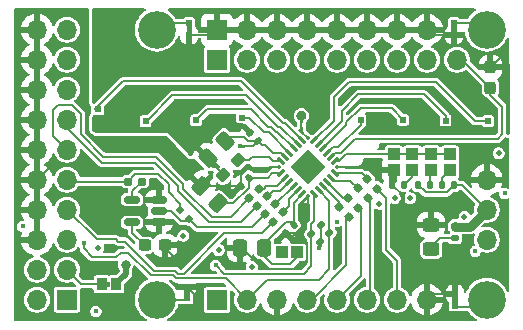
<source format=gbr>
%TF.GenerationSoftware,KiCad,Pcbnew,9.0.4*%
%TF.CreationDate,2025-08-20T17:26:20-04:00*%
%TF.ProjectId,tac5212_audio_board_single_ended,74616335-3231-4325-9f61-7564696f5f62,rev?*%
%TF.SameCoordinates,Original*%
%TF.FileFunction,Copper,L1,Top*%
%TF.FilePolarity,Positive*%
%FSLAX46Y46*%
G04 Gerber Fmt 4.6, Leading zero omitted, Abs format (unit mm)*
G04 Created by KiCad (PCBNEW 9.0.4) date 2025-08-20 17:26:20*
%MOMM*%
%LPD*%
G01*
G04 APERTURE LIST*
G04 Aperture macros list*
%AMRoundRect*
0 Rectangle with rounded corners*
0 $1 Rounding radius*
0 $2 $3 $4 $5 $6 $7 $8 $9 X,Y pos of 4 corners*
0 Add a 4 corners polygon primitive as box body*
4,1,4,$2,$3,$4,$5,$6,$7,$8,$9,$2,$3,0*
0 Add four circle primitives for the rounded corners*
1,1,$1+$1,$2,$3*
1,1,$1+$1,$4,$5*
1,1,$1+$1,$6,$7*
1,1,$1+$1,$8,$9*
0 Add four rect primitives between the rounded corners*
20,1,$1+$1,$2,$3,$4,$5,0*
20,1,$1+$1,$4,$5,$6,$7,0*
20,1,$1+$1,$6,$7,$8,$9,0*
20,1,$1+$1,$8,$9,$2,$3,0*%
%AMRotRect*
0 Rectangle, with rotation*
0 The origin of the aperture is its center*
0 $1 length*
0 $2 width*
0 $3 Rotation angle, in degrees counterclockwise*
0 Add horizontal line*
21,1,$1,$2,0,0,$3*%
G04 Aperture macros list end*
%TA.AperFunction,EtchedComponent*%
%ADD10C,0.000000*%
%TD*%
%TA.AperFunction,SMDPad,CuDef*%
%ADD11RoundRect,0.160000X-0.252791X0.026517X0.026517X-0.252791X0.252791X-0.026517X-0.026517X0.252791X0*%
%TD*%
%TA.AperFunction,SMDPad,CuDef*%
%ADD12RoundRect,0.135000X0.226274X0.035355X0.035355X0.226274X-0.226274X-0.035355X-0.035355X-0.226274X0*%
%TD*%
%TA.AperFunction,ComponentPad*%
%ADD13R,1.700000X1.700000*%
%TD*%
%TA.AperFunction,ComponentPad*%
%ADD14O,1.700000X1.700000*%
%TD*%
%TA.AperFunction,ComponentPad*%
%ADD15C,3.200000*%
%TD*%
%TA.AperFunction,ComponentPad*%
%ADD16C,0.500000*%
%TD*%
%TA.AperFunction,SMDPad,CuDef*%
%ADD17R,1.000000X1.000000*%
%TD*%
%TA.AperFunction,SMDPad,CuDef*%
%ADD18RoundRect,0.250000X-0.337500X-0.475000X0.337500X-0.475000X0.337500X0.475000X-0.337500X0.475000X0*%
%TD*%
%TA.AperFunction,SMDPad,CuDef*%
%ADD19RoundRect,0.160000X0.026517X0.252791X-0.252791X-0.026517X-0.026517X-0.252791X0.252791X0.026517X0*%
%TD*%
%TA.AperFunction,SMDPad,CuDef*%
%ADD20RoundRect,0.140000X0.219203X0.021213X0.021213X0.219203X-0.219203X-0.021213X-0.021213X-0.219203X0*%
%TD*%
%TA.AperFunction,SMDPad,CuDef*%
%ADD21RoundRect,0.250000X-0.574524X-0.097227X-0.097227X-0.574524X0.574524X0.097227X0.097227X0.574524X0*%
%TD*%
%TA.AperFunction,SMDPad,CuDef*%
%ADD22RoundRect,0.150000X-0.512500X-0.150000X0.512500X-0.150000X0.512500X0.150000X-0.512500X0.150000X0*%
%TD*%
%TA.AperFunction,SMDPad,CuDef*%
%ADD23RoundRect,0.135000X0.185000X-0.135000X0.185000X0.135000X-0.185000X0.135000X-0.185000X-0.135000X0*%
%TD*%
%TA.AperFunction,SMDPad,CuDef*%
%ADD24R,0.508000X0.500000*%
%TD*%
%TA.AperFunction,SMDPad,CuDef*%
%ADD25R,0.508000X0.508000*%
%TD*%
%TA.AperFunction,SMDPad,CuDef*%
%ADD26RoundRect,0.237500X-0.237500X0.300000X-0.237500X-0.300000X0.237500X-0.300000X0.237500X0.300000X0*%
%TD*%
%TA.AperFunction,SMDPad,CuDef*%
%ADD27RoundRect,0.140000X-0.021213X0.219203X-0.219203X0.021213X0.021213X-0.219203X0.219203X-0.021213X0*%
%TD*%
%TA.AperFunction,SMDPad,CuDef*%
%ADD28RoundRect,0.250000X0.097227X-0.574524X0.574524X-0.097227X-0.097227X0.574524X-0.574524X0.097227X0*%
%TD*%
%TA.AperFunction,SMDPad,CuDef*%
%ADD29RoundRect,0.250000X-0.450000X0.325000X-0.450000X-0.325000X0.450000X-0.325000X0.450000X0.325000X0*%
%TD*%
%TA.AperFunction,SMDPad,CuDef*%
%ADD30RoundRect,0.062500X-0.185616X-0.274004X0.274004X0.185616X0.185616X0.274004X-0.274004X-0.185616X0*%
%TD*%
%TA.AperFunction,SMDPad,CuDef*%
%ADD31RoundRect,0.062500X0.185616X-0.274004X0.274004X-0.185616X-0.185616X0.274004X-0.274004X0.185616X0*%
%TD*%
%TA.AperFunction,SMDPad,CuDef*%
%ADD32RotRect,2.100000X2.100000X45.000000*%
%TD*%
%TA.AperFunction,SMDPad,CuDef*%
%ADD33RoundRect,0.062500X0.000000X-0.088388X0.088388X0.000000X0.000000X0.088388X-0.088388X0.000000X0*%
%TD*%
%TA.AperFunction,SMDPad,CuDef*%
%ADD34RotRect,0.508000X0.508000X315.000000*%
%TD*%
%TA.AperFunction,SMDPad,CuDef*%
%ADD35R,0.954000X1.000000*%
%TD*%
%TA.AperFunction,SMDPad,CuDef*%
%ADD36RoundRect,0.237500X0.300000X0.237500X-0.300000X0.237500X-0.300000X-0.237500X0.300000X-0.237500X0*%
%TD*%
%TA.AperFunction,SMDPad,CuDef*%
%ADD37RoundRect,0.135000X0.135000X0.185000X-0.135000X0.185000X-0.135000X-0.185000X0.135000X-0.185000X0*%
%TD*%
%TA.AperFunction,SMDPad,CuDef*%
%ADD38RoundRect,0.237500X0.044194X0.380070X-0.380070X-0.044194X-0.044194X-0.380070X0.380070X0.044194X0*%
%TD*%
%TA.AperFunction,SMDPad,CuDef*%
%ADD39RoundRect,0.135000X-0.135000X-0.185000X0.135000X-0.185000X0.135000X0.185000X-0.135000X0.185000X0*%
%TD*%
%TA.AperFunction,SMDPad,CuDef*%
%ADD40C,0.200000*%
%TD*%
%TA.AperFunction,SMDPad,CuDef*%
%ADD41RoundRect,0.160000X0.197500X0.160000X-0.197500X0.160000X-0.197500X-0.160000X0.197500X-0.160000X0*%
%TD*%
%TA.AperFunction,SMDPad,CuDef*%
%ADD42RoundRect,0.135000X-0.226274X-0.035355X-0.035355X-0.226274X0.226274X0.035355X0.035355X0.226274X0*%
%TD*%
%TA.AperFunction,ComponentPad*%
%ADD43R,0.500000X0.500000*%
%TD*%
%TA.AperFunction,ViaPad*%
%ADD44C,0.450000*%
%TD*%
%TA.AperFunction,ViaPad*%
%ADD45C,0.800000*%
%TD*%
%TA.AperFunction,Conductor*%
%ADD46C,0.200000*%
%TD*%
%TA.AperFunction,Conductor*%
%ADD47C,0.500000*%
%TD*%
%TA.AperFunction,Conductor*%
%ADD48C,0.750000*%
%TD*%
%TA.AperFunction,Conductor*%
%ADD49C,0.250000*%
%TD*%
G04 APERTURE END LIST*
%TA.AperFunction,EtchedComponent*%
%TO.C,E108*%
G36*
X99471000Y-99979000D02*
G01*
X99929000Y-99979000D01*
X99929000Y-99404000D01*
X99471000Y-99404000D01*
X99471000Y-99979000D01*
G37*
%TD.AperFunction*%
%TA.AperFunction,EtchedComponent*%
%TO.C,E109*%
G36*
X121871000Y-99979000D02*
G01*
X122329000Y-99979000D01*
X122329000Y-99404000D01*
X121871000Y-99404000D01*
X121871000Y-99979000D01*
G37*
%TD.AperFunction*%
D10*
%TA.AperFunction,EtchedComponent*%
%TO.C,5V108*%
G36*
X93025000Y-121500000D02*
G01*
X92775000Y-121500000D01*
X92775000Y-121100000D01*
X93025000Y-121100000D01*
X93025000Y-121500000D01*
G37*
%TD.AperFunction*%
%TA.AperFunction,EtchedComponent*%
%TO.C,G118*%
G36*
X121971000Y-122879000D02*
G01*
X122429000Y-122879000D01*
X122429000Y-122304000D01*
X121971000Y-122304000D01*
X121971000Y-122879000D01*
G37*
%TD.AperFunction*%
%TA.AperFunction,EtchedComponent*%
%TO.C,NT109*%
G36*
X104825000Y-109700000D02*
G01*
X104375000Y-109700000D01*
X104375000Y-109500000D01*
X104825000Y-109500000D01*
X104825000Y-109700000D01*
G37*
%TD.AperFunction*%
%TA.AperFunction,EtchedComponent*%
%TO.C,G117*%
G36*
X99271000Y-122279000D02*
G01*
X99729000Y-122279000D01*
X99729000Y-121704000D01*
X99271000Y-121704000D01*
X99271000Y-122279000D01*
G37*
%TD.AperFunction*%
%TD*%
D11*
%TO.P,R113,1*%
%TO.N,GPIO2*%
X114022496Y-114822496D03*
%TO.P,R113,2*%
%TO.N,Net-(TAC5212-GPIO2)*%
X113177504Y-113977504D03*
%TD*%
D12*
%TO.P,R121,1*%
%TO.N,5212_SCL*%
X110039376Y-117039376D03*
%TO.P,R121,2*%
%TO.N,Net-(PU_EN108-Pad1)*%
X110760624Y-117760624D03*
%TD*%
D13*
%TO.P,board_outline108,1,HELD_HIGH*%
%TO.N,EN_HELD_HIGH*%
X89337500Y-122600000D03*
D14*
%TO.P,board_outline108,2,HELD_LOW*%
%TO.N,unconnected-(board_outline108-HELD_LOW-Pad2)*%
X86797500Y-122600000D03*
%TO.P,board_outline108,3,5V*%
%TO.N,Net-(5V108-Pad2)*%
X89337500Y-120060000D03*
%TO.P,board_outline108,4,GNDD*%
%TO.N,3.3v_IDE*%
X86797500Y-120060000D03*
%TO.P,board_outline108,5,12V*%
%TO.N,unconnected-(board_outline108-12V-Pad5)*%
X89337500Y-117520000D03*
%TO.P,board_outline108,6,GNDD*%
%TO.N,GNDD*%
X86797500Y-117520000D03*
%TO.P,board_outline108,7,DSP_DOUT*%
%TO.N,5212_DIN1*%
X89337500Y-114980000D03*
%TO.P,board_outline108,8,GNDD*%
%TO.N,GNDD*%
X86797500Y-114980000D03*
%TO.P,board_outline108,9,DSP_DIN*%
%TO.N,5212_DOUT1+*%
X89337500Y-112440000D03*
%TO.P,board_outline108,10,GNDD*%
%TO.N,GNDD*%
X86797500Y-112440000D03*
%TO.P,board_outline108,11,BCLK*%
%TO.N,5212_BCLK1*%
X89337500Y-109900000D03*
%TO.P,board_outline108,12,GNDD*%
%TO.N,GNDD*%
X86797500Y-109900000D03*
%TO.P,board_outline108,13,LRCK*%
%TO.N,5212_LRCK1*%
X89337500Y-107360000D03*
%TO.P,board_outline108,14,GNDD*%
%TO.N,GNDD*%
X86797500Y-107360000D03*
%TO.P,board_outline108,15,SDA*%
%TO.N,DSP_SDA*%
X89337500Y-104820000D03*
%TO.P,board_outline108,16,GNDD*%
%TO.N,GNDD*%
X86797500Y-104820000D03*
%TO.P,board_outline108,17,SCL*%
%TO.N,DSP_SCL*%
X89337500Y-102280000D03*
%TO.P,board_outline108,18,GNDD*%
%TO.N,GNDD*%
X86797500Y-102280000D03*
%TO.P,board_outline108,19,MCLK*%
%TO.N,5212_MCLK1*%
X89337500Y-99740000D03*
%TO.P,board_outline108,20,GNDD*%
%TO.N,GNDD*%
X86797500Y-99740000D03*
D13*
%TO.P,board_outline108,21,OUTP*%
%TO.N,OUT1P+*%
X102047500Y-102285000D03*
%TO.P,board_outline108,22,AGND*%
%TO.N,Earth*%
X102047500Y-99745000D03*
D14*
%TO.P,board_outline108,23,OUT1M*%
%TO.N,OUT1M+*%
X104587500Y-102285000D03*
%TO.P,board_outline108,24,AGND*%
%TO.N,Earth*%
X104587500Y-99745000D03*
%TO.P,board_outline108,25,OUT2P*%
%TO.N,OUT2P+*%
X107127500Y-102285000D03*
%TO.P,board_outline108,26,AGND*%
%TO.N,Earth*%
X107127500Y-99745000D03*
%TO.P,board_outline108,27,OUT2M*%
%TO.N,OUT2M+*%
X109667500Y-102285000D03*
%TO.P,board_outline108,28,AGND*%
%TO.N,Earth*%
X109667500Y-99745000D03*
%TO.P,board_outline108,29,IN1P*%
%TO.N,IN1P+*%
X112207500Y-102285000D03*
%TO.P,board_outline108,30,AGND*%
%TO.N,Earth*%
X112207500Y-99745000D03*
%TO.P,board_outline108,31,IN1M*%
%TO.N,IN1M+*%
X114747500Y-102285000D03*
%TO.P,board_outline108,32,AGND*%
%TO.N,Earth*%
X114747500Y-99745000D03*
%TO.P,board_outline108,33,IN2P*%
%TO.N,IN2P+*%
X117287500Y-102285000D03*
%TO.P,board_outline108,34,AGND*%
%TO.N,Earth*%
X117287500Y-99745000D03*
%TO.P,board_outline108,35,IN2M*%
%TO.N,IN2M+*%
X119827500Y-102285000D03*
%TO.P,board_outline108,36,AGND*%
%TO.N,Earth*%
X119827500Y-99745000D03*
D13*
%TO.P,board_outline108,37,SCL*%
%TO.N,5212_SCL*%
X102047500Y-122605000D03*
D14*
%TO.P,board_outline108,38,SDA*%
%TO.N,5212_SDA*%
X104587500Y-122605000D03*
%TO.P,board_outline108,39,GNDD*%
%TO.N,GNDD*%
X107127500Y-122605000D03*
%TO.P,board_outline108,40,GPIO1*%
%TO.N,GPIO1*%
X109667500Y-122605000D03*
%TO.P,board_outline108,41,GPIO2*%
%TO.N,GPIO2*%
X112207500Y-122605000D03*
%TO.P,board_outline108,42,GPO1*%
%TO.N,GPO1*%
X114747500Y-122605000D03*
%TO.P,board_outline108,43,GPI1*%
%TO.N,GPI1*%
X117287500Y-122605000D03*
%TO.P,board_outline108,44,GNDD*%
%TO.N,GNDD*%
X119827500Y-122605000D03*
%TO.P,board_outline108,45,5V*%
%TO.N,5V*%
X124892500Y-117525000D03*
%TO.P,board_outline108,46,3.3V*%
%TO.N,3.3V_LDO*%
X124892500Y-114985000D03*
%TO.P,board_outline108,47,GNDD*%
%TO.N,GNDD*%
X124892500Y-112445000D03*
%TO.P,board_outline108,48,MIC_BIAS*%
%TO.N,MICBIAS*%
X122352500Y-102285000D03*
D15*
%TO.P,board_outline108,49,AGND*%
%TO.N,Net-(E108-Pad2)*%
X96952500Y-99745000D03*
%TO.P,board_outline108,50,AGND*%
%TO.N,Net-(E109-Pad2)*%
X124892500Y-99745000D03*
%TO.P,board_outline108,51,DGND*%
%TO.N,Net-(G117-Pad1)*%
X96952500Y-122605000D03*
%TO.P,board_outline108,52,DGND*%
%TO.N,Net-(G118-Pad1)*%
X124892500Y-122605000D03*
%TD*%
D16*
%TO.P,G110,1,1*%
%TO.N,Earth*%
X117100000Y-114000000D03*
%TD*%
D17*
%TO.P,ADD108,1,1*%
%TO.N,GNDD*%
X117000000Y-111600000D03*
%TO.P,ADD108,2,2*%
%TO.N,Net-(TAC5212-ADDR)*%
X117000000Y-110300000D03*
%TD*%
D11*
%TO.P,R112,1*%
%TO.N,GPO1*%
X114822496Y-114022496D03*
%TO.P,R112,2*%
%TO.N,Net-(TAC5212-GPO1)*%
X113977504Y-113177504D03*
%TD*%
D18*
%TO.P,C111,1*%
%TO.N,3.3v_IDE*%
X106037500Y-118200000D03*
%TO.P,C111,2*%
%TO.N,GNDD*%
X103962500Y-118200000D03*
%TD*%
D11*
%TO.P,R114,1*%
%TO.N,GPIO1*%
X113222496Y-115622496D03*
%TO.P,R114,2*%
%TO.N,Net-(TAC5212-GPIO1)*%
X112377504Y-114777504D03*
%TD*%
D19*
%TO.P,R115,1*%
%TO.N,5212_LRCK1*%
X105445334Y-114708704D03*
%TO.P,R115,2*%
%TO.N,Net-(TAC5212-FSYNC)*%
X106290326Y-113863712D03*
%TD*%
D17*
%TO.P,ADD112,1,1*%
%TO.N,Net-(ADD112-Pad1)*%
X118600000Y-111600000D03*
%TO.P,ADD112,2,2*%
%TO.N,Net-(TAC5212-ADDR)*%
X118600000Y-110300000D03*
%TD*%
D20*
%TO.P,C109,1*%
%TO.N,3.3V_THIN*%
X105539411Y-109139411D03*
%TO.P,C109,2*%
%TO.N,Earth*%
X104860589Y-108460589D03*
%TD*%
D17*
%TO.P,ADD110,1,1*%
%TO.N,Net-(ADD110-Pad1)*%
X120200000Y-111600000D03*
%TO.P,ADD110,2,2*%
%TO.N,Net-(TAC5212-ADDR)*%
X120200000Y-110300000D03*
%TD*%
D21*
%TO.P,C115,1*%
%TO.N,Net-(TAC5212-DREG)*%
X102133623Y-114433623D03*
%TO.P,C115,2*%
%TO.N,GNDD*%
X100666377Y-112966377D03*
%TD*%
D16*
%TO.P,G109,1,1*%
%TO.N,Earth*%
X99200000Y-117200000D03*
%TD*%
%TO.P,G112,1,1*%
%TO.N,Earth*%
X118400000Y-114000000D03*
%TD*%
D22*
%TO.P,U108,1,OE*%
%TO.N,GNDD*%
X97137500Y-116050000D03*
%TO.P,U108,2,A*%
%TO.N,5212_DOUT1*%
X97137500Y-115100000D03*
%TO.P,U108,3,GND*%
%TO.N,GNDD*%
X97137500Y-114150000D03*
%TO.P,U108,4,Y*%
%TO.N,Net-(U108-Y)*%
X94862500Y-114150000D03*
%TO.P,U108,5,VCC*%
%TO.N,3.3v_IDE*%
X94862500Y-116050000D03*
%TD*%
D19*
%TO.P,R118,1*%
%TO.N,5212_DIN1*%
X106788837Y-116052207D03*
%TO.P,R118,2*%
%TO.N,Net-(TAC5212-DIN)*%
X107633829Y-115207215D03*
%TD*%
D16*
%TO.P,G111,1,1*%
%TO.N,Earth*%
X92000000Y-118200000D03*
%TD*%
%TO.P,G113,1,1*%
%TO.N,Earth*%
X102200000Y-118400000D03*
%TD*%
D23*
%TO.P,R126,1*%
%TO.N,3.3V_LDO*%
X122200000Y-116390000D03*
%TO.P,R126,2*%
%TO.N,Net-(D116-A)*%
X122200000Y-117410000D03*
%TD*%
D24*
%TO.P,E108,1,1*%
%TO.N,Earth*%
X99700000Y-100204000D03*
D25*
%TO.P,E108,2,2*%
%TO.N,Net-(E108-Pad2)*%
X99700000Y-99200000D03*
%TD*%
D26*
%TO.P,C118,1*%
%TO.N,MICBIAS*%
X125200000Y-104662500D03*
%TO.P,C118,2*%
%TO.N,Earth*%
X125200000Y-102937500D03*
%TD*%
D27*
%TO.P,C116,1*%
%TO.N,Net-(TAC5212-DREG)*%
X104739411Y-112260589D03*
%TO.P,C116,2*%
%TO.N,GNDD*%
X104060589Y-112939411D03*
%TD*%
D28*
%TO.P,C108,1*%
%TO.N,3.3V_THIN*%
X102733623Y-109166377D03*
%TO.P,C108,2*%
%TO.N,Earth*%
X101266377Y-110633623D03*
%TD*%
D29*
%TO.P,D116,1,K*%
%TO.N,GNDD*%
X120175000Y-116250000D03*
%TO.P,D116,2,A*%
%TO.N,Net-(D116-A)*%
X120175000Y-118300000D03*
%TD*%
D30*
%TO.P,TAC5212,1,DREG*%
%TO.N,Net-(TAC5212-DREG)*%
X107479775Y-111907005D03*
%TO.P,TAC5212,2,BCLK*%
%TO.N,Net-(TAC5212-BCLK)*%
X107833328Y-112260559D03*
%TO.P,TAC5212,3,FSYNC*%
%TO.N,Net-(TAC5212-FSYNC)*%
X108186882Y-112614112D03*
%TO.P,TAC5212,4,DOUT*%
%TO.N,Net-(TAC5212-DOUT)*%
X108540435Y-112967665D03*
%TO.P,TAC5212,5,DIN*%
%TO.N,Net-(TAC5212-DIN)*%
X108893988Y-113321219D03*
%TO.P,TAC5212,6,IOVDD*%
%TO.N,3.3v_IDE*%
X109247542Y-113674772D03*
D31*
%TO.P,TAC5212,7,SCL*%
%TO.N,5212_SCL*%
X110290524Y-113674772D03*
%TO.P,TAC5212,8,SDA*%
%TO.N,5212_SDA*%
X110644078Y-113321219D03*
%TO.P,TAC5212,9,GPIO1*%
%TO.N,Net-(TAC5212-GPIO1)*%
X110997631Y-112967665D03*
%TO.P,TAC5212,10,GPIO2*%
%TO.N,Net-(TAC5212-GPIO2)*%
X111351184Y-112614112D03*
%TO.P,TAC5212,11,GPO1*%
%TO.N,Net-(TAC5212-GPO1)*%
X111704738Y-112260559D03*
%TO.P,TAC5212,12,GPI1*%
%TO.N,Net-(TAC5212-GPI1)*%
X112058291Y-111907005D03*
D30*
%TO.P,TAC5212,13,ADDR*%
%TO.N,Net-(TAC5212-ADDR)*%
X112058291Y-110864023D03*
%TO.P,TAC5212,14,MICBIAS*%
%TO.N,MICBIAS*%
X111704738Y-110510469D03*
%TO.P,TAC5212,15,IN1P*%
%TO.N,IN1P*%
X111351184Y-110156916D03*
%TO.P,TAC5212,16,IN1M*%
%TO.N,IN1M*%
X110997631Y-109803363D03*
%TO.P,TAC5212,17,IN2P*%
%TO.N,IN2P*%
X110644078Y-109449809D03*
%TO.P,TAC5212,18,IN2M*%
%TO.N,IN2M*%
X110290524Y-109096256D03*
D31*
%TO.P,TAC5212,19,OUT1M*%
%TO.N,OUT1M*%
X109247542Y-109096256D03*
%TO.P,TAC5212,20,OUT1P*%
%TO.N,OUT1P*%
X108893988Y-109449809D03*
%TO.P,TAC5212,21,OUT2P*%
%TO.N,OUT2P*%
X108540435Y-109803363D03*
%TO.P,TAC5212,22,OUT2M*%
%TO.N,OUT2M*%
X108186882Y-110156916D03*
%TO.P,TAC5212,23,AVDD*%
%TO.N,3.3V_THIN*%
X107833328Y-110510469D03*
%TO.P,TAC5212,24,VREF*%
%TO.N,Net-(TAC5212-VREF)*%
X107479775Y-110864023D03*
D16*
%TO.P,TAC5212,25,VSS*%
%TO.N,GNDD*%
X109274058Y-111880489D03*
X109274058Y-110890539D03*
X109769033Y-111385514D03*
D32*
X109769033Y-111385514D03*
D16*
X110264008Y-111880489D03*
X110264008Y-110890539D03*
D33*
%TO.P,TAC5212,A1,VSS*%
X107336586Y-111385514D03*
%TO.P,TAC5212,A2,VSS*%
X109769033Y-113817961D03*
%TO.P,TAC5212,A3,VSS*%
X112201480Y-111385514D03*
%TO.P,TAC5212,A4,VSS*%
X109769033Y-108953067D03*
%TD*%
D27*
%TO.P,C112,1*%
%TO.N,3.3v_IDE*%
X108539411Y-116260589D03*
%TO.P,C112,2*%
%TO.N,GNDD*%
X107860589Y-116939411D03*
%TD*%
D24*
%TO.P,E109,1,1*%
%TO.N,Earth*%
X122100000Y-100204000D03*
D25*
%TO.P,E109,2,2*%
%TO.N,Net-(E109-Pad2)*%
X122100000Y-99200000D03*
%TD*%
D17*
%TO.P,ADD111,1,1*%
%TO.N,Net-(ADD111-Pad1)*%
X121800000Y-111600000D03*
%TO.P,ADD111,2,2*%
%TO.N,Net-(TAC5212-ADDR)*%
X121800000Y-110300000D03*
%TD*%
D34*
%TO.P,DOUT108,1,1*%
%TO.N,5212_DOUT1*%
X99653553Y-115753553D03*
%TO.P,DOUT108,2,2*%
%TO.N,5212_DOUT1+*%
X98946447Y-115046447D03*
%TD*%
D11*
%TO.P,R110,1*%
%TO.N,GPI1*%
X115622496Y-113222496D03*
%TO.P,R110,2*%
%TO.N,Net-(TAC5212-GPI1)*%
X114777504Y-112377504D03*
%TD*%
D35*
%TO.P,5V108,1,1*%
%TO.N,5V*%
X93477000Y-121300000D03*
%TO.P,5V108,2,2*%
%TO.N,Net-(5V108-Pad2)*%
X92325013Y-121300001D03*
%TD*%
D36*
%TO.P,C128,1*%
%TO.N,3.3v_IDE*%
X95937500Y-118000000D03*
%TO.P,C128,2*%
%TO.N,GNDD*%
X97662500Y-118000000D03*
%TD*%
D37*
%TO.P,R123,1*%
%TO.N,Net-(ADD111-Pad1)*%
X121090000Y-112900000D03*
%TO.P,R123,2*%
%TO.N,3.3V_LDO*%
X122110000Y-112900000D03*
%TD*%
D38*
%TO.P,C119,1*%
%TO.N,Earth*%
X102590120Y-112009880D03*
%TO.P,C119,2*%
%TO.N,Net-(TAC5212-VREF)*%
X103809880Y-110790120D03*
%TD*%
D39*
%TO.P,R124,1*%
%TO.N,Net-(ADD112-Pad1)*%
X117910000Y-112900000D03*
%TO.P,R124,2*%
%TO.N,GNDD*%
X116890000Y-112900000D03*
%TD*%
D19*
%TO.P,R119,1*%
%TO.N,5212_BCLK1*%
X104773583Y-114036952D03*
%TO.P,R119,2*%
%TO.N,Net-(TAC5212-BCLK)*%
X105618575Y-113191960D03*
%TD*%
D17*
%TO.P,PU_EN108,1,1*%
%TO.N,Net-(PU_EN108-Pad1)*%
X107550000Y-118600000D03*
%TO.P,PU_EN108,2,2*%
%TO.N,3.3v_IDE*%
X108850000Y-118600000D03*
%TD*%
D19*
%TO.P,R117,1*%
%TO.N,5212_DOUT1*%
X106117086Y-115380455D03*
%TO.P,R117,2*%
%TO.N,Net-(TAC5212-DOUT)*%
X106962078Y-114535463D03*
%TD*%
D24*
%TO.P,G118,1,1*%
%TO.N,Net-(G118-Pad1)*%
X122200000Y-123104000D03*
D25*
%TO.P,G118,2,2*%
%TO.N,GNDD*%
X122200000Y-122100000D03*
%TD*%
D39*
%TO.P,R122,1*%
%TO.N,Net-(ADD110-Pad1)*%
X120110000Y-112900000D03*
%TO.P,R122,2*%
%TO.N,3.3V_LDO*%
X119090000Y-112900000D03*
%TD*%
D40*
%TO.P,NT109,1,1*%
%TO.N,3.3V_LDO*%
X104375000Y-109600000D03*
%TO.P,NT109,2,2*%
%TO.N,3.3V_THIN*%
X104825000Y-109600000D03*
%TD*%
D16*
%TO.P,G115,1,1*%
%TO.N,Earth*%
X105000000Y-119800000D03*
%TD*%
%TO.P,G114,1,1*%
%TO.N,Earth*%
X123000000Y-115600000D03*
%TD*%
D41*
%TO.P,R125,1*%
%TO.N,5212_DOUT1+*%
X94502500Y-112600000D03*
%TO.P,R125,2*%
%TO.N,Net-(U108-Y)*%
X95697500Y-112600000D03*
%TD*%
D24*
%TO.P,G117,1,1*%
%TO.N,Net-(G117-Pad1)*%
X99500000Y-122504000D03*
D25*
%TO.P,G117,2,2*%
%TO.N,GNDD*%
X99500000Y-121500000D03*
%TD*%
D16*
%TO.P,G116,1,1*%
%TO.N,Earth*%
X125900000Y-110200000D03*
%TD*%
%TO.P,G108,1,1*%
%TO.N,Earth*%
X115800000Y-114500000D03*
%TD*%
D42*
%TO.P,R120,1*%
%TO.N,5212_SDA*%
X111560624Y-116960624D03*
%TO.P,R120,2*%
%TO.N,Net-(PU_EN108-Pad1)*%
X110839376Y-116239376D03*
%TD*%
D43*
%TO.P,OP2,2,2*%
%TO.N,OUT2P*%
X100300000Y-107425000D03*
%TD*%
%TO.P,INP2,2,2*%
%TO.N,IN2P*%
X121400000Y-107435000D03*
%TD*%
%TO.P,INM2,2,2*%
%TO.N,IN2M*%
X125000000Y-107482500D03*
%TD*%
%TO.P,OM2,2,2*%
%TO.N,OUT2M*%
X104200000Y-107200000D03*
%TD*%
%TO.P,OP1,2,2*%
%TO.N,OUT1P*%
X96000000Y-107500000D03*
%TD*%
%TO.P,INM1,2,2*%
%TO.N,IN1M*%
X117800000Y-107362500D03*
%TD*%
%TO.P,OM1,2,2*%
%TO.N,OUT1M*%
X92000000Y-106500000D03*
%TD*%
%TO.P,INP1,2,2*%
%TO.N,IN1P*%
X114200000Y-107425000D03*
%TD*%
D44*
%TO.N,GNDD*%
X93000000Y-114800000D03*
X112200000Y-118400000D03*
X99400000Y-123800000D03*
D45*
X109200000Y-107025000D03*
D44*
X92250000Y-112000000D03*
X119400000Y-114600000D03*
X93363425Y-118278913D03*
X98000000Y-110000000D03*
X115600000Y-115400000D03*
X117200000Y-117600000D03*
X104000000Y-118100000D03*
X115800000Y-111200000D03*
X99006587Y-119580000D03*
X124800000Y-119000000D03*
X93200000Y-123600000D03*
%TO.N,5V*%
X123908750Y-118508750D03*
D45*
X94314682Y-119660000D03*
D44*
%TO.N,Earth*%
X94600000Y-105800000D03*
X94400000Y-101000000D03*
X91800000Y-123600000D03*
X103224739Y-107762663D03*
X126400000Y-113600000D03*
X96200000Y-103200000D03*
X94400000Y-98400000D03*
X107753490Y-104649666D03*
X111200000Y-104200000D03*
X126200000Y-102000000D03*
X122150000Y-104650000D03*
%TO.N,EN_HELD_HIGH*%
X112200000Y-116000000D03*
%TO.N,5212_SCL*%
X101934085Y-119700000D03*
%TO.N,5212_SDA*%
X90762790Y-117786552D03*
%TO.N,3.3V_LDO*%
X104000000Y-109600000D03*
%TO.N,GPI1*%
X85600000Y-116400000D03*
%TO.N,Net-(PU_EN108-Pad1)*%
X110704037Y-118225583D03*
X107303448Y-118794456D03*
%TO.N,3.3v_IDE*%
X108861982Y-118748569D03*
X94800000Y-116000000D03*
X95900000Y-118000000D03*
%TD*%
D46*
%TO.N,5212_SDA*%
X90762790Y-118262790D02*
X90762790Y-117786552D01*
X93528984Y-119000000D02*
X91500000Y-119000000D01*
X94546016Y-118625000D02*
X93903984Y-118625000D01*
X98352728Y-120550000D02*
X96471016Y-120550000D01*
X96471016Y-120550000D02*
X94546016Y-118625000D01*
X98602728Y-120800000D02*
X98352728Y-120550000D01*
X93903984Y-118625000D02*
X93528984Y-119000000D01*
X102782500Y-120800000D02*
X98602728Y-120800000D01*
X91500000Y-119000000D02*
X90762790Y-118262790D01*
X104587500Y-122605000D02*
X102782500Y-120800000D01*
%TO.N,5212_DIN1*%
X105841044Y-117000000D02*
X106788837Y-116052207D01*
X102644760Y-117000000D02*
X105841044Y-117000000D01*
X99244760Y-120400000D02*
X102644760Y-117000000D01*
X98518414Y-120150000D02*
X98768414Y-120400000D01*
X98768414Y-120400000D02*
X99244760Y-120400000D01*
X96747924Y-120150000D02*
X98518414Y-120150000D01*
X93678913Y-117678913D02*
X94276837Y-117678913D01*
X94276837Y-117678913D02*
X96747924Y-120150000D01*
X93500000Y-117500000D02*
X93678913Y-117678913D01*
X91857500Y-117500000D02*
X93500000Y-117500000D01*
X89337500Y-114980000D02*
X91857500Y-117500000D01*
D47*
%TO.N,5V*%
X94350000Y-119695318D02*
X94314682Y-119660000D01*
X94350000Y-120402000D02*
X94350000Y-119695318D01*
X93452000Y-121300000D02*
X94350000Y-120402000D01*
D46*
%TO.N,GNDD*%
X100350000Y-122850000D02*
X100350000Y-122350000D01*
X109200000Y-108384034D02*
X109769033Y-108953067D01*
X104033623Y-112966377D02*
X104060589Y-112939411D01*
X109650000Y-119400000D02*
X109050000Y-120000000D01*
X106539612Y-111385514D02*
X106438990Y-111486136D01*
X109200000Y-107025000D02*
X109200000Y-108384034D01*
X97662500Y-118000000D02*
X97662500Y-118235913D01*
X112201480Y-111385514D02*
X115614486Y-111385514D01*
X109050000Y-120000000D02*
X105977818Y-120000000D01*
X87972500Y-111265000D02*
X91515000Y-111265000D01*
X109769033Y-113817961D02*
X109769033Y-115928993D01*
X109650000Y-117800000D02*
X109650000Y-119400000D01*
X97662500Y-118235913D02*
X99006587Y-119580000D01*
X117850000Y-113860000D02*
X117850000Y-114450000D01*
X108789411Y-116939411D02*
X109650000Y-117800000D01*
X100666377Y-112966377D02*
X104033623Y-112966377D01*
X104060589Y-112076741D02*
X104060589Y-112939411D01*
X117850000Y-114450000D02*
X118000000Y-114600000D01*
X100350000Y-122350000D02*
X99500000Y-121500000D01*
X104651194Y-111486136D02*
X104060589Y-112076741D01*
X108498026Y-117200000D02*
X108121178Y-117200000D01*
X99400000Y-123800000D02*
X100350000Y-122850000D01*
X108121178Y-117200000D02*
X107860589Y-116939411D01*
X120332500Y-122100000D02*
X119827500Y-122605000D01*
X109769033Y-115928993D02*
X108498026Y-117200000D01*
X86797500Y-112440000D02*
X87972500Y-111265000D01*
X118000000Y-114600000D02*
X119400000Y-114600000D01*
X106438990Y-111486136D02*
X104651194Y-111486136D01*
X104177818Y-118200000D02*
X103962500Y-118200000D01*
X107860589Y-116939411D02*
X108789411Y-116939411D01*
X115614486Y-111385514D02*
X115800000Y-111200000D01*
X122200000Y-122100000D02*
X120332500Y-122100000D01*
X107336586Y-111385514D02*
X106539612Y-111385514D01*
X91515000Y-111265000D02*
X92250000Y-112000000D01*
X105977818Y-120000000D02*
X104177818Y-118200000D01*
X116890000Y-112900000D02*
X117850000Y-113860000D01*
%TO.N,Earth*%
X103162076Y-107700000D02*
X101175000Y-107700000D01*
X99950000Y-109174291D02*
X101266377Y-110490668D01*
X100875000Y-108000000D02*
X100523681Y-108000000D01*
X125200000Y-102937499D02*
X125262501Y-102937499D01*
X104860589Y-108460589D02*
X104162663Y-107762663D01*
X122100000Y-100200000D02*
X120282500Y-100200000D01*
X99950000Y-108573681D02*
X99950000Y-109174291D01*
X101175000Y-107700000D02*
X100875000Y-108000000D01*
X125262501Y-102937499D02*
X126200000Y-102000000D01*
X103224739Y-107762663D02*
X103162076Y-107700000D01*
X100523681Y-108000000D02*
X99950000Y-108573681D01*
X102590120Y-111957366D02*
X102590120Y-112009880D01*
X120282500Y-100200000D02*
X119827500Y-99745000D01*
X104162663Y-107762663D02*
X103224739Y-107762663D01*
X99700000Y-100200000D02*
X101592500Y-100200000D01*
X101266377Y-110490668D02*
X101266377Y-110633623D01*
X101266377Y-110633623D02*
X102590120Y-111957366D01*
X101592500Y-100200000D02*
X102047500Y-99745000D01*
%TO.N,Net-(ADD110-Pad1)*%
X120110000Y-111690000D02*
X120200000Y-111600000D01*
X120110000Y-112900000D02*
X120110000Y-111690000D01*
%TO.N,Net-(ADD111-Pad1)*%
X121090001Y-112900000D02*
X121090001Y-112309999D01*
X121090001Y-112309999D02*
X121800000Y-111600000D01*
%TO.N,Net-(ADD112-Pad1)*%
X118600000Y-112210000D02*
X118600000Y-111600000D01*
X117910000Y-112900000D02*
X118600000Y-112210000D01*
%TO.N,IN2P*%
X119565000Y-105200000D02*
X121400000Y-107035000D01*
X112600000Y-106600000D02*
X114000000Y-105200000D01*
X112600000Y-107493887D02*
X112600000Y-106600000D01*
X121400000Y-107035000D02*
X121400000Y-107435000D01*
X114000000Y-105200000D02*
X119565000Y-105200000D01*
X110644078Y-109449809D02*
X112600000Y-107493887D01*
%TO.N,IN1M*%
X113000000Y-107600000D02*
X114200000Y-106400000D01*
X113000000Y-107800994D02*
X113000000Y-107600000D01*
X114200000Y-106400000D02*
X116837500Y-106400000D01*
X110997631Y-109803363D02*
X113000000Y-107800994D01*
X116837500Y-106400000D02*
X117800000Y-107362500D01*
%TO.N,IN1P*%
X112326987Y-109673013D02*
X114200000Y-107800000D01*
X114200000Y-107800000D02*
X114200000Y-107425000D01*
X112326987Y-109673013D02*
X111835087Y-109673013D01*
X114200000Y-107425000D02*
X114175000Y-107425000D01*
X111835087Y-109673013D02*
X111351184Y-110156916D01*
%TO.N,IN2M*%
X120600000Y-104200000D02*
X113200000Y-104200000D01*
X111950000Y-105450000D02*
X111950000Y-107450000D01*
X110303744Y-109096256D02*
X111950000Y-107450000D01*
X123882500Y-107482500D02*
X120600000Y-104200000D01*
X110290524Y-109096256D02*
X110303744Y-109096256D01*
X125000000Y-107482500D02*
X123882500Y-107482500D01*
X113200000Y-104200000D02*
X111950000Y-105450000D01*
%TO.N,OUT1P*%
X104500000Y-105300000D02*
X107191422Y-107991422D01*
X96100000Y-107481250D02*
X98281250Y-105300000D01*
X107478963Y-108028963D02*
X108893988Y-109443988D01*
X108893988Y-109443988D02*
X108893988Y-109449809D01*
X107392089Y-107991422D02*
X107429630Y-108028963D01*
X107429630Y-108028963D02*
X107478963Y-108028963D01*
X98281250Y-105300000D02*
X104500000Y-105300000D01*
X107191422Y-107991422D02*
X107392089Y-107991422D01*
%TO.N,OUT1M*%
X104067767Y-104100000D02*
X94100000Y-104100000D01*
X107595730Y-107627963D02*
X104067767Y-104100000D01*
X107779249Y-107627963D02*
X109247542Y-109096256D01*
X107595730Y-107627963D02*
X107779249Y-107627963D01*
X94100000Y-104100000D02*
X91700000Y-106500001D01*
%TO.N,OUT2P*%
X107142422Y-108392422D02*
X108540435Y-109790435D01*
X100300000Y-107425000D02*
X101225000Y-106500000D01*
X106632900Y-108000000D02*
X107025322Y-108392422D01*
X104900000Y-106500000D02*
X106400000Y-108000000D01*
X107025322Y-108392422D02*
X107142422Y-108392422D01*
X106400000Y-108000000D02*
X106632900Y-108000000D01*
X101225000Y-106500000D02*
X104900000Y-106500000D01*
X108540435Y-109790435D02*
X108540435Y-109803363D01*
%TO.N,OUT2M*%
X104800000Y-107200000D02*
X106001000Y-108401000D01*
X106430966Y-108401000D02*
X108186882Y-110156916D01*
X104200000Y-107200000D02*
X104800000Y-107200000D01*
X106001000Y-108401000D02*
X106430966Y-108401000D01*
%TO.N,5212_BCLK1*%
X88162500Y-108725000D02*
X89337500Y-109900000D01*
X89739201Y-106100000D02*
X88600000Y-106100000D01*
X99200000Y-113200000D02*
X99200000Y-112800000D01*
X103222490Y-115588045D02*
X101588045Y-115588045D01*
X90512500Y-108604533D02*
X90512500Y-106873299D01*
X88600000Y-106100000D02*
X88162500Y-106537500D01*
X99200000Y-112800000D02*
X96900000Y-110500000D01*
X92407967Y-110500000D02*
X90512500Y-108604533D01*
X88162500Y-106537500D02*
X88162500Y-108725000D01*
X101588045Y-115588045D02*
X99200000Y-113200000D01*
X90512500Y-106873299D02*
X89739201Y-106100000D01*
X104773583Y-114036952D02*
X103222490Y-115588045D01*
X96900000Y-110500000D02*
X92407967Y-110500000D01*
%TO.N,5212_LRCK1*%
X89337500Y-108065929D02*
X89337500Y-107360000D01*
X105445334Y-114708704D02*
X104115993Y-116038045D01*
X98750000Y-112986396D02*
X96763604Y-111000000D01*
X101401649Y-116038045D02*
X98750000Y-113386396D01*
X92271571Y-111000000D02*
X89337500Y-108065929D01*
X98750000Y-113386396D02*
X98750000Y-112986396D01*
X96763604Y-111000000D02*
X92271571Y-111000000D01*
X104115993Y-116038045D02*
X101401649Y-116038045D01*
%TO.N,5212_SCL*%
X110290524Y-113674772D02*
X110290524Y-115980710D01*
X109400000Y-120400000D02*
X102634085Y-120400000D01*
X102634085Y-120400000D02*
X101934085Y-119700000D01*
X110050000Y-117050000D02*
X110050000Y-119750000D01*
X110050000Y-119750000D02*
X109400000Y-120400000D01*
X110290524Y-115980710D02*
X110039376Y-116231858D01*
X110039376Y-117039376D02*
X110050000Y-117050000D01*
X110039376Y-116231858D02*
X110039376Y-117039376D01*
%TO.N,5212_SDA*%
X111560624Y-116960624D02*
X111541009Y-116980239D01*
X111541009Y-120043963D02*
X110662986Y-120921986D01*
X111541009Y-116980239D02*
X111541009Y-120043963D01*
X110662986Y-120921986D02*
X106270514Y-120921986D01*
X110644078Y-113321219D02*
X111560624Y-114237765D01*
X111560624Y-114237765D02*
X111560624Y-116960624D01*
X106270514Y-120921986D02*
X104587500Y-122605000D01*
%TO.N,5212_DOUT1*%
X99457106Y-115950000D02*
X99653553Y-115753553D01*
X99653553Y-115753553D02*
X100388045Y-116488045D01*
X100388045Y-116488045D02*
X105009496Y-116488045D01*
X99031170Y-115950000D02*
X99457106Y-115950000D01*
X97137500Y-115100000D02*
X98181170Y-115100000D01*
X105009496Y-116488045D02*
X106117086Y-115380455D01*
X98181170Y-115100000D02*
X99031170Y-115950000D01*
%TO.N,5212_DOUT1+*%
X96200000Y-111955000D02*
X95147500Y-111955000D01*
X97950000Y-112822792D02*
X97082208Y-111955000D01*
X89337500Y-112440000D02*
X89497500Y-112600000D01*
X98946447Y-115046447D02*
X98946447Y-114482843D01*
X97082208Y-111955000D02*
X96200000Y-111955000D01*
X97950000Y-113486396D02*
X97950000Y-112822792D01*
X98946447Y-114482843D02*
X97950000Y-113486396D01*
X89497500Y-112600000D02*
X94502500Y-112600000D01*
X95147500Y-111955000D02*
X94502500Y-112600000D01*
%TO.N,MICBIAS*%
X122352500Y-102285000D02*
X122822499Y-102285000D01*
X126200000Y-106262502D02*
X125200000Y-105262502D01*
X111704738Y-110510469D02*
X112065207Y-110150000D01*
X125800000Y-109000000D02*
X126200000Y-108600000D01*
X125200000Y-105262502D02*
X125200000Y-104662501D01*
X122822499Y-102285000D02*
X125200000Y-104662501D01*
X112065207Y-110150000D02*
X112550000Y-110150000D01*
X112550000Y-110150000D02*
X113700000Y-109000000D01*
X113700000Y-109000000D02*
X125800000Y-109000000D01*
X126200000Y-108600000D02*
X126200000Y-106262502D01*
%TO.N,3.3V_LDO*%
X121490000Y-113520000D02*
X122110000Y-112900000D01*
D48*
X122200000Y-116390000D02*
X122235000Y-116425000D01*
X122235000Y-116425000D02*
X123452500Y-116425000D01*
D46*
X122110000Y-112900000D02*
X122807500Y-112900000D01*
X119710000Y-113520000D02*
X121490000Y-113520000D01*
X119090000Y-112900000D02*
X119710000Y-113520000D01*
D49*
X104375000Y-109600000D02*
X104000000Y-109600000D01*
D48*
X123452500Y-116425000D02*
X124892500Y-114985000D01*
D46*
X122807500Y-112900000D02*
X124892500Y-114985000D01*
%TO.N,5212_MCLK1*%
X89397500Y-99800000D02*
X89337500Y-99740000D01*
%TO.N,GPI1*%
X116375000Y-113975000D02*
X116375000Y-118375000D01*
X117287500Y-119287500D02*
X117287500Y-122605000D01*
X115622496Y-113222496D02*
X116375000Y-113975000D01*
X116375000Y-118375000D02*
X117287500Y-119287500D01*
%TO.N,Net-(D116-A)*%
X122200000Y-117410000D02*
X120890000Y-117410000D01*
X120890000Y-117410000D02*
X120200000Y-118100000D01*
%TO.N,GPO1*%
X115000000Y-114200000D02*
X114822496Y-114022496D01*
X115000000Y-122352500D02*
X115000000Y-114200000D01*
X114747500Y-122605000D02*
X115000000Y-122352500D01*
%TO.N,GPIO1*%
X113000000Y-115844992D02*
X113222496Y-115622496D01*
X110052412Y-122605000D02*
X113000000Y-119657412D01*
X109667500Y-122605000D02*
X110052412Y-122605000D01*
X113000000Y-119657412D02*
X113000000Y-115844992D01*
%TO.N,GPIO2*%
X112207500Y-122605000D02*
X114200000Y-120612500D01*
X114200000Y-115000000D02*
X114022496Y-114822496D01*
X114200000Y-120612500D02*
X114200000Y-115000000D01*
%TO.N,Net-(PU_EN108-Pad1)*%
X110760624Y-118168996D02*
X110704037Y-118225583D01*
X110760624Y-117760624D02*
X110760624Y-118168996D01*
X110839376Y-118090244D02*
X110704037Y-118225583D01*
X110760624Y-117639376D02*
X110760624Y-117760624D01*
X110839376Y-116239376D02*
X110839376Y-118090244D01*
%TO.N,Net-(U108-Y)*%
X94862500Y-113435000D02*
X95697500Y-112600000D01*
X94862500Y-114150000D02*
X94862500Y-113435000D01*
%TO.N,3.3v_IDE*%
X108861982Y-118988018D02*
X108861982Y-118748569D01*
X106037500Y-117864474D02*
X106037500Y-118200000D01*
X108250000Y-119600000D02*
X108861982Y-118988018D01*
X108539411Y-114382903D02*
X109247542Y-113674772D01*
X94862500Y-116925000D02*
X95937500Y-118000000D01*
X107860588Y-116041386D02*
X106037500Y-117864474D01*
X106037500Y-118200000D02*
X106037500Y-118925000D01*
X94862500Y-116050000D02*
X94862500Y-116925000D01*
X106037500Y-118925000D02*
X106712500Y-119600000D01*
X108320208Y-116041386D02*
X107860588Y-116041386D01*
X108539411Y-116260589D02*
X108539411Y-114382903D01*
X106712500Y-119600000D02*
X108250000Y-119600000D01*
X108539411Y-116260589D02*
X108320208Y-116041386D01*
%TO.N,3.3V_THIN*%
X106792544Y-110160311D02*
X107483170Y-110160311D01*
X104337330Y-108800000D02*
X104676741Y-109139411D01*
X104676741Y-109139411D02*
X105539411Y-109139411D01*
X106132233Y-109500000D02*
X106792544Y-110160311D01*
X102733623Y-109166377D02*
X103100000Y-108800000D01*
X107483170Y-110160311D02*
X107833328Y-110510469D01*
X105078822Y-109600000D02*
X104825000Y-109600000D01*
X105900000Y-109500000D02*
X106132233Y-109500000D01*
X105539411Y-109139411D02*
X105900000Y-109500000D01*
X105539411Y-109139411D02*
X105078822Y-109600000D01*
X103100000Y-108800000D02*
X104337330Y-108800000D01*
%TO.N,Net-(TAC5212-DREG)*%
X106371644Y-112260589D02*
X104739411Y-112260589D01*
X104739411Y-112260589D02*
X104739411Y-113123259D01*
X106725228Y-111907005D02*
X106371644Y-112260589D01*
X103429047Y-114433623D02*
X102133623Y-114433623D01*
X107479775Y-111907005D02*
X106725228Y-111907005D01*
X104739411Y-113123259D02*
X103429047Y-114433623D01*
%TO.N,Net-(TAC5212-VREF)*%
X106438990Y-110513864D02*
X106789149Y-110864023D01*
X106438990Y-110513864D02*
X105055286Y-110513864D01*
X105055286Y-110513864D02*
X104779030Y-110790120D01*
X106789149Y-110864023D02*
X107479775Y-110864023D01*
X104779030Y-110790120D02*
X103809880Y-110790120D01*
%TO.N,Net-(TAC5212-GPI1)*%
X112058291Y-111907005D02*
X114307005Y-111907005D01*
X114307005Y-111907005D02*
X114777504Y-112377504D01*
%TO.N,Net-(TAC5212-GPO1)*%
X111704738Y-112260559D02*
X111994179Y-112550000D01*
X113350000Y-112550000D02*
X113977504Y-113177504D01*
X111994179Y-112550000D02*
X113350000Y-112550000D01*
%TO.N,Net-(TAC5212-GPIO2)*%
X111351184Y-112614112D02*
X112714576Y-113977504D01*
X112714576Y-113977504D02*
X113177504Y-113977504D01*
%TO.N,Net-(TAC5212-GPIO1)*%
X110997631Y-112967665D02*
X112377504Y-114347538D01*
X112377504Y-114347538D02*
X112377504Y-114777504D01*
%TO.N,Net-(TAC5212-FSYNC)*%
X106753038Y-113401000D02*
X106290326Y-113863712D01*
X107399994Y-113401000D02*
X106753038Y-113401000D01*
X106290326Y-113863712D02*
X106290326Y-113756121D01*
X108186882Y-112614112D02*
X107399994Y-113401000D01*
%TO.N,Net-(TAC5212-DOUT)*%
X108540435Y-112967665D02*
X108529876Y-112967665D01*
X108529876Y-112967665D02*
X106962078Y-114535463D01*
%TO.N,Net-(TAC5212-DIN)*%
X108138411Y-114076796D02*
X108138411Y-114702633D01*
X108893988Y-113321219D02*
X108138411Y-114076796D01*
X108138411Y-114702633D02*
X107633829Y-115207215D01*
%TO.N,Net-(TAC5212-BCLK)*%
X107093887Y-113000000D02*
X106200000Y-113000000D01*
X106008040Y-113191960D02*
X106200000Y-113000000D01*
X107833328Y-112260559D02*
X107093887Y-113000000D01*
X105618575Y-113191960D02*
X106008040Y-113191960D01*
%TO.N,Net-(TAC5212-ADDR)*%
X112403077Y-110864023D02*
X112967100Y-110300000D01*
X112058291Y-110864023D02*
X112403077Y-110864023D01*
X121800000Y-110300000D02*
X117000000Y-110300000D01*
X112967100Y-110300000D02*
X117000000Y-110300000D01*
%TO.N,Net-(5V108-Pad2)*%
X90577500Y-121300000D02*
X89337500Y-120060000D01*
X92400000Y-121300000D02*
X90577500Y-121300000D01*
%TO.N,Net-(G118-Pad1)*%
X124297500Y-123200000D02*
X122200000Y-123200000D01*
X124892500Y-122605000D02*
X124297500Y-123200000D01*
%TO.N,Net-(E108-Pad2)*%
X99700000Y-99196000D02*
X97501500Y-99196000D01*
X97501500Y-99196000D02*
X96952500Y-99745000D01*
%TO.N,Net-(E109-Pad2)*%
X124343500Y-99196000D02*
X124892500Y-99745000D01*
X122100000Y-99196000D02*
X124343500Y-99196000D01*
%TO.N,Net-(G117-Pad1)*%
X96952500Y-122605000D02*
X99399000Y-122605000D01*
X99399000Y-122605000D02*
X99500000Y-122504000D01*
%TD*%
%TA.AperFunction,Conductor*%
%TO.N,Earth*%
G36*
X103938262Y-104470185D02*
G01*
X103958904Y-104486819D01*
X104209904Y-104737819D01*
X104243389Y-104799142D01*
X104238405Y-104868834D01*
X104196533Y-104924767D01*
X104131069Y-104949184D01*
X104122223Y-104949500D01*
X98235106Y-104949500D01*
X98145962Y-104973386D01*
X98145961Y-104973386D01*
X98145959Y-104973387D01*
X98145956Y-104973388D01*
X98066044Y-105019526D01*
X98066035Y-105019533D01*
X96122387Y-106963181D01*
X96061064Y-106996666D01*
X96034706Y-106999500D01*
X95725323Y-106999500D01*
X95652264Y-107014032D01*
X95652260Y-107014033D01*
X95569399Y-107069399D01*
X95514033Y-107152260D01*
X95514032Y-107152264D01*
X95499500Y-107225321D01*
X95499500Y-107774678D01*
X95514032Y-107847735D01*
X95514033Y-107847739D01*
X95524230Y-107863000D01*
X95569399Y-107930601D01*
X95647821Y-107983000D01*
X95652260Y-107985966D01*
X95652264Y-107985967D01*
X95725321Y-108000499D01*
X95725324Y-108000500D01*
X95725326Y-108000500D01*
X96274676Y-108000500D01*
X96274677Y-108000499D01*
X96347740Y-107985966D01*
X96430601Y-107930601D01*
X96485966Y-107847740D01*
X96500500Y-107774674D01*
X96500500Y-107627793D01*
X96520185Y-107560754D01*
X96536819Y-107540112D01*
X98390112Y-105686819D01*
X98451435Y-105653334D01*
X98477793Y-105650500D01*
X104303456Y-105650500D01*
X104370495Y-105670185D01*
X104391137Y-105686819D01*
X104642137Y-105937819D01*
X104675622Y-105999142D01*
X104670638Y-106068834D01*
X104628766Y-106124767D01*
X104563302Y-106149184D01*
X104554456Y-106149500D01*
X101178856Y-106149500D01*
X101168556Y-106152260D01*
X101143917Y-106158862D01*
X101089710Y-106173386D01*
X101089709Y-106173387D01*
X101009791Y-106219527D01*
X101009786Y-106219531D01*
X100341137Y-106888181D01*
X100279814Y-106921666D01*
X100253456Y-106924500D01*
X100025323Y-106924500D01*
X99952264Y-106939032D01*
X99952260Y-106939033D01*
X99869399Y-106994399D01*
X99814033Y-107077260D01*
X99814032Y-107077264D01*
X99799500Y-107150321D01*
X99799500Y-107699678D01*
X99814032Y-107772735D01*
X99814033Y-107772739D01*
X99832405Y-107800235D01*
X99869399Y-107855601D01*
X99939750Y-107902607D01*
X99952260Y-107910966D01*
X99952264Y-107910967D01*
X100025321Y-107925499D01*
X100025324Y-107925500D01*
X100025326Y-107925500D01*
X100574676Y-107925500D01*
X100574677Y-107925499D01*
X100647740Y-107910966D01*
X100730601Y-107855601D01*
X100785966Y-107772740D01*
X100800500Y-107699674D01*
X100800500Y-107471544D01*
X100820185Y-107404505D01*
X100836819Y-107383863D01*
X101333863Y-106886819D01*
X101395186Y-106853334D01*
X101421544Y-106850500D01*
X103575500Y-106850500D01*
X103642539Y-106870185D01*
X103688294Y-106922989D01*
X103699500Y-106974500D01*
X103699500Y-107474678D01*
X103714032Y-107547735D01*
X103714033Y-107547739D01*
X103727615Y-107568066D01*
X103769399Y-107630601D01*
X103852260Y-107685966D01*
X103852264Y-107685967D01*
X103925321Y-107700499D01*
X103925324Y-107700500D01*
X104402691Y-107700500D01*
X104469730Y-107720185D01*
X104490372Y-107736819D01*
X104949684Y-108196131D01*
X104983169Y-108257454D01*
X104978185Y-108327146D01*
X104949684Y-108371493D01*
X104771493Y-108549685D01*
X104710170Y-108583170D01*
X104640479Y-108578186D01*
X104596131Y-108549685D01*
X104133123Y-108086677D01*
X104119501Y-108102626D01*
X104041600Y-108244326D01*
X104041600Y-108244328D01*
X104012842Y-108356337D01*
X103977104Y-108416375D01*
X103914580Y-108447561D01*
X103892737Y-108449500D01*
X103253218Y-108449500D01*
X103186179Y-108429815D01*
X103165537Y-108413181D01*
X102956454Y-108204099D01*
X102956448Y-108204094D01*
X102956444Y-108204090D01*
X102909769Y-108166475D01*
X102778851Y-108106687D01*
X102778853Y-108106687D01*
X102636396Y-108086206D01*
X102493939Y-108106687D01*
X102363023Y-108166475D01*
X102363018Y-108166478D01*
X102316342Y-108204091D01*
X102316334Y-108204098D01*
X101771349Y-108749086D01*
X101771343Y-108749093D01*
X101733721Y-108795778D01*
X101733720Y-108795780D01*
X101673933Y-108926693D01*
X101653452Y-109069150D01*
X101673933Y-109211606D01*
X101682713Y-109230831D01*
X101692656Y-109299990D01*
X101663630Y-109363545D01*
X101604851Y-109401319D01*
X101534981Y-109401318D01*
X101514267Y-109393151D01*
X101427414Y-109349532D01*
X101256810Y-109309098D01*
X101081490Y-109309098D01*
X100910885Y-109349532D01*
X100754209Y-109428217D01*
X100674166Y-109493422D01*
X100674157Y-109493430D01*
X100576947Y-109590640D01*
X101443154Y-110456846D01*
X102338707Y-111352399D01*
X102372192Y-111413722D01*
X102374091Y-111431393D01*
X101676740Y-111435235D01*
X101661081Y-111406557D01*
X101658247Y-111380201D01*
X101658246Y-111379046D01*
X101089600Y-110810400D01*
X100223395Y-109944194D01*
X100126182Y-110041408D01*
X100126172Y-110041419D01*
X100060976Y-110121450D01*
X100060967Y-110121463D01*
X99982284Y-110278134D01*
X99957465Y-110382853D01*
X99922851Y-110443546D01*
X99860918Y-110475890D01*
X99791330Y-110469615D01*
X99747006Y-110439764D01*
X99563028Y-110246547D01*
X97900000Y-108500000D01*
X91837544Y-108500000D01*
X91770505Y-108480315D01*
X91768761Y-108479174D01*
X91721342Y-108447561D01*
X91706729Y-108437819D01*
X91669772Y-108413181D01*
X91554897Y-108336598D01*
X91510036Y-108283033D01*
X91499681Y-108234023D01*
X91499584Y-108213848D01*
X91494232Y-107106222D01*
X91513593Y-107039092D01*
X91566175Y-106993083D01*
X91635285Y-106982805D01*
X91642422Y-106984010D01*
X91725321Y-107000499D01*
X91725324Y-107000500D01*
X91725326Y-107000500D01*
X92274676Y-107000500D01*
X92274677Y-107000499D01*
X92347740Y-106985966D01*
X92430601Y-106930601D01*
X92485966Y-106847740D01*
X92500500Y-106774674D01*
X92500500Y-106246543D01*
X92520185Y-106179504D01*
X92536819Y-106158862D01*
X94208863Y-104486819D01*
X94270186Y-104453334D01*
X94296544Y-104450500D01*
X103871223Y-104450500D01*
X103938262Y-104470185D01*
G37*
%TD.AperFunction*%
%TA.AperFunction,Conductor*%
G36*
X95964797Y-97969685D02*
G01*
X96010552Y-98022489D01*
X96020496Y-98091647D01*
X95991471Y-98155203D01*
X95959761Y-98181384D01*
X95922211Y-98203064D01*
X95922206Y-98203067D01*
X95729763Y-98350733D01*
X95729756Y-98350739D01*
X95558239Y-98522256D01*
X95558233Y-98522263D01*
X95410567Y-98714706D01*
X95289277Y-98924785D01*
X95289273Y-98924794D01*
X95196447Y-99148895D01*
X95133661Y-99383214D01*
X95102000Y-99623711D01*
X95102000Y-99866288D01*
X95133661Y-100106785D01*
X95196447Y-100341104D01*
X95289273Y-100565205D01*
X95289277Y-100565214D01*
X95311474Y-100603661D01*
X95410564Y-100775289D01*
X95410566Y-100775292D01*
X95410567Y-100775293D01*
X95558233Y-100967736D01*
X95558239Y-100967743D01*
X95729756Y-101139260D01*
X95729763Y-101139266D01*
X95794394Y-101188859D01*
X95922211Y-101286936D01*
X96132288Y-101408224D01*
X96356400Y-101501054D01*
X96590711Y-101563838D01*
X96771086Y-101587584D01*
X96831211Y-101595500D01*
X96831212Y-101595500D01*
X97073789Y-101595500D01*
X97121888Y-101589167D01*
X97314289Y-101563838D01*
X97548600Y-101501054D01*
X97772712Y-101408224D01*
X97982789Y-101286936D01*
X98175238Y-101139265D01*
X98346765Y-100967738D01*
X98494436Y-100775289D01*
X98615724Y-100565212D01*
X98707439Y-100343792D01*
X98751280Y-100289389D01*
X98817574Y-100267324D01*
X98885273Y-100284603D01*
X98932884Y-100335740D01*
X98946000Y-100391245D01*
X98946000Y-100501844D01*
X98952401Y-100561372D01*
X98952403Y-100561379D01*
X99002645Y-100696086D01*
X99002649Y-100696093D01*
X99088809Y-100811187D01*
X99088812Y-100811190D01*
X99203906Y-100897350D01*
X99203913Y-100897354D01*
X99338620Y-100947596D01*
X99338627Y-100947598D01*
X99398155Y-100953999D01*
X99398172Y-100954000D01*
X99450000Y-100954000D01*
X99450000Y-100328000D01*
X99469685Y-100260961D01*
X99522489Y-100215206D01*
X99574000Y-100204000D01*
X99826000Y-100204000D01*
X99893039Y-100223685D01*
X99938794Y-100276489D01*
X99950000Y-100328000D01*
X99950000Y-100954000D01*
X100001828Y-100954000D01*
X100001844Y-100953999D01*
X100061372Y-100947598D01*
X100061379Y-100947596D01*
X100196086Y-100897354D01*
X100196093Y-100897350D01*
X100311187Y-100811190D01*
X100311190Y-100811187D01*
X100397350Y-100696093D01*
X100397354Y-100696086D01*
X100447596Y-100561379D01*
X100447598Y-100561372D01*
X100450211Y-100537075D01*
X100476949Y-100472524D01*
X100534342Y-100432676D01*
X100604167Y-100430183D01*
X100664256Y-100465836D01*
X100695530Y-100528316D01*
X100697500Y-100550331D01*
X100697500Y-100642844D01*
X100703901Y-100702372D01*
X100703903Y-100702379D01*
X100754145Y-100837086D01*
X100754149Y-100837093D01*
X100840309Y-100952187D01*
X100840312Y-100952190D01*
X100955406Y-101038350D01*
X100955412Y-101038353D01*
X100976768Y-101046319D01*
X101032701Y-101088191D01*
X101057118Y-101153656D01*
X101042266Y-101221928D01*
X101021119Y-101250179D01*
X101016900Y-101254397D01*
X100961533Y-101337260D01*
X100961532Y-101337264D01*
X100947000Y-101410321D01*
X100947000Y-103159678D01*
X100961532Y-103232735D01*
X100961533Y-103232739D01*
X100961534Y-103232740D01*
X101016899Y-103315601D01*
X101099760Y-103370966D01*
X101099764Y-103370967D01*
X101172821Y-103385499D01*
X101172824Y-103385500D01*
X101172826Y-103385500D01*
X102922176Y-103385500D01*
X102922177Y-103385499D01*
X102995240Y-103370966D01*
X103078101Y-103315601D01*
X103133466Y-103232740D01*
X103148000Y-103159674D01*
X103148000Y-101410326D01*
X103148000Y-101410323D01*
X103147999Y-101410321D01*
X103133467Y-101337264D01*
X103133466Y-101337260D01*
X103099838Y-101286932D01*
X103078101Y-101254399D01*
X103078099Y-101254397D01*
X103078098Y-101254396D01*
X103073884Y-101250182D01*
X103040399Y-101188859D01*
X103045383Y-101119167D01*
X103087255Y-101063234D01*
X103118232Y-101046319D01*
X103139586Y-101038354D01*
X103139593Y-101038350D01*
X103254687Y-100952190D01*
X103254690Y-100952187D01*
X103340850Y-100837093D01*
X103340854Y-100837086D01*
X103390114Y-100705013D01*
X103431985Y-100649079D01*
X103497449Y-100624662D01*
X103565722Y-100639513D01*
X103593977Y-100660665D01*
X103708035Y-100774723D01*
X103708040Y-100774727D01*
X103879942Y-100899620D01*
X104069284Y-100996096D01*
X104168211Y-101028239D01*
X104225887Y-101067676D01*
X104253086Y-101132034D01*
X104241172Y-101200881D01*
X104193928Y-101252357D01*
X104168222Y-101264097D01*
X104167022Y-101264487D01*
X104165050Y-101265128D01*
X104010711Y-101343768D01*
X103930756Y-101401859D01*
X103870572Y-101445586D01*
X103870570Y-101445588D01*
X103870569Y-101445588D01*
X103748088Y-101568069D01*
X103748088Y-101568070D01*
X103748086Y-101568072D01*
X103704359Y-101628256D01*
X103646268Y-101708211D01*
X103567628Y-101862552D01*
X103514097Y-102027302D01*
X103490394Y-102176961D01*
X103487000Y-102198389D01*
X103487000Y-102371611D01*
X103514098Y-102542701D01*
X103567627Y-102707445D01*
X103646268Y-102861788D01*
X103748086Y-103001928D01*
X103870572Y-103124414D01*
X104010712Y-103226232D01*
X104165055Y-103304873D01*
X104329799Y-103358402D01*
X104500889Y-103385500D01*
X104500890Y-103385500D01*
X104674110Y-103385500D01*
X104674111Y-103385500D01*
X104845201Y-103358402D01*
X105009945Y-103304873D01*
X105164288Y-103226232D01*
X105304428Y-103124414D01*
X105426914Y-103001928D01*
X105528732Y-102861788D01*
X105607373Y-102707445D01*
X105660902Y-102542701D01*
X105688000Y-102371611D01*
X105688000Y-102198389D01*
X105660902Y-102027299D01*
X105607373Y-101862555D01*
X105528732Y-101708212D01*
X105426914Y-101568072D01*
X105304428Y-101445586D01*
X105164288Y-101343768D01*
X105151515Y-101337260D01*
X105009946Y-101265127D01*
X105006784Y-101264100D01*
X105005736Y-101263383D01*
X105005452Y-101263266D01*
X105005476Y-101263206D01*
X104949109Y-101224661D01*
X104921913Y-101160302D01*
X104933829Y-101091456D01*
X104981074Y-101039981D01*
X105006788Y-101028239D01*
X105105715Y-100996096D01*
X105295057Y-100899620D01*
X105466959Y-100774727D01*
X105466964Y-100774723D01*
X105617223Y-100624464D01*
X105617227Y-100624459D01*
X105742120Y-100452558D01*
X105747014Y-100442954D01*
X105794988Y-100392157D01*
X105862808Y-100375361D01*
X105928944Y-100397897D01*
X105967986Y-100442954D01*
X105972879Y-100452558D01*
X106097772Y-100624459D01*
X106097776Y-100624464D01*
X106248035Y-100774723D01*
X106248040Y-100774727D01*
X106419942Y-100899620D01*
X106609284Y-100996096D01*
X106708211Y-101028239D01*
X106765887Y-101067676D01*
X106793086Y-101132034D01*
X106781172Y-101200881D01*
X106733928Y-101252357D01*
X106708222Y-101264097D01*
X106707022Y-101264487D01*
X106705050Y-101265128D01*
X106550711Y-101343768D01*
X106470756Y-101401859D01*
X106410572Y-101445586D01*
X106410570Y-101445588D01*
X106410569Y-101445588D01*
X106288088Y-101568069D01*
X106288088Y-101568070D01*
X106288086Y-101568072D01*
X106244359Y-101628256D01*
X106186268Y-101708211D01*
X106107628Y-101862552D01*
X106054097Y-102027302D01*
X106030394Y-102176961D01*
X106027000Y-102198389D01*
X106027000Y-102371611D01*
X106054098Y-102542701D01*
X106107627Y-102707445D01*
X106186268Y-102861788D01*
X106288086Y-103001928D01*
X106410572Y-103124414D01*
X106550712Y-103226232D01*
X106705055Y-103304873D01*
X106869799Y-103358402D01*
X107040889Y-103385500D01*
X107040890Y-103385500D01*
X107214110Y-103385500D01*
X107214111Y-103385500D01*
X107385201Y-103358402D01*
X107549945Y-103304873D01*
X107704288Y-103226232D01*
X107844428Y-103124414D01*
X107966914Y-103001928D01*
X108068732Y-102861788D01*
X108147373Y-102707445D01*
X108200902Y-102542701D01*
X108228000Y-102371611D01*
X108228000Y-102198389D01*
X108200902Y-102027299D01*
X108147373Y-101862555D01*
X108068732Y-101708212D01*
X107966914Y-101568072D01*
X107844428Y-101445586D01*
X107704288Y-101343768D01*
X107691515Y-101337260D01*
X107549946Y-101265127D01*
X107546784Y-101264100D01*
X107545736Y-101263383D01*
X107545452Y-101263266D01*
X107545476Y-101263206D01*
X107489109Y-101224661D01*
X107461913Y-101160302D01*
X107473829Y-101091456D01*
X107521074Y-101039981D01*
X107546788Y-101028239D01*
X107645715Y-100996096D01*
X107835057Y-100899620D01*
X108006959Y-100774727D01*
X108006964Y-100774723D01*
X108157223Y-100624464D01*
X108157227Y-100624459D01*
X108282120Y-100452558D01*
X108287014Y-100442954D01*
X108334988Y-100392157D01*
X108402808Y-100375361D01*
X108468944Y-100397897D01*
X108507986Y-100442954D01*
X108512879Y-100452558D01*
X108637772Y-100624459D01*
X108637776Y-100624464D01*
X108788035Y-100774723D01*
X108788040Y-100774727D01*
X108959942Y-100899620D01*
X109149284Y-100996096D01*
X109248211Y-101028239D01*
X109305887Y-101067676D01*
X109333086Y-101132034D01*
X109321172Y-101200881D01*
X109273928Y-101252357D01*
X109248222Y-101264097D01*
X109247022Y-101264487D01*
X109245050Y-101265128D01*
X109090711Y-101343768D01*
X109010756Y-101401859D01*
X108950572Y-101445586D01*
X108950570Y-101445588D01*
X108950569Y-101445588D01*
X108828088Y-101568069D01*
X108828088Y-101568070D01*
X108828086Y-101568072D01*
X108784359Y-101628256D01*
X108726268Y-101708211D01*
X108647628Y-101862552D01*
X108594097Y-102027302D01*
X108570394Y-102176961D01*
X108567000Y-102198389D01*
X108567000Y-102371611D01*
X108594098Y-102542701D01*
X108647627Y-102707445D01*
X108726268Y-102861788D01*
X108828086Y-103001928D01*
X108950572Y-103124414D01*
X109090712Y-103226232D01*
X109245055Y-103304873D01*
X109409799Y-103358402D01*
X109580889Y-103385500D01*
X109580890Y-103385500D01*
X109754110Y-103385500D01*
X109754111Y-103385500D01*
X109925201Y-103358402D01*
X110089945Y-103304873D01*
X110244288Y-103226232D01*
X110384428Y-103124414D01*
X110506914Y-103001928D01*
X110608732Y-102861788D01*
X110687373Y-102707445D01*
X110740902Y-102542701D01*
X110768000Y-102371611D01*
X110768000Y-102198389D01*
X110740902Y-102027299D01*
X110687373Y-101862555D01*
X110608732Y-101708212D01*
X110506914Y-101568072D01*
X110384428Y-101445586D01*
X110244288Y-101343768D01*
X110231515Y-101337260D01*
X110089946Y-101265127D01*
X110086784Y-101264100D01*
X110085736Y-101263383D01*
X110085452Y-101263266D01*
X110085476Y-101263206D01*
X110029109Y-101224661D01*
X110001913Y-101160302D01*
X110013829Y-101091456D01*
X110061074Y-101039981D01*
X110086788Y-101028239D01*
X110185715Y-100996096D01*
X110375057Y-100899620D01*
X110546959Y-100774727D01*
X110546964Y-100774723D01*
X110697223Y-100624464D01*
X110697227Y-100624459D01*
X110822120Y-100452558D01*
X110827014Y-100442954D01*
X110874988Y-100392157D01*
X110942808Y-100375361D01*
X111008944Y-100397897D01*
X111047986Y-100442954D01*
X111052879Y-100452558D01*
X111177772Y-100624459D01*
X111177776Y-100624464D01*
X111328035Y-100774723D01*
X111328040Y-100774727D01*
X111499942Y-100899620D01*
X111689284Y-100996096D01*
X111788211Y-101028239D01*
X111845887Y-101067676D01*
X111873086Y-101132034D01*
X111861172Y-101200881D01*
X111813928Y-101252357D01*
X111788222Y-101264097D01*
X111787022Y-101264487D01*
X111785050Y-101265128D01*
X111630711Y-101343768D01*
X111550756Y-101401859D01*
X111490572Y-101445586D01*
X111490570Y-101445588D01*
X111490569Y-101445588D01*
X111368088Y-101568069D01*
X111368088Y-101568070D01*
X111368086Y-101568072D01*
X111324359Y-101628256D01*
X111266268Y-101708211D01*
X111187628Y-101862552D01*
X111134097Y-102027302D01*
X111110394Y-102176961D01*
X111107000Y-102198389D01*
X111107000Y-102371611D01*
X111134098Y-102542701D01*
X111187627Y-102707445D01*
X111266268Y-102861788D01*
X111368086Y-103001928D01*
X111490572Y-103124414D01*
X111630712Y-103226232D01*
X111785055Y-103304873D01*
X111949799Y-103358402D01*
X112120889Y-103385500D01*
X112120890Y-103385500D01*
X112294110Y-103385500D01*
X112294111Y-103385500D01*
X112465201Y-103358402D01*
X112629945Y-103304873D01*
X112784288Y-103226232D01*
X112924428Y-103124414D01*
X113046914Y-103001928D01*
X113148732Y-102861788D01*
X113227373Y-102707445D01*
X113280902Y-102542701D01*
X113308000Y-102371611D01*
X113308000Y-102198389D01*
X113280902Y-102027299D01*
X113227373Y-101862555D01*
X113148732Y-101708212D01*
X113046914Y-101568072D01*
X112924428Y-101445586D01*
X112784288Y-101343768D01*
X112771515Y-101337260D01*
X112629946Y-101265127D01*
X112626784Y-101264100D01*
X112625736Y-101263383D01*
X112625452Y-101263266D01*
X112625476Y-101263206D01*
X112569109Y-101224661D01*
X112541913Y-101160302D01*
X112553829Y-101091456D01*
X112601074Y-101039981D01*
X112626788Y-101028239D01*
X112725715Y-100996096D01*
X112915057Y-100899620D01*
X113086959Y-100774727D01*
X113086964Y-100774723D01*
X113237223Y-100624464D01*
X113237227Y-100624459D01*
X113362120Y-100452558D01*
X113367014Y-100442954D01*
X113414988Y-100392157D01*
X113482808Y-100375361D01*
X113548944Y-100397897D01*
X113587986Y-100442954D01*
X113592879Y-100452558D01*
X113717772Y-100624459D01*
X113717776Y-100624464D01*
X113868035Y-100774723D01*
X113868040Y-100774727D01*
X114039942Y-100899620D01*
X114229284Y-100996096D01*
X114328211Y-101028239D01*
X114385887Y-101067676D01*
X114413086Y-101132034D01*
X114401172Y-101200881D01*
X114353928Y-101252357D01*
X114328222Y-101264097D01*
X114327022Y-101264487D01*
X114325050Y-101265128D01*
X114170711Y-101343768D01*
X114090756Y-101401859D01*
X114030572Y-101445586D01*
X114030570Y-101445588D01*
X114030569Y-101445588D01*
X113908088Y-101568069D01*
X113908088Y-101568070D01*
X113908086Y-101568072D01*
X113864359Y-101628256D01*
X113806268Y-101708211D01*
X113727628Y-101862552D01*
X113674097Y-102027302D01*
X113650394Y-102176961D01*
X113647000Y-102198389D01*
X113647000Y-102371611D01*
X113674098Y-102542701D01*
X113727627Y-102707445D01*
X113806268Y-102861788D01*
X113908086Y-103001928D01*
X114030572Y-103124414D01*
X114170712Y-103226232D01*
X114325055Y-103304873D01*
X114489799Y-103358402D01*
X114660889Y-103385500D01*
X114660890Y-103385500D01*
X114834110Y-103385500D01*
X114834111Y-103385500D01*
X115005201Y-103358402D01*
X115169945Y-103304873D01*
X115324288Y-103226232D01*
X115464428Y-103124414D01*
X115586914Y-103001928D01*
X115688732Y-102861788D01*
X115767373Y-102707445D01*
X115820902Y-102542701D01*
X115848000Y-102371611D01*
X115848000Y-102198389D01*
X115820902Y-102027299D01*
X115767373Y-101862555D01*
X115688732Y-101708212D01*
X115586914Y-101568072D01*
X115464428Y-101445586D01*
X115324288Y-101343768D01*
X115311515Y-101337260D01*
X115169946Y-101265127D01*
X115166784Y-101264100D01*
X115165736Y-101263383D01*
X115165452Y-101263266D01*
X115165476Y-101263206D01*
X115109109Y-101224661D01*
X115081913Y-101160302D01*
X115093829Y-101091456D01*
X115141074Y-101039981D01*
X115166788Y-101028239D01*
X115265715Y-100996096D01*
X115455057Y-100899620D01*
X115626959Y-100774727D01*
X115626964Y-100774723D01*
X115777223Y-100624464D01*
X115777227Y-100624459D01*
X115902120Y-100452558D01*
X115907014Y-100442954D01*
X115954988Y-100392157D01*
X116022808Y-100375361D01*
X116088944Y-100397897D01*
X116127986Y-100442954D01*
X116132879Y-100452558D01*
X116257772Y-100624459D01*
X116257776Y-100624464D01*
X116408035Y-100774723D01*
X116408040Y-100774727D01*
X116579942Y-100899620D01*
X116769284Y-100996096D01*
X116868211Y-101028239D01*
X116925887Y-101067676D01*
X116953086Y-101132034D01*
X116941172Y-101200881D01*
X116893928Y-101252357D01*
X116868222Y-101264097D01*
X116867022Y-101264487D01*
X116865050Y-101265128D01*
X116710711Y-101343768D01*
X116630756Y-101401859D01*
X116570572Y-101445586D01*
X116570570Y-101445588D01*
X116570569Y-101445588D01*
X116448088Y-101568069D01*
X116448088Y-101568070D01*
X116448086Y-101568072D01*
X116404359Y-101628256D01*
X116346268Y-101708211D01*
X116267628Y-101862552D01*
X116214097Y-102027302D01*
X116190394Y-102176961D01*
X116187000Y-102198389D01*
X116187000Y-102371611D01*
X116214098Y-102542701D01*
X116267627Y-102707445D01*
X116346268Y-102861788D01*
X116448086Y-103001928D01*
X116570572Y-103124414D01*
X116710712Y-103226232D01*
X116865055Y-103304873D01*
X117029799Y-103358402D01*
X117200889Y-103385500D01*
X117200890Y-103385500D01*
X117374110Y-103385500D01*
X117374111Y-103385500D01*
X117545201Y-103358402D01*
X117709945Y-103304873D01*
X117864288Y-103226232D01*
X118004428Y-103124414D01*
X118126914Y-103001928D01*
X118228732Y-102861788D01*
X118307373Y-102707445D01*
X118360902Y-102542701D01*
X118388000Y-102371611D01*
X118388000Y-102198389D01*
X118360902Y-102027299D01*
X118307373Y-101862555D01*
X118228732Y-101708212D01*
X118126914Y-101568072D01*
X118004428Y-101445586D01*
X117864288Y-101343768D01*
X117851515Y-101337260D01*
X117709946Y-101265127D01*
X117706784Y-101264100D01*
X117705736Y-101263383D01*
X117705452Y-101263266D01*
X117705476Y-101263206D01*
X117649109Y-101224661D01*
X117621913Y-101160302D01*
X117633829Y-101091456D01*
X117681074Y-101039981D01*
X117706788Y-101028239D01*
X117805715Y-100996096D01*
X117995057Y-100899620D01*
X118166959Y-100774727D01*
X118166964Y-100774723D01*
X118317223Y-100624464D01*
X118317227Y-100624459D01*
X118442120Y-100452558D01*
X118447014Y-100442954D01*
X118494988Y-100392157D01*
X118562808Y-100375361D01*
X118628944Y-100397897D01*
X118667986Y-100442954D01*
X118672879Y-100452558D01*
X118797772Y-100624459D01*
X118797776Y-100624464D01*
X118948035Y-100774723D01*
X118948040Y-100774727D01*
X119119942Y-100899620D01*
X119309284Y-100996096D01*
X119408211Y-101028239D01*
X119465887Y-101067676D01*
X119493086Y-101132034D01*
X119481172Y-101200881D01*
X119433928Y-101252357D01*
X119408222Y-101264097D01*
X119407022Y-101264487D01*
X119405050Y-101265128D01*
X119250711Y-101343768D01*
X119170756Y-101401859D01*
X119110572Y-101445586D01*
X119110570Y-101445588D01*
X119110569Y-101445588D01*
X118988088Y-101568069D01*
X118988088Y-101568070D01*
X118988086Y-101568072D01*
X118944359Y-101628256D01*
X118886268Y-101708211D01*
X118807628Y-101862552D01*
X118754097Y-102027302D01*
X118730394Y-102176961D01*
X118727000Y-102198389D01*
X118727000Y-102371611D01*
X118754098Y-102542701D01*
X118807627Y-102707445D01*
X118886268Y-102861788D01*
X118988086Y-103001928D01*
X119110572Y-103124414D01*
X119250712Y-103226232D01*
X119405055Y-103304873D01*
X119569799Y-103358402D01*
X119740889Y-103385500D01*
X119740890Y-103385500D01*
X119914110Y-103385500D01*
X119914111Y-103385500D01*
X120085201Y-103358402D01*
X120249945Y-103304873D01*
X120404288Y-103226232D01*
X120544428Y-103124414D01*
X120666914Y-103001928D01*
X120768732Y-102861788D01*
X120847373Y-102707445D01*
X120900902Y-102542701D01*
X120928000Y-102371611D01*
X120928000Y-102198389D01*
X120900902Y-102027299D01*
X120847373Y-101862555D01*
X120768732Y-101708212D01*
X120666914Y-101568072D01*
X120544428Y-101445586D01*
X120404288Y-101343768D01*
X120391515Y-101337260D01*
X120249946Y-101265127D01*
X120246784Y-101264100D01*
X120245736Y-101263383D01*
X120245452Y-101263266D01*
X120245476Y-101263206D01*
X120189109Y-101224661D01*
X120161913Y-101160302D01*
X120173829Y-101091456D01*
X120221074Y-101039981D01*
X120246788Y-101028239D01*
X120345715Y-100996096D01*
X120535057Y-100899620D01*
X120706959Y-100774727D01*
X120706964Y-100774723D01*
X120857223Y-100624464D01*
X120857227Y-100624459D01*
X120946312Y-100501844D01*
X121346000Y-100501844D01*
X121352401Y-100561372D01*
X121352403Y-100561379D01*
X121402645Y-100696086D01*
X121402649Y-100696093D01*
X121488809Y-100811187D01*
X121488812Y-100811190D01*
X121603906Y-100897350D01*
X121603913Y-100897354D01*
X121738620Y-100947596D01*
X121738627Y-100947598D01*
X121798155Y-100953999D01*
X121798172Y-100954000D01*
X121850000Y-100954000D01*
X121850000Y-100938709D01*
X122350000Y-100938709D01*
X122474196Y-100942816D01*
X122596086Y-100897354D01*
X122596093Y-100897350D01*
X122711187Y-100811190D01*
X122711190Y-100811187D01*
X122797350Y-100696093D01*
X122797354Y-100696086D01*
X122847596Y-100561379D01*
X122847598Y-100561372D01*
X122853999Y-100501844D01*
X122854000Y-100501827D01*
X122854000Y-100454000D01*
X122350000Y-100454000D01*
X122350000Y-100938709D01*
X121850000Y-100938709D01*
X121850000Y-100454000D01*
X121346000Y-100454000D01*
X121346000Y-100501844D01*
X120946312Y-100501844D01*
X120982122Y-100452555D01*
X121036242Y-100346342D01*
X121078595Y-100263217D01*
X121144159Y-100061431D01*
X121125628Y-99995000D01*
X120260512Y-99995000D01*
X120293425Y-99937993D01*
X120327500Y-99810826D01*
X120327500Y-99679174D01*
X120293425Y-99552007D01*
X120260512Y-99495000D01*
X121154731Y-99495000D01*
X121144257Y-99428873D01*
X121144257Y-99428870D01*
X121078595Y-99226782D01*
X120982120Y-99037442D01*
X120857227Y-98865540D01*
X120857223Y-98865535D01*
X120706964Y-98715276D01*
X120706959Y-98715272D01*
X120535057Y-98590379D01*
X120345715Y-98493903D01*
X120143624Y-98428241D01*
X120077500Y-98417768D01*
X120077500Y-99311988D01*
X120020493Y-99279075D01*
X119893326Y-99245000D01*
X119761674Y-99245000D01*
X119634507Y-99279075D01*
X119577500Y-99311988D01*
X119577500Y-98417768D01*
X119577499Y-98417768D01*
X119511375Y-98428241D01*
X119309284Y-98493903D01*
X119119942Y-98590379D01*
X118948040Y-98715272D01*
X118948035Y-98715276D01*
X118797776Y-98865535D01*
X118797772Y-98865540D01*
X118672877Y-99037444D01*
X118667984Y-99047048D01*
X118620009Y-99097844D01*
X118552188Y-99114638D01*
X118486053Y-99092100D01*
X118447016Y-99047048D01*
X118442122Y-99037444D01*
X118317227Y-98865540D01*
X118317223Y-98865535D01*
X118166964Y-98715276D01*
X118166959Y-98715272D01*
X117995057Y-98590379D01*
X117805715Y-98493903D01*
X117603624Y-98428241D01*
X117537500Y-98417768D01*
X117537500Y-99311988D01*
X117480493Y-99279075D01*
X117353326Y-99245000D01*
X117221674Y-99245000D01*
X117094507Y-99279075D01*
X117037500Y-99311988D01*
X117037500Y-98417768D01*
X117037499Y-98417768D01*
X116971375Y-98428241D01*
X116769284Y-98493903D01*
X116579942Y-98590379D01*
X116408040Y-98715272D01*
X116408035Y-98715276D01*
X116257776Y-98865535D01*
X116257772Y-98865540D01*
X116132877Y-99037444D01*
X116127984Y-99047048D01*
X116080009Y-99097844D01*
X116012188Y-99114638D01*
X115946053Y-99092100D01*
X115907016Y-99047048D01*
X115902122Y-99037444D01*
X115777227Y-98865540D01*
X115777223Y-98865535D01*
X115626964Y-98715276D01*
X115626959Y-98715272D01*
X115455057Y-98590379D01*
X115265715Y-98493903D01*
X115063624Y-98428241D01*
X114997500Y-98417768D01*
X114997500Y-99311988D01*
X114940493Y-99279075D01*
X114813326Y-99245000D01*
X114681674Y-99245000D01*
X114554507Y-99279075D01*
X114497500Y-99311988D01*
X114497500Y-98417768D01*
X114497499Y-98417768D01*
X114431375Y-98428241D01*
X114229284Y-98493903D01*
X114039942Y-98590379D01*
X113868040Y-98715272D01*
X113868035Y-98715276D01*
X113717776Y-98865535D01*
X113717772Y-98865540D01*
X113592877Y-99037444D01*
X113587984Y-99047048D01*
X113540009Y-99097844D01*
X113472188Y-99114638D01*
X113406053Y-99092100D01*
X113367016Y-99047048D01*
X113362122Y-99037444D01*
X113237227Y-98865540D01*
X113237223Y-98865535D01*
X113086964Y-98715276D01*
X113086959Y-98715272D01*
X112915057Y-98590379D01*
X112725715Y-98493903D01*
X112523624Y-98428241D01*
X112457500Y-98417768D01*
X112457500Y-99311988D01*
X112400493Y-99279075D01*
X112273326Y-99245000D01*
X112141674Y-99245000D01*
X112014507Y-99279075D01*
X111957500Y-99311988D01*
X111957500Y-98417768D01*
X111957499Y-98417768D01*
X111891375Y-98428241D01*
X111689284Y-98493903D01*
X111499942Y-98590379D01*
X111328040Y-98715272D01*
X111328035Y-98715276D01*
X111177776Y-98865535D01*
X111177772Y-98865540D01*
X111052877Y-99037444D01*
X111047984Y-99047048D01*
X111000009Y-99097844D01*
X110932188Y-99114638D01*
X110866053Y-99092100D01*
X110827016Y-99047048D01*
X110822122Y-99037444D01*
X110697227Y-98865540D01*
X110697223Y-98865535D01*
X110546964Y-98715276D01*
X110546959Y-98715272D01*
X110375057Y-98590379D01*
X110185715Y-98493903D01*
X109983624Y-98428241D01*
X109917500Y-98417768D01*
X109917500Y-99311988D01*
X109860493Y-99279075D01*
X109733326Y-99245000D01*
X109601674Y-99245000D01*
X109474507Y-99279075D01*
X109417500Y-99311988D01*
X109417500Y-98417768D01*
X109417499Y-98417768D01*
X109351375Y-98428241D01*
X109149284Y-98493903D01*
X108959942Y-98590379D01*
X108788040Y-98715272D01*
X108788035Y-98715276D01*
X108637776Y-98865535D01*
X108637772Y-98865540D01*
X108512877Y-99037444D01*
X108507984Y-99047048D01*
X108460009Y-99097844D01*
X108392188Y-99114638D01*
X108326053Y-99092100D01*
X108287016Y-99047048D01*
X108282122Y-99037444D01*
X108157227Y-98865540D01*
X108157223Y-98865535D01*
X108006964Y-98715276D01*
X108006959Y-98715272D01*
X107835057Y-98590379D01*
X107645715Y-98493903D01*
X107443624Y-98428241D01*
X107377500Y-98417768D01*
X107377500Y-99311988D01*
X107320493Y-99279075D01*
X107193326Y-99245000D01*
X107061674Y-99245000D01*
X106934507Y-99279075D01*
X106877500Y-99311988D01*
X106877500Y-98417768D01*
X106877499Y-98417768D01*
X106811375Y-98428241D01*
X106609284Y-98493903D01*
X106419942Y-98590379D01*
X106248040Y-98715272D01*
X106248035Y-98715276D01*
X106097776Y-98865535D01*
X106097772Y-98865540D01*
X105972877Y-99037444D01*
X105967984Y-99047048D01*
X105920009Y-99097844D01*
X105852188Y-99114638D01*
X105786053Y-99092100D01*
X105747016Y-99047048D01*
X105742122Y-99037444D01*
X105617227Y-98865540D01*
X105617223Y-98865535D01*
X105466964Y-98715276D01*
X105466959Y-98715272D01*
X105295057Y-98590379D01*
X105105715Y-98493903D01*
X104903624Y-98428241D01*
X104837500Y-98417768D01*
X104837500Y-99311988D01*
X104780493Y-99279075D01*
X104653326Y-99245000D01*
X104521674Y-99245000D01*
X104394507Y-99279075D01*
X104337500Y-99311988D01*
X104337500Y-98417768D01*
X104337499Y-98417768D01*
X104271375Y-98428241D01*
X104069284Y-98493903D01*
X103879942Y-98590379D01*
X103708041Y-98715271D01*
X103593977Y-98829335D01*
X103532654Y-98862819D01*
X103462962Y-98857835D01*
X103407029Y-98815963D01*
X103390114Y-98784986D01*
X103340854Y-98652913D01*
X103340850Y-98652906D01*
X103254690Y-98537812D01*
X103254687Y-98537809D01*
X103139593Y-98451649D01*
X103139586Y-98451645D01*
X103004879Y-98401403D01*
X103004872Y-98401401D01*
X102945344Y-98395000D01*
X102297500Y-98395000D01*
X102297500Y-99311988D01*
X102240493Y-99279075D01*
X102113326Y-99245000D01*
X101981674Y-99245000D01*
X101854507Y-99279075D01*
X101797500Y-99311988D01*
X101797500Y-98395000D01*
X101149655Y-98395000D01*
X101090127Y-98401401D01*
X101090120Y-98401403D01*
X100955413Y-98451645D01*
X100955406Y-98451649D01*
X100840312Y-98537809D01*
X100840309Y-98537812D01*
X100754149Y-98652906D01*
X100754145Y-98652913D01*
X100703903Y-98787620D01*
X100703901Y-98787627D01*
X100697500Y-98847155D01*
X100697500Y-99495000D01*
X101614488Y-99495000D01*
X101581575Y-99552007D01*
X101547500Y-99679174D01*
X101547500Y-99810826D01*
X101581575Y-99937993D01*
X101614488Y-99995000D01*
X100697500Y-99995000D01*
X100665681Y-100026819D01*
X100604358Y-100060304D01*
X100534666Y-100055320D01*
X100478733Y-100013448D01*
X100454316Y-99947984D01*
X100454000Y-99939138D01*
X100454000Y-99906172D01*
X100453999Y-99906155D01*
X100447598Y-99846627D01*
X100447596Y-99846620D01*
X100397354Y-99711913D01*
X100397350Y-99711906D01*
X100311191Y-99596814D01*
X100311185Y-99596807D01*
X100254188Y-99554139D01*
X100212318Y-99498205D01*
X100204500Y-99454873D01*
X100204500Y-98921323D01*
X100204499Y-98921321D01*
X100193902Y-98868042D01*
X100189967Y-98848263D01*
X100189966Y-98848260D01*
X100168386Y-98815963D01*
X100134601Y-98765399D01*
X100079235Y-98728405D01*
X100051739Y-98710033D01*
X100051735Y-98710032D01*
X99978677Y-98695500D01*
X99978674Y-98695500D01*
X99421326Y-98695500D01*
X99421323Y-98695500D01*
X99348264Y-98710032D01*
X99348260Y-98710033D01*
X99265398Y-98765399D01*
X99248700Y-98790391D01*
X99195088Y-98835196D01*
X99145598Y-98845500D01*
X98641538Y-98845500D01*
X98574499Y-98825815D01*
X98534151Y-98783500D01*
X98494436Y-98714711D01*
X98494435Y-98714709D01*
X98346766Y-98522263D01*
X98346760Y-98522256D01*
X98175243Y-98350739D01*
X98175236Y-98350733D01*
X97982793Y-98203067D01*
X97982792Y-98203066D01*
X97982789Y-98203064D01*
X97945240Y-98181385D01*
X97897027Y-98130820D01*
X97883803Y-98062213D01*
X97909771Y-97997349D01*
X97966685Y-97956820D01*
X98007242Y-97950000D01*
X123837758Y-97950000D01*
X123840688Y-97950860D01*
X123843659Y-97950140D01*
X123874004Y-97960643D01*
X123904797Y-97969685D01*
X123906797Y-97971993D01*
X123909685Y-97972993D01*
X123929536Y-97998235D01*
X123950552Y-98022489D01*
X123950986Y-98025511D01*
X123952876Y-98027914D01*
X123955927Y-98059875D01*
X123960496Y-98091647D01*
X123959226Y-98094426D01*
X123959517Y-98097468D01*
X123944806Y-98126001D01*
X123931471Y-98155203D01*
X123928478Y-98157673D01*
X123927501Y-98159570D01*
X123899761Y-98181384D01*
X123862211Y-98203064D01*
X123862206Y-98203067D01*
X123669763Y-98350733D01*
X123669756Y-98350739D01*
X123498239Y-98522256D01*
X123498233Y-98522263D01*
X123350564Y-98714709D01*
X123326315Y-98756710D01*
X123310848Y-98783500D01*
X123260283Y-98831715D01*
X123203462Y-98845500D01*
X122654402Y-98845500D01*
X122587363Y-98825815D01*
X122551300Y-98790391D01*
X122534601Y-98765399D01*
X122451739Y-98710033D01*
X122451735Y-98710032D01*
X122378677Y-98695500D01*
X122378674Y-98695500D01*
X121821326Y-98695500D01*
X121821323Y-98695500D01*
X121748264Y-98710032D01*
X121748260Y-98710033D01*
X121665399Y-98765399D01*
X121610033Y-98848260D01*
X121610032Y-98848264D01*
X121595500Y-98921321D01*
X121595500Y-99454873D01*
X121575815Y-99521912D01*
X121545812Y-99554139D01*
X121488814Y-99596807D01*
X121488808Y-99596814D01*
X121402649Y-99711906D01*
X121402645Y-99711913D01*
X121352403Y-99846620D01*
X121352401Y-99846626D01*
X121349426Y-99874296D01*
X121371659Y-99954000D01*
X122855219Y-99954000D01*
X122913853Y-99921982D01*
X122983545Y-99926966D01*
X123039479Y-99968836D01*
X123063152Y-100026962D01*
X123073661Y-100106785D01*
X123136447Y-100341104D01*
X123229273Y-100565205D01*
X123229277Y-100565214D01*
X123251474Y-100603661D01*
X123350564Y-100775289D01*
X123350566Y-100775292D01*
X123350567Y-100775293D01*
X123498233Y-100967736D01*
X123498239Y-100967743D01*
X123669756Y-101139260D01*
X123669763Y-101139266D01*
X123734394Y-101188859D01*
X123862211Y-101286936D01*
X124072288Y-101408224D01*
X124296400Y-101501054D01*
X124530711Y-101563838D01*
X124711086Y-101587584D01*
X124771211Y-101595500D01*
X124771212Y-101595500D01*
X125013789Y-101595500D01*
X125061888Y-101589167D01*
X125254289Y-101563838D01*
X125488600Y-101501054D01*
X125712712Y-101408224D01*
X125922789Y-101286936D01*
X126115238Y-101139265D01*
X126286765Y-100967738D01*
X126434436Y-100775289D01*
X126555724Y-100565212D01*
X126573677Y-100521867D01*
X126617517Y-100467467D01*
X126683811Y-100445401D01*
X126751510Y-100462680D01*
X126799121Y-100513816D01*
X126812237Y-100568743D01*
X126831999Y-104797786D01*
X126832000Y-104798365D01*
X126832000Y-108526498D01*
X126829511Y-108534974D01*
X126830799Y-108543713D01*
X126819819Y-108567981D01*
X126812315Y-108593537D01*
X126805639Y-108599321D01*
X126801998Y-108607370D01*
X126779639Y-108621850D01*
X126759511Y-108639292D01*
X126749225Y-108641548D01*
X126743354Y-108645351D01*
X126708437Y-108650497D01*
X126674937Y-108650615D01*
X126607828Y-108631167D01*
X126561888Y-108578524D01*
X126550500Y-108526616D01*
X126550500Y-106216360D01*
X126550500Y-106216358D01*
X126526614Y-106127214D01*
X126495536Y-106073386D01*
X126495536Y-106073385D01*
X126495534Y-106073383D01*
X126493234Y-106069399D01*
X126480470Y-106047290D01*
X126480469Y-106047289D01*
X126480466Y-106047285D01*
X125844189Y-105411009D01*
X125810704Y-105349686D01*
X125815688Y-105279995D01*
X125832603Y-105249017D01*
X125843258Y-105234784D01*
X125870212Y-105198778D01*
X125919251Y-105067299D01*
X125925499Y-105009190D01*
X125925500Y-105009173D01*
X125925500Y-104315826D01*
X125925499Y-104315809D01*
X125919251Y-104257700D01*
X125904665Y-104218594D01*
X125870212Y-104126222D01*
X125803460Y-104037052D01*
X125779043Y-103971590D01*
X125793894Y-103903317D01*
X125837631Y-103857204D01*
X125898037Y-103819945D01*
X126019944Y-103698038D01*
X126019947Y-103698034D01*
X126110448Y-103551311D01*
X126110453Y-103551300D01*
X126164680Y-103387652D01*
X126174999Y-103286654D01*
X126175000Y-103286641D01*
X126175000Y-103187500D01*
X124272043Y-103187500D01*
X124205004Y-103167815D01*
X124184362Y-103151181D01*
X123621526Y-102588345D01*
X124225000Y-102588345D01*
X124225000Y-102687500D01*
X124950000Y-102687500D01*
X125450000Y-102687500D01*
X126174999Y-102687500D01*
X126174999Y-102588360D01*
X126174998Y-102588345D01*
X126164680Y-102487347D01*
X126110453Y-102323699D01*
X126110448Y-102323688D01*
X126019947Y-102176965D01*
X126019944Y-102176961D01*
X125898038Y-102055055D01*
X125898034Y-102055052D01*
X125751311Y-101964551D01*
X125751300Y-101964546D01*
X125587652Y-101910319D01*
X125486654Y-101900000D01*
X125450000Y-101900000D01*
X125450000Y-102687500D01*
X124950000Y-102687500D01*
X124950000Y-101900000D01*
X124913361Y-101900000D01*
X124913343Y-101900001D01*
X124812347Y-101910319D01*
X124648699Y-101964546D01*
X124648688Y-101964551D01*
X124501965Y-102055052D01*
X124501961Y-102055055D01*
X124380055Y-102176961D01*
X124380052Y-102176965D01*
X124289551Y-102323688D01*
X124289546Y-102323699D01*
X124235319Y-102487347D01*
X124225000Y-102588345D01*
X123621526Y-102588345D01*
X123489319Y-102456138D01*
X123455834Y-102394815D01*
X123453000Y-102368457D01*
X123453000Y-102198389D01*
X123430298Y-102055055D01*
X123425902Y-102027299D01*
X123372373Y-101862555D01*
X123293732Y-101708212D01*
X123191914Y-101568072D01*
X123069428Y-101445586D01*
X122929288Y-101343768D01*
X122774945Y-101265127D01*
X122610201Y-101211598D01*
X122610199Y-101211597D01*
X122610198Y-101211597D01*
X122481334Y-101191187D01*
X122481330Y-101191186D01*
X122439111Y-101184500D01*
X122265889Y-101184500D01*
X122226228Y-101190781D01*
X122094802Y-101211597D01*
X122094799Y-101211598D01*
X121935423Y-101263383D01*
X121930052Y-101265128D01*
X121775711Y-101343768D01*
X121695756Y-101401859D01*
X121635572Y-101445586D01*
X121635570Y-101445588D01*
X121635569Y-101445588D01*
X121513088Y-101568069D01*
X121513088Y-101568070D01*
X121513086Y-101568072D01*
X121469359Y-101628256D01*
X121411268Y-101708211D01*
X121332628Y-101862552D01*
X121279097Y-102027302D01*
X121255394Y-102176961D01*
X121252000Y-102198389D01*
X121252000Y-102371611D01*
X121279098Y-102542701D01*
X121332627Y-102707445D01*
X121411268Y-102861788D01*
X121513086Y-103001928D01*
X121635572Y-103124414D01*
X121775712Y-103226232D01*
X121930055Y-103304873D01*
X122094799Y-103358402D01*
X122265889Y-103385500D01*
X122265890Y-103385500D01*
X122439110Y-103385500D01*
X122439111Y-103385500D01*
X122610201Y-103358402D01*
X122774945Y-103304873D01*
X122929288Y-103226232D01*
X123039818Y-103145926D01*
X123105621Y-103122448D01*
X123173675Y-103138273D01*
X123200382Y-103158565D01*
X124438181Y-104396364D01*
X124471666Y-104457687D01*
X124474500Y-104484045D01*
X124474500Y-105009190D01*
X124480748Y-105067299D01*
X124519854Y-105172144D01*
X124529788Y-105198778D01*
X124613884Y-105311116D01*
X124726222Y-105395212D01*
X124857701Y-105444251D01*
X124857706Y-105444251D01*
X124860572Y-105444929D01*
X124862697Y-105446114D01*
X124864970Y-105446962D01*
X124864840Y-105447309D01*
X124919742Y-105477926D01*
X125813181Y-106371365D01*
X125846666Y-106432688D01*
X125849500Y-106459046D01*
X125849500Y-108403456D01*
X125840855Y-108432896D01*
X125834332Y-108462883D01*
X125830577Y-108467898D01*
X125829815Y-108470495D01*
X125813181Y-108491137D01*
X125691137Y-108613181D01*
X125629814Y-108646666D01*
X125603456Y-108649500D01*
X114145543Y-108649500D01*
X114078504Y-108629815D01*
X114032749Y-108577011D01*
X114022805Y-108507853D01*
X114051830Y-108444297D01*
X114057862Y-108437819D01*
X114261658Y-108234023D01*
X114480469Y-108015212D01*
X114521752Y-107943708D01*
X114560246Y-107902609D01*
X114630601Y-107855601D01*
X114685966Y-107772740D01*
X114700500Y-107699674D01*
X114700500Y-107150326D01*
X114700500Y-107150323D01*
X114700499Y-107150321D01*
X114685967Y-107077264D01*
X114685966Y-107077260D01*
X114644208Y-107014764D01*
X114630601Y-106994399D01*
X114628631Y-106993083D01*
X114605462Y-106977602D01*
X114560657Y-106923990D01*
X114551950Y-106854665D01*
X114582104Y-106791638D01*
X114641547Y-106754918D01*
X114674353Y-106750500D01*
X116640956Y-106750500D01*
X116707995Y-106770185D01*
X116728637Y-106786819D01*
X117263181Y-107321363D01*
X117296666Y-107382686D01*
X117299500Y-107409044D01*
X117299500Y-107637178D01*
X117314032Y-107710235D01*
X117314033Y-107710239D01*
X117314034Y-107710240D01*
X117369399Y-107793101D01*
X117451166Y-107847735D01*
X117452260Y-107848466D01*
X117452264Y-107848467D01*
X117525321Y-107862999D01*
X117525324Y-107863000D01*
X117525326Y-107863000D01*
X118074676Y-107863000D01*
X118074677Y-107862999D01*
X118147740Y-107848466D01*
X118230601Y-107793101D01*
X118285966Y-107710240D01*
X118300500Y-107637174D01*
X118300500Y-107087826D01*
X118300500Y-107087823D01*
X118300499Y-107087821D01*
X118285967Y-107014764D01*
X118285966Y-107014760D01*
X118285480Y-107014032D01*
X118230601Y-106931899D01*
X118147740Y-106876534D01*
X118147739Y-106876533D01*
X118147735Y-106876532D01*
X118074677Y-106862000D01*
X118074674Y-106862000D01*
X117846544Y-106862000D01*
X117779505Y-106842315D01*
X117758863Y-106825681D01*
X117052713Y-106119531D01*
X117052708Y-106119527D01*
X116972790Y-106073387D01*
X116972783Y-106073384D01*
X116957909Y-106069398D01*
X116957909Y-106069399D01*
X116920776Y-106059449D01*
X116883644Y-106049500D01*
X114153856Y-106049500D01*
X114079591Y-106069399D01*
X114079590Y-106069398D01*
X114064711Y-106073386D01*
X114064706Y-106073388D01*
X113984794Y-106119526D01*
X113984785Y-106119533D01*
X113162181Y-106942137D01*
X113142744Y-106952749D01*
X113126011Y-106967250D01*
X113112679Y-106969166D01*
X113100858Y-106975622D01*
X113078771Y-106974042D01*
X113056853Y-106977194D01*
X113044601Y-106971598D01*
X113031166Y-106970638D01*
X113013439Y-106957367D01*
X112993297Y-106948169D01*
X112986014Y-106936837D01*
X112975233Y-106928766D01*
X112967495Y-106908020D01*
X112955523Y-106889391D01*
X112952371Y-106867472D01*
X112950816Y-106863302D01*
X112950500Y-106854456D01*
X112950500Y-106796544D01*
X112970185Y-106729505D01*
X112986819Y-106708863D01*
X114108863Y-105586819D01*
X114170186Y-105553334D01*
X114196544Y-105550500D01*
X119368456Y-105550500D01*
X119435495Y-105570185D01*
X119456137Y-105586819D01*
X120874225Y-107004907D01*
X120907710Y-107066230D01*
X120908162Y-107116778D01*
X120899500Y-107160326D01*
X120899500Y-107709678D01*
X120914032Y-107782735D01*
X120914033Y-107782739D01*
X120920956Y-107793100D01*
X120969399Y-107865601D01*
X121040489Y-107913101D01*
X121052260Y-107920966D01*
X121052264Y-107920967D01*
X121125321Y-107935499D01*
X121125324Y-107935500D01*
X121125326Y-107935500D01*
X121674676Y-107935500D01*
X121674677Y-107935499D01*
X121747740Y-107920966D01*
X121830601Y-107865601D01*
X121885966Y-107782740D01*
X121900500Y-107709674D01*
X121900500Y-107160326D01*
X121900500Y-107160323D01*
X121900499Y-107160321D01*
X121885967Y-107087264D01*
X121885966Y-107087260D01*
X121862339Y-107051899D01*
X121830601Y-107004399D01*
X121830599Y-107004398D01*
X121830599Y-107004397D01*
X121776909Y-106968523D01*
X121732103Y-106914911D01*
X121727758Y-106902476D01*
X121726615Y-106899717D01*
X121726614Y-106899712D01*
X121696608Y-106847740D01*
X121680472Y-106819791D01*
X121680468Y-106819786D01*
X119780213Y-104919531D01*
X119780208Y-104919527D01*
X119700290Y-104873387D01*
X119700289Y-104873386D01*
X119700288Y-104873386D01*
X119611144Y-104849500D01*
X113953856Y-104849500D01*
X113864712Y-104873386D01*
X113864709Y-104873387D01*
X113784791Y-104919527D01*
X113784786Y-104919531D01*
X112512181Y-106192136D01*
X112450858Y-106225621D01*
X112381166Y-106220637D01*
X112325233Y-106178765D01*
X112300816Y-106113301D01*
X112300500Y-106104455D01*
X112300500Y-105646544D01*
X112320185Y-105579505D01*
X112336819Y-105558863D01*
X113308863Y-104586819D01*
X113370186Y-104553334D01*
X113396544Y-104550500D01*
X120403456Y-104550500D01*
X120470495Y-104570185D01*
X120491137Y-104586819D01*
X123667288Y-107762970D01*
X123667289Y-107762971D01*
X123667291Y-107762972D01*
X123684210Y-107772740D01*
X123701522Y-107782735D01*
X123719474Y-107793099D01*
X123719476Y-107793101D01*
X123719477Y-107793101D01*
X123747212Y-107809114D01*
X123836356Y-107833000D01*
X124449598Y-107833000D01*
X124516637Y-107852685D01*
X124552700Y-107888109D01*
X124569399Y-107913101D01*
X124652260Y-107968466D01*
X124652264Y-107968467D01*
X124725321Y-107982999D01*
X124725324Y-107983000D01*
X124725326Y-107983000D01*
X125274676Y-107983000D01*
X125274677Y-107982999D01*
X125347740Y-107968466D01*
X125430601Y-107913101D01*
X125485966Y-107830240D01*
X125500500Y-107757174D01*
X125500500Y-107207826D01*
X125500500Y-107207823D01*
X125500499Y-107207821D01*
X125485967Y-107134764D01*
X125485966Y-107134760D01*
X125466898Y-107106222D01*
X125430601Y-107051899D01*
X125373928Y-107014032D01*
X125347739Y-106996533D01*
X125347735Y-106996532D01*
X125274677Y-106982000D01*
X125274674Y-106982000D01*
X124725326Y-106982000D01*
X124725323Y-106982000D01*
X124652264Y-106996532D01*
X124652260Y-106996533D01*
X124569398Y-107051899D01*
X124552700Y-107076891D01*
X124499088Y-107121696D01*
X124449598Y-107132000D01*
X124079044Y-107132000D01*
X124012005Y-107112315D01*
X123991363Y-107095681D01*
X120815213Y-103919531D01*
X120815208Y-103919527D01*
X120735290Y-103873387D01*
X120735289Y-103873386D01*
X120735288Y-103873386D01*
X120646144Y-103849500D01*
X113153856Y-103849500D01*
X113064712Y-103873386D01*
X113064709Y-103873387D01*
X112984791Y-103919527D01*
X112984786Y-103919531D01*
X111669533Y-105234783D01*
X111669532Y-105234784D01*
X111658522Y-105253856D01*
X111658520Y-105253858D01*
X111623388Y-105314706D01*
X111623387Y-105314709D01*
X111623386Y-105314711D01*
X111623386Y-105314712D01*
X111614015Y-105349686D01*
X111599500Y-105403856D01*
X111599500Y-107253455D01*
X111579815Y-107320494D01*
X111563181Y-107341136D01*
X110399693Y-108504623D01*
X110354425Y-108533463D01*
X110317225Y-108547003D01*
X110280754Y-108574989D01*
X110189053Y-108666690D01*
X110188634Y-108666918D01*
X110188403Y-108667335D01*
X110157992Y-108683649D01*
X110127729Y-108700174D01*
X110127254Y-108700140D01*
X110126833Y-108700366D01*
X110092452Y-108697651D01*
X110058038Y-108695190D01*
X110057494Y-108694890D01*
X110057181Y-108694866D01*
X110055654Y-108693877D01*
X110026330Y-108677723D01*
X110019636Y-108672634D01*
X109964421Y-108617420D01*
X109927947Y-108589431D01*
X109893869Y-108577027D01*
X109878903Y-108565650D01*
X109874758Y-108560027D01*
X109866264Y-108554616D01*
X109586819Y-108275171D01*
X109553334Y-108213848D01*
X109550500Y-108187490D01*
X109550500Y-107639431D01*
X109570185Y-107572392D01*
X109605610Y-107536328D01*
X109614669Y-107530276D01*
X109705276Y-107439669D01*
X109776465Y-107333127D01*
X109825501Y-107214744D01*
X109838315Y-107150326D01*
X109850500Y-107089071D01*
X109850500Y-106960928D01*
X109825502Y-106835261D01*
X109825501Y-106835260D01*
X109825501Y-106835256D01*
X109776465Y-106716873D01*
X109776464Y-106716872D01*
X109776461Y-106716866D01*
X109705276Y-106610331D01*
X109705273Y-106610327D01*
X109614672Y-106519726D01*
X109614668Y-106519723D01*
X109508133Y-106448538D01*
X109508124Y-106448533D01*
X109389744Y-106399499D01*
X109389738Y-106399497D01*
X109264071Y-106374500D01*
X109264069Y-106374500D01*
X109135931Y-106374500D01*
X109135929Y-106374500D01*
X109010261Y-106399497D01*
X109010255Y-106399499D01*
X108891875Y-106448533D01*
X108891866Y-106448538D01*
X108785331Y-106519723D01*
X108785327Y-106519726D01*
X108694726Y-106610327D01*
X108694723Y-106610331D01*
X108623538Y-106716866D01*
X108623533Y-106716875D01*
X108574499Y-106835255D01*
X108574497Y-106835261D01*
X108549500Y-106960928D01*
X108549500Y-106960931D01*
X108549500Y-107089069D01*
X108549500Y-107089071D01*
X108549499Y-107089071D01*
X108574497Y-107214738D01*
X108574499Y-107214744D01*
X108623533Y-107333124D01*
X108623538Y-107333133D01*
X108694723Y-107439668D01*
X108694726Y-107439672D01*
X108785325Y-107530271D01*
X108785328Y-107530273D01*
X108785331Y-107530276D01*
X108794388Y-107536327D01*
X108839193Y-107589935D01*
X108849500Y-107639431D01*
X108849500Y-107903170D01*
X108829815Y-107970209D01*
X108777011Y-108015964D01*
X108707853Y-108025908D01*
X108644297Y-107996883D01*
X108637819Y-107990851D01*
X107994462Y-107347494D01*
X107994457Y-107347490D01*
X107914539Y-107301350D01*
X107914538Y-107301349D01*
X107914537Y-107301349D01*
X107825393Y-107277463D01*
X107825392Y-107277463D01*
X107792274Y-107277463D01*
X107725235Y-107257778D01*
X107704593Y-107241144D01*
X104282980Y-103819531D01*
X104282975Y-103819527D01*
X104203057Y-103773387D01*
X104203056Y-103773386D01*
X104203055Y-103773386D01*
X104113911Y-103749500D01*
X94053856Y-103749500D01*
X93964712Y-103773386D01*
X93964711Y-103773386D01*
X93964709Y-103773387D01*
X93964706Y-103773388D01*
X93884794Y-103819526D01*
X93884785Y-103819533D01*
X91726324Y-105977993D01*
X91711039Y-105986450D01*
X91699281Y-105998474D01*
X91669311Y-106009538D01*
X91666352Y-106011176D01*
X91664545Y-106011590D01*
X91652260Y-106014034D01*
X91651410Y-106014601D01*
X91640098Y-106017195D01*
X91615175Y-106015692D01*
X91590344Y-106018356D01*
X91580897Y-106013624D01*
X91570355Y-106012989D01*
X91550199Y-105998249D01*
X91527872Y-105987066D01*
X91522484Y-105977980D01*
X91513958Y-105971745D01*
X91504969Y-105948445D01*
X91492234Y-105926969D01*
X91490024Y-105909704D01*
X91488811Y-105906558D01*
X91489311Y-105904128D01*
X91488391Y-105896937D01*
X91450602Y-98074599D01*
X91469963Y-98007465D01*
X91522545Y-97961456D01*
X91574601Y-97950000D01*
X95897758Y-97950000D01*
X95964797Y-97969685D01*
G37*
%TD.AperFunction*%
%TA.AperFunction,Conductor*%
G36*
X104121575Y-99552007D02*
G01*
X104087500Y-99679174D01*
X104087500Y-99810826D01*
X104121575Y-99937993D01*
X104154488Y-99995000D01*
X102480512Y-99995000D01*
X102513425Y-99937993D01*
X102547500Y-99810826D01*
X102547500Y-99679174D01*
X102513425Y-99552007D01*
X102480512Y-99495000D01*
X104154488Y-99495000D01*
X104121575Y-99552007D01*
G37*
%TD.AperFunction*%
%TA.AperFunction,Conductor*%
G36*
X106661575Y-99552007D02*
G01*
X106627500Y-99679174D01*
X106627500Y-99810826D01*
X106661575Y-99937993D01*
X106694488Y-99995000D01*
X105020512Y-99995000D01*
X105053425Y-99937993D01*
X105087500Y-99810826D01*
X105087500Y-99679174D01*
X105053425Y-99552007D01*
X105020512Y-99495000D01*
X106694488Y-99495000D01*
X106661575Y-99552007D01*
G37*
%TD.AperFunction*%
%TA.AperFunction,Conductor*%
G36*
X109201575Y-99552007D02*
G01*
X109167500Y-99679174D01*
X109167500Y-99810826D01*
X109201575Y-99937993D01*
X109234488Y-99995000D01*
X107560512Y-99995000D01*
X107593425Y-99937993D01*
X107627500Y-99810826D01*
X107627500Y-99679174D01*
X107593425Y-99552007D01*
X107560512Y-99495000D01*
X109234488Y-99495000D01*
X109201575Y-99552007D01*
G37*
%TD.AperFunction*%
%TA.AperFunction,Conductor*%
G36*
X111741575Y-99552007D02*
G01*
X111707500Y-99679174D01*
X111707500Y-99810826D01*
X111741575Y-99937993D01*
X111774488Y-99995000D01*
X110100512Y-99995000D01*
X110133425Y-99937993D01*
X110167500Y-99810826D01*
X110167500Y-99679174D01*
X110133425Y-99552007D01*
X110100512Y-99495000D01*
X111774488Y-99495000D01*
X111741575Y-99552007D01*
G37*
%TD.AperFunction*%
%TA.AperFunction,Conductor*%
G36*
X114281575Y-99552007D02*
G01*
X114247500Y-99679174D01*
X114247500Y-99810826D01*
X114281575Y-99937993D01*
X114314488Y-99995000D01*
X112640512Y-99995000D01*
X112673425Y-99937993D01*
X112707500Y-99810826D01*
X112707500Y-99679174D01*
X112673425Y-99552007D01*
X112640512Y-99495000D01*
X114314488Y-99495000D01*
X114281575Y-99552007D01*
G37*
%TD.AperFunction*%
%TA.AperFunction,Conductor*%
G36*
X116821575Y-99552007D02*
G01*
X116787500Y-99679174D01*
X116787500Y-99810826D01*
X116821575Y-99937993D01*
X116854488Y-99995000D01*
X115180512Y-99995000D01*
X115213425Y-99937993D01*
X115247500Y-99810826D01*
X115247500Y-99679174D01*
X115213425Y-99552007D01*
X115180512Y-99495000D01*
X116854488Y-99495000D01*
X116821575Y-99552007D01*
G37*
%TD.AperFunction*%
%TA.AperFunction,Conductor*%
G36*
X119361575Y-99552007D02*
G01*
X119327500Y-99679174D01*
X119327500Y-99810826D01*
X119361575Y-99937993D01*
X119394488Y-99995000D01*
X117720512Y-99995000D01*
X117753425Y-99937993D01*
X117787500Y-99810826D01*
X117787500Y-99679174D01*
X117753425Y-99552007D01*
X117720512Y-99495000D01*
X119394488Y-99495000D01*
X119361575Y-99552007D01*
G37*
%TD.AperFunction*%
%TD*%
%TA.AperFunction,Conductor*%
%TO.N,GNDD*%
G36*
X91157072Y-97968907D02*
G01*
X91193036Y-98018407D01*
X91196940Y-98062619D01*
X91195105Y-98075830D01*
X91232893Y-105898168D01*
X91233303Y-105904370D01*
X91233306Y-105904408D01*
X91234957Y-105929361D01*
X91235877Y-105936552D01*
X91236269Y-105936501D01*
X91236788Y-105942118D01*
X91236592Y-105942144D01*
X91237303Y-105947704D01*
X91237304Y-105947707D01*
X91239278Y-105963137D01*
X91246381Y-105983285D01*
X91249162Y-105993938D01*
X91250414Y-105998468D01*
X91265242Y-106036924D01*
X91265722Y-106038153D01*
X91272468Y-106057288D01*
X91274290Y-106060361D01*
X91275582Y-106063709D01*
X91276237Y-106065040D01*
X91276240Y-106065047D01*
X91295693Y-106104563D01*
X91295695Y-106104567D01*
X91295696Y-106104568D01*
X91295698Y-106104571D01*
X91306444Y-106116270D01*
X91306445Y-106116270D01*
X91310420Y-106120596D01*
X91334737Y-106154335D01*
X91358085Y-106172481D01*
X91363138Y-106177982D01*
X91371664Y-106184217D01*
X91374419Y-106186232D01*
X91410228Y-106235843D01*
X91410038Y-106297029D01*
X91401716Y-106315641D01*
X91373388Y-106364708D01*
X91373384Y-106364716D01*
X91349501Y-106453856D01*
X91349501Y-106546145D01*
X91373384Y-106635285D01*
X91373387Y-106635291D01*
X91404438Y-106689073D01*
X91417160Y-106748921D01*
X91392273Y-106804817D01*
X91383894Y-106813078D01*
X91345345Y-106846807D01*
X91313882Y-106879729D01*
X91268100Y-106968286D01*
X91248737Y-107035421D01*
X91238735Y-107107457D01*
X91244183Y-108235246D01*
X91244183Y-108235250D01*
X91244184Y-108235257D01*
X91246548Y-108257365D01*
X91247976Y-108270723D01*
X91249700Y-108286840D01*
X91260055Y-108335850D01*
X91260058Y-108335864D01*
X91260061Y-108335875D01*
X91266290Y-108359636D01*
X91266290Y-108359637D01*
X91298426Y-108418343D01*
X91314158Y-108447082D01*
X91329111Y-108464937D01*
X91359013Y-108500641D01*
X91359019Y-108500647D01*
X91413171Y-108549187D01*
X91466973Y-108585055D01*
X91626950Y-108691707D01*
X91627035Y-108691763D01*
X91628879Y-108692981D01*
X91629046Y-108693090D01*
X91630621Y-108694121D01*
X91630622Y-108694122D01*
X91653375Y-108704625D01*
X91698520Y-108725465D01*
X91765559Y-108745150D01*
X91805550Y-108750900D01*
X91837540Y-108755500D01*
X91837544Y-108755500D01*
X97748049Y-108755500D01*
X97806240Y-108774407D01*
X97819746Y-108786232D01*
X99458523Y-110507309D01*
X99561970Y-110615951D01*
X99604283Y-110651685D01*
X99648607Y-110681536D01*
X99672750Y-110695931D01*
X99768384Y-110724083D01*
X99837972Y-110730358D01*
X99877014Y-110730383D01*
X99883518Y-110730388D01*
X99883518Y-110730387D01*
X99883521Y-110730388D01*
X99883523Y-110730387D01*
X99883525Y-110730387D01*
X99905051Y-110724082D01*
X99979193Y-110702366D01*
X100041126Y-110670022D01*
X100041135Y-110670016D01*
X100041136Y-110670016D01*
X100069951Y-110651524D01*
X100129136Y-110636007D01*
X100186138Y-110658242D01*
X100213474Y-110693715D01*
X100266474Y-110809766D01*
X100266476Y-110809769D01*
X100304094Y-110856451D01*
X100857921Y-111410277D01*
X100920493Y-111472848D01*
X100948271Y-111527365D01*
X100938700Y-111587797D01*
X100895435Y-111631062D01*
X100850490Y-111641852D01*
X100675941Y-111641852D01*
X100505350Y-111682282D01*
X100505345Y-111682284D01*
X100348666Y-111760971D01*
X100268611Y-111826185D01*
X100268607Y-111826189D01*
X100074175Y-112020620D01*
X100666376Y-112612821D01*
X101355805Y-111923393D01*
X101313382Y-111880971D01*
X101307327Y-111869089D01*
X101297452Y-111860126D01*
X101293778Y-111842497D01*
X101285604Y-111826455D01*
X101287690Y-111813283D01*
X101284969Y-111800227D01*
X101292358Y-111783806D01*
X101295175Y-111766023D01*
X101304605Y-111756592D01*
X101310078Y-111744431D01*
X101324344Y-111736853D01*
X101338439Y-111722758D01*
X101363187Y-111714049D01*
X101366204Y-111713420D01*
X101506061Y-111693312D01*
X101542463Y-111676687D01*
X101553308Y-111674427D01*
X101572421Y-111676512D01*
X101592281Y-111674142D01*
X101678148Y-111690731D01*
X101684922Y-111690693D01*
X101743216Y-111709275D01*
X101779455Y-111758573D01*
X101779797Y-111819758D01*
X101775527Y-111830816D01*
X101737002Y-111915176D01*
X101717033Y-112054070D01*
X101717033Y-112054072D01*
X101717033Y-112054074D01*
X101722152Y-112089680D01*
X101737031Y-112193173D01*
X101726596Y-112253462D01*
X101709042Y-112277265D01*
X100913157Y-113073150D01*
X100858640Y-113100927D01*
X100798208Y-113091356D01*
X100773149Y-113073150D01*
X100666376Y-112966377D01*
X100559603Y-113073150D01*
X100505087Y-113100927D01*
X100444655Y-113091355D01*
X100419596Y-113073150D01*
X99720621Y-112374176D01*
X99565243Y-112529554D01*
X99510727Y-112557331D01*
X99450295Y-112547760D01*
X99425236Y-112529554D01*
X98270632Y-111374950D01*
X97115212Y-110219530D01*
X97035288Y-110173386D01*
X96946144Y-110149500D01*
X96946142Y-110149500D01*
X92594157Y-110149500D01*
X92535966Y-110130593D01*
X92524153Y-110120504D01*
X90891996Y-108488347D01*
X90864219Y-108433830D01*
X90863000Y-108418343D01*
X90863000Y-106827156D01*
X90859228Y-106813078D01*
X90839114Y-106738011D01*
X90832534Y-106726614D01*
X90831645Y-106725075D01*
X90802709Y-106674956D01*
X90792970Y-106658087D01*
X89985723Y-105850840D01*
X89957948Y-105796326D01*
X89967519Y-105735894D01*
X89997538Y-105700747D01*
X90054428Y-105659414D01*
X90176914Y-105536928D01*
X90278732Y-105396788D01*
X90357373Y-105242445D01*
X90357374Y-105242440D01*
X90357376Y-105242438D01*
X90410901Y-105077706D01*
X90410902Y-105077702D01*
X90438000Y-104906614D01*
X90438000Y-104733385D01*
X90410902Y-104562297D01*
X90410901Y-104562293D01*
X90357376Y-104397561D01*
X90357374Y-104397558D01*
X90357373Y-104397557D01*
X90357373Y-104397555D01*
X90278732Y-104243212D01*
X90176914Y-104103072D01*
X90054428Y-103980586D01*
X89914288Y-103878768D01*
X89914287Y-103878767D01*
X89914285Y-103878766D01*
X89759941Y-103800125D01*
X89759938Y-103800123D01*
X89595206Y-103746598D01*
X89595202Y-103746597D01*
X89424114Y-103719500D01*
X89424111Y-103719500D01*
X89250889Y-103719500D01*
X89250886Y-103719500D01*
X89079797Y-103746597D01*
X89079793Y-103746598D01*
X88915061Y-103800123D01*
X88915058Y-103800125D01*
X88760714Y-103878766D01*
X88620573Y-103980585D01*
X88498085Y-104103073D01*
X88396266Y-104243214D01*
X88317625Y-104397558D01*
X88292823Y-104473888D01*
X88256859Y-104523388D01*
X88198667Y-104542294D01*
X88140477Y-104523386D01*
X88104514Y-104473886D01*
X88048596Y-104301786D01*
X87952124Y-104112447D01*
X87827222Y-103940535D01*
X87676964Y-103790277D01*
X87505052Y-103665376D01*
X87451735Y-103638210D01*
X87408471Y-103594946D01*
X87398899Y-103534514D01*
X87426676Y-103479997D01*
X87451735Y-103461790D01*
X87505052Y-103434623D01*
X87676964Y-103309722D01*
X87827222Y-103159464D01*
X87952124Y-102987552D01*
X88048596Y-102798213D01*
X88104514Y-102626113D01*
X88140478Y-102576613D01*
X88198668Y-102557705D01*
X88256859Y-102576612D01*
X88292823Y-102626111D01*
X88317625Y-102702441D01*
X88317626Y-102702444D01*
X88317627Y-102702445D01*
X88396268Y-102856788D01*
X88498086Y-102996928D01*
X88620572Y-103119414D01*
X88760712Y-103221232D01*
X88915055Y-103299873D01*
X88915057Y-103299873D01*
X88915058Y-103299874D01*
X88915061Y-103299876D01*
X89079793Y-103353401D01*
X89079797Y-103353402D01*
X89250886Y-103380500D01*
X89250889Y-103380500D01*
X89424114Y-103380500D01*
X89595202Y-103353402D01*
X89595206Y-103353401D01*
X89759938Y-103299876D01*
X89759940Y-103299874D01*
X89759945Y-103299873D01*
X89914288Y-103221232D01*
X90054428Y-103119414D01*
X90176914Y-102996928D01*
X90278732Y-102856788D01*
X90357373Y-102702445D01*
X90357374Y-102702440D01*
X90357376Y-102702438D01*
X90410901Y-102537706D01*
X90410902Y-102537702D01*
X90438000Y-102366614D01*
X90438000Y-102193385D01*
X90410902Y-102022297D01*
X90410901Y-102022293D01*
X90357376Y-101857561D01*
X90357374Y-101857558D01*
X90357373Y-101857557D01*
X90357373Y-101857555D01*
X90278732Y-101703212D01*
X90176914Y-101563072D01*
X90054428Y-101440586D01*
X89914288Y-101338768D01*
X89914287Y-101338767D01*
X89914285Y-101338766D01*
X89759941Y-101260125D01*
X89759938Y-101260123D01*
X89595206Y-101206598D01*
X89595202Y-101206597D01*
X89424114Y-101179500D01*
X89424111Y-101179500D01*
X89250889Y-101179500D01*
X89250886Y-101179500D01*
X89079797Y-101206597D01*
X89079793Y-101206598D01*
X88915061Y-101260123D01*
X88915058Y-101260125D01*
X88760714Y-101338766D01*
X88620573Y-101440585D01*
X88498085Y-101563073D01*
X88396266Y-101703214D01*
X88317625Y-101857558D01*
X88292823Y-101933888D01*
X88256859Y-101983388D01*
X88198667Y-102002294D01*
X88140477Y-101983386D01*
X88104514Y-101933886D01*
X88048596Y-101761786D01*
X87952124Y-101572447D01*
X87827222Y-101400535D01*
X87676964Y-101250277D01*
X87505052Y-101125376D01*
X87451735Y-101098210D01*
X87408471Y-101054946D01*
X87398899Y-100994514D01*
X87426676Y-100939997D01*
X87451735Y-100921790D01*
X87505052Y-100894623D01*
X87676964Y-100769722D01*
X87827222Y-100619464D01*
X87952124Y-100447552D01*
X88048596Y-100258213D01*
X88104514Y-100086113D01*
X88140478Y-100036613D01*
X88198668Y-100017705D01*
X88256859Y-100036612D01*
X88292823Y-100086111D01*
X88317625Y-100162441D01*
X88383885Y-100292486D01*
X88396268Y-100316788D01*
X88498086Y-100456928D01*
X88620572Y-100579414D01*
X88760712Y-100681232D01*
X88915055Y-100759873D01*
X88915057Y-100759873D01*
X88915058Y-100759874D01*
X88915061Y-100759876D01*
X89079793Y-100813401D01*
X89079797Y-100813402D01*
X89250886Y-100840500D01*
X89250889Y-100840500D01*
X89424114Y-100840500D01*
X89595202Y-100813402D01*
X89595206Y-100813401D01*
X89759938Y-100759876D01*
X89759940Y-100759874D01*
X89759945Y-100759873D01*
X89914288Y-100681232D01*
X90054428Y-100579414D01*
X90176914Y-100456928D01*
X90278732Y-100316788D01*
X90357373Y-100162445D01*
X90357374Y-100162440D01*
X90357376Y-100162438D01*
X90410901Y-99997706D01*
X90410902Y-99997702D01*
X90438000Y-99826614D01*
X90438000Y-99653385D01*
X90410902Y-99482297D01*
X90410901Y-99482293D01*
X90357376Y-99317561D01*
X90357374Y-99317558D01*
X90357373Y-99317557D01*
X90357373Y-99317555D01*
X90278732Y-99163212D01*
X90176914Y-99023072D01*
X90054428Y-98900586D01*
X89914288Y-98798768D01*
X89914287Y-98798767D01*
X89914285Y-98798766D01*
X89759941Y-98720125D01*
X89759938Y-98720123D01*
X89595206Y-98666598D01*
X89595202Y-98666597D01*
X89424114Y-98639500D01*
X89424111Y-98639500D01*
X89250889Y-98639500D01*
X89250886Y-98639500D01*
X89079797Y-98666597D01*
X89079793Y-98666598D01*
X88915061Y-98720123D01*
X88915058Y-98720125D01*
X88760714Y-98798766D01*
X88620573Y-98900585D01*
X88498085Y-99023073D01*
X88396266Y-99163214D01*
X88317625Y-99317558D01*
X88292823Y-99393888D01*
X88256859Y-99443388D01*
X88198667Y-99462294D01*
X88140477Y-99443386D01*
X88104514Y-99393886D01*
X88048596Y-99221786D01*
X87952124Y-99032447D01*
X87827222Y-98860535D01*
X87676964Y-98710277D01*
X87505052Y-98585375D01*
X87315715Y-98488904D01*
X87113620Y-98423240D01*
X87047500Y-98412767D01*
X87047500Y-99306988D01*
X86990493Y-99274075D01*
X86863326Y-99240000D01*
X86731674Y-99240000D01*
X86604507Y-99274075D01*
X86547500Y-99306988D01*
X86547500Y-98412768D01*
X86547499Y-98412767D01*
X86481380Y-98423240D01*
X86481378Y-98423240D01*
X86279284Y-98488904D01*
X86089947Y-98585375D01*
X85918035Y-98710277D01*
X85767777Y-98860535D01*
X85642875Y-99032447D01*
X85546404Y-99221784D01*
X85480741Y-99423877D01*
X85470268Y-99489999D01*
X85470269Y-99490000D01*
X86364488Y-99490000D01*
X86331575Y-99547007D01*
X86297500Y-99674174D01*
X86297500Y-99805826D01*
X86331575Y-99932993D01*
X86364488Y-99990000D01*
X85470269Y-99990000D01*
X85480741Y-100056122D01*
X85546404Y-100258215D01*
X85642875Y-100447552D01*
X85767777Y-100619464D01*
X85918035Y-100769722D01*
X86089948Y-100894624D01*
X86143264Y-100921790D01*
X86186529Y-100965055D01*
X86196100Y-101025487D01*
X86168322Y-101080004D01*
X86143264Y-101098210D01*
X86089948Y-101125375D01*
X85918035Y-101250277D01*
X85767777Y-101400535D01*
X85642875Y-101572447D01*
X85546404Y-101761784D01*
X85480741Y-101963877D01*
X85470268Y-102029999D01*
X85470269Y-102030000D01*
X86364488Y-102030000D01*
X86331575Y-102087007D01*
X86297500Y-102214174D01*
X86297500Y-102345826D01*
X86331575Y-102472993D01*
X86364488Y-102530000D01*
X85470269Y-102530000D01*
X85480741Y-102596122D01*
X85546404Y-102798215D01*
X85642875Y-102987552D01*
X85767777Y-103159464D01*
X85918035Y-103309722D01*
X86089948Y-103434624D01*
X86143264Y-103461790D01*
X86186529Y-103505055D01*
X86196100Y-103565487D01*
X86168322Y-103620004D01*
X86143264Y-103638210D01*
X86089948Y-103665375D01*
X85918035Y-103790277D01*
X85767777Y-103940535D01*
X85642875Y-104112447D01*
X85546404Y-104301784D01*
X85480741Y-104503877D01*
X85470268Y-104569999D01*
X85470269Y-104570000D01*
X86364488Y-104570000D01*
X86331575Y-104627007D01*
X86297500Y-104754174D01*
X86297500Y-104885826D01*
X86331575Y-105012993D01*
X86364488Y-105070000D01*
X85470269Y-105070000D01*
X85480741Y-105136122D01*
X85546404Y-105338215D01*
X85642875Y-105527552D01*
X85767777Y-105699464D01*
X85918035Y-105849722D01*
X86089948Y-105974624D01*
X86143264Y-106001790D01*
X86186529Y-106045055D01*
X86196100Y-106105487D01*
X86168322Y-106160004D01*
X86143264Y-106178210D01*
X86089948Y-106205375D01*
X85918035Y-106330277D01*
X85767777Y-106480535D01*
X85642875Y-106652447D01*
X85546404Y-106841784D01*
X85480741Y-107043877D01*
X85470268Y-107109999D01*
X85470269Y-107110000D01*
X86364488Y-107110000D01*
X86331575Y-107167007D01*
X86297500Y-107294174D01*
X86297500Y-107425826D01*
X86331575Y-107552993D01*
X86364488Y-107610000D01*
X85470269Y-107610000D01*
X85480741Y-107676122D01*
X85546404Y-107878215D01*
X85642875Y-108067552D01*
X85767777Y-108239464D01*
X85918035Y-108389722D01*
X86089948Y-108514624D01*
X86143264Y-108541790D01*
X86186529Y-108585055D01*
X86196100Y-108645487D01*
X86168322Y-108700004D01*
X86143264Y-108718210D01*
X86089948Y-108745375D01*
X85918035Y-108870277D01*
X85767777Y-109020535D01*
X85642875Y-109192447D01*
X85546404Y-109381784D01*
X85480741Y-109583877D01*
X85470268Y-109649999D01*
X85470269Y-109650000D01*
X86364488Y-109650000D01*
X86331575Y-109707007D01*
X86297500Y-109834174D01*
X86297500Y-109965826D01*
X86331575Y-110092993D01*
X86364488Y-110150000D01*
X85470269Y-110150000D01*
X85480741Y-110216122D01*
X85546404Y-110418215D01*
X85642875Y-110607552D01*
X85767777Y-110779464D01*
X85918035Y-110929722D01*
X86089948Y-111054624D01*
X86143264Y-111081790D01*
X86186529Y-111125055D01*
X86196100Y-111185487D01*
X86168322Y-111240004D01*
X86143264Y-111258210D01*
X86089948Y-111285375D01*
X85918035Y-111410277D01*
X85767777Y-111560535D01*
X85642875Y-111732447D01*
X85546404Y-111921784D01*
X85480741Y-112123877D01*
X85470268Y-112189999D01*
X85470269Y-112190000D01*
X86364488Y-112190000D01*
X86331575Y-112247007D01*
X86297500Y-112374174D01*
X86297500Y-112505826D01*
X86331575Y-112632993D01*
X86364488Y-112690000D01*
X85470269Y-112690000D01*
X85480741Y-112756122D01*
X85546404Y-112958215D01*
X85642875Y-113147552D01*
X85767777Y-113319464D01*
X85918035Y-113469722D01*
X86089948Y-113594624D01*
X86143264Y-113621790D01*
X86186529Y-113665055D01*
X86196100Y-113725487D01*
X86168322Y-113780004D01*
X86143264Y-113798210D01*
X86089948Y-113825375D01*
X85918035Y-113950277D01*
X85767777Y-114100535D01*
X85642875Y-114272447D01*
X85546404Y-114461784D01*
X85480741Y-114663877D01*
X85470268Y-114729999D01*
X85470269Y-114730000D01*
X86364488Y-114730000D01*
X86331575Y-114787007D01*
X86297500Y-114914174D01*
X86297500Y-115045826D01*
X86331575Y-115172993D01*
X86364488Y-115230000D01*
X85470269Y-115230000D01*
X85480741Y-115296122D01*
X85546404Y-115498215D01*
X85642872Y-115687545D01*
X85642874Y-115687550D01*
X85700823Y-115767309D01*
X85719730Y-115825500D01*
X85700823Y-115883691D01*
X85651323Y-115919655D01*
X85620730Y-115924500D01*
X85537399Y-115924500D01*
X85456775Y-115946103D01*
X85416463Y-115956905D01*
X85308036Y-116019505D01*
X85219505Y-116108036D01*
X85156905Y-116216463D01*
X85147461Y-116251708D01*
X85124500Y-116337399D01*
X85124500Y-116462601D01*
X85156905Y-116583536D01*
X85219505Y-116691964D01*
X85308036Y-116780495D01*
X85416464Y-116843095D01*
X85483850Y-116861151D01*
X85535162Y-116894474D01*
X85557089Y-116951596D01*
X85547245Y-116997918D01*
X85547894Y-116998187D01*
X85546446Y-117001682D01*
X85546440Y-117001711D01*
X85546409Y-117001771D01*
X85546407Y-117001775D01*
X85480741Y-117203877D01*
X85470268Y-117269999D01*
X85470269Y-117270000D01*
X86364488Y-117270000D01*
X86331575Y-117327007D01*
X86297500Y-117454174D01*
X86297500Y-117585826D01*
X86331575Y-117712993D01*
X86364488Y-117770000D01*
X85470269Y-117770000D01*
X85480741Y-117836122D01*
X85546404Y-118038215D01*
X85642875Y-118227552D01*
X85767777Y-118399464D01*
X85918035Y-118549722D01*
X86089947Y-118674624D01*
X86279286Y-118771096D01*
X86451386Y-118827014D01*
X86500886Y-118862978D01*
X86519794Y-118921169D01*
X86500887Y-118979359D01*
X86451388Y-119015323D01*
X86375058Y-119040125D01*
X86220714Y-119118766D01*
X86080573Y-119220585D01*
X85958085Y-119343073D01*
X85856266Y-119483214D01*
X85777625Y-119637558D01*
X85777623Y-119637561D01*
X85724098Y-119802293D01*
X85724097Y-119802297D01*
X85697000Y-119973385D01*
X85697000Y-120146614D01*
X85724097Y-120317702D01*
X85724098Y-120317706D01*
X85777623Y-120482438D01*
X85777625Y-120482441D01*
X85777626Y-120482444D01*
X85777627Y-120482445D01*
X85856268Y-120636788D01*
X85958086Y-120776928D01*
X86080572Y-120899414D01*
X86220712Y-121001232D01*
X86375055Y-121079873D01*
X86375057Y-121079873D01*
X86375058Y-121079874D01*
X86375061Y-121079876D01*
X86539793Y-121133401D01*
X86539797Y-121133402D01*
X86710886Y-121160500D01*
X86710889Y-121160500D01*
X86884114Y-121160500D01*
X87055202Y-121133402D01*
X87055206Y-121133401D01*
X87219938Y-121079876D01*
X87219940Y-121079874D01*
X87219945Y-121079873D01*
X87374288Y-121001232D01*
X87514428Y-120899414D01*
X87636914Y-120776928D01*
X87738732Y-120636788D01*
X87817373Y-120482445D01*
X87817374Y-120482440D01*
X87817376Y-120482438D01*
X87870901Y-120317706D01*
X87870902Y-120317702D01*
X87898000Y-120146614D01*
X87898000Y-119973385D01*
X87870902Y-119802297D01*
X87870901Y-119802293D01*
X87817376Y-119637561D01*
X87817374Y-119637558D01*
X87817373Y-119637557D01*
X87817373Y-119637555D01*
X87738732Y-119483212D01*
X87636914Y-119343072D01*
X87514428Y-119220586D01*
X87374288Y-119118768D01*
X87374287Y-119118767D01*
X87374285Y-119118766D01*
X87219941Y-119040125D01*
X87143611Y-119015323D01*
X87094112Y-118979359D01*
X87075205Y-118921168D01*
X87094113Y-118862977D01*
X87143613Y-118827014D01*
X87315713Y-118771096D01*
X87505052Y-118674624D01*
X87676964Y-118549722D01*
X87827222Y-118399464D01*
X87952124Y-118227552D01*
X88048596Y-118038213D01*
X88104514Y-117866113D01*
X88140478Y-117816613D01*
X88198668Y-117797705D01*
X88256859Y-117816612D01*
X88292823Y-117866111D01*
X88317625Y-117942441D01*
X88394177Y-118092686D01*
X88396268Y-118096788D01*
X88498086Y-118236928D01*
X88620572Y-118359414D01*
X88760712Y-118461232D01*
X88915055Y-118539873D01*
X88915057Y-118539873D01*
X88915058Y-118539874D01*
X88915061Y-118539876D01*
X89079793Y-118593401D01*
X89079797Y-118593402D01*
X89250886Y-118620500D01*
X89250889Y-118620500D01*
X89424114Y-118620500D01*
X89595202Y-118593402D01*
X89595206Y-118593401D01*
X89759938Y-118539876D01*
X89759940Y-118539874D01*
X89759945Y-118539873D01*
X89914288Y-118461232D01*
X90054428Y-118359414D01*
X90176914Y-118236928D01*
X90233199Y-118159458D01*
X90253714Y-118144553D01*
X90272450Y-118127467D01*
X90278098Y-118126837D01*
X90282697Y-118123496D01*
X90308060Y-118123496D01*
X90333259Y-118120686D01*
X90338198Y-118123496D01*
X90343883Y-118123496D01*
X90364402Y-118138404D01*
X90386440Y-118150942D01*
X90388313Y-118155776D01*
X90393383Y-118159460D01*
X90411680Y-118206679D01*
X90412290Y-118212149D01*
X90412290Y-118308934D01*
X90428844Y-118370713D01*
X90430777Y-118377928D01*
X90430778Y-118377935D01*
X90436173Y-118398072D01*
X90436174Y-118398074D01*
X90436175Y-118398077D01*
X90436176Y-118398078D01*
X90482320Y-118478002D01*
X91219531Y-119215212D01*
X91219530Y-119215212D01*
X91284787Y-119280468D01*
X91284789Y-119280470D01*
X91317750Y-119299500D01*
X91364712Y-119326614D01*
X91453856Y-119350500D01*
X91453858Y-119350500D01*
X93575124Y-119350500D01*
X93575128Y-119350500D01*
X93575131Y-119350498D01*
X93579734Y-119349893D01*
X93639895Y-119361042D01*
X93682014Y-119405423D01*
X93690002Y-119466085D01*
X93689757Y-119467361D01*
X93689181Y-119470255D01*
X93689181Y-119470256D01*
X93664182Y-119595931D01*
X93664182Y-119724069D01*
X93679743Y-119802299D01*
X93689181Y-119849742D01*
X93689182Y-119849747D01*
X93738216Y-119968125D01*
X93738220Y-119968133D01*
X93773213Y-120020503D01*
X93809406Y-120074669D01*
X93809409Y-120074672D01*
X93819457Y-120084720D01*
X93847234Y-120139237D01*
X93837663Y-120199669D01*
X93819457Y-120224727D01*
X93523682Y-120520503D01*
X93469165Y-120548281D01*
X93453678Y-120549500D01*
X92975323Y-120549500D01*
X92920317Y-120560442D01*
X92881690Y-120560442D01*
X92826687Y-120549501D01*
X91823339Y-120549501D01*
X91823338Y-120549501D01*
X91823328Y-120549502D01*
X91750276Y-120564034D01*
X91750270Y-120564036D01*
X91667413Y-120619398D01*
X91667410Y-120619401D01*
X91612048Y-120702258D01*
X91612046Y-120702264D01*
X91597514Y-120775316D01*
X91597513Y-120775328D01*
X91597513Y-120850500D01*
X91578606Y-120908691D01*
X91529106Y-120944655D01*
X91498513Y-120949500D01*
X90763690Y-120949500D01*
X90705499Y-120930593D01*
X90693686Y-120920504D01*
X90373889Y-120600707D01*
X90346112Y-120546190D01*
X90355682Y-120485763D01*
X90357373Y-120482445D01*
X90392585Y-120374073D01*
X90410902Y-120317702D01*
X90438000Y-120146614D01*
X90438000Y-119973385D01*
X90410902Y-119802297D01*
X90410901Y-119802293D01*
X90357376Y-119637561D01*
X90357374Y-119637558D01*
X90357373Y-119637557D01*
X90357373Y-119637555D01*
X90278732Y-119483212D01*
X90176914Y-119343072D01*
X90054428Y-119220586D01*
X89914288Y-119118768D01*
X89914287Y-119118767D01*
X89914285Y-119118766D01*
X89759941Y-119040125D01*
X89759938Y-119040123D01*
X89595206Y-118986598D01*
X89595202Y-118986597D01*
X89424114Y-118959500D01*
X89424111Y-118959500D01*
X89250889Y-118959500D01*
X89250886Y-118959500D01*
X89079797Y-118986597D01*
X89079793Y-118986598D01*
X88915061Y-119040123D01*
X88915058Y-119040125D01*
X88760714Y-119118766D01*
X88620573Y-119220585D01*
X88498085Y-119343073D01*
X88396266Y-119483214D01*
X88317625Y-119637558D01*
X88317623Y-119637561D01*
X88264098Y-119802293D01*
X88264097Y-119802297D01*
X88237000Y-119973385D01*
X88237000Y-120146614D01*
X88264097Y-120317702D01*
X88264098Y-120317706D01*
X88317623Y-120482438D01*
X88317625Y-120482441D01*
X88317626Y-120482444D01*
X88317627Y-120482445D01*
X88396268Y-120636788D01*
X88498086Y-120776928D01*
X88620572Y-120899414D01*
X88760712Y-121001232D01*
X88915055Y-121079873D01*
X88915057Y-121079873D01*
X88915058Y-121079874D01*
X88915061Y-121079876D01*
X89079793Y-121133401D01*
X89079797Y-121133402D01*
X89250886Y-121160500D01*
X89250889Y-121160500D01*
X89424114Y-121160500D01*
X89595202Y-121133402D01*
X89651573Y-121115085D01*
X89759945Y-121079873D01*
X89763247Y-121078190D01*
X89823674Y-121068609D01*
X89878195Y-121096378D01*
X89878207Y-121096389D01*
X90112314Y-121330496D01*
X90140091Y-121385013D01*
X90130520Y-121445445D01*
X90087255Y-121488710D01*
X90042310Y-121499500D01*
X88462826Y-121499500D01*
X88462825Y-121499500D01*
X88462815Y-121499501D01*
X88389763Y-121514033D01*
X88389757Y-121514035D01*
X88306900Y-121569397D01*
X88306897Y-121569400D01*
X88251535Y-121652257D01*
X88251533Y-121652263D01*
X88237001Y-121725315D01*
X88237000Y-121725327D01*
X88237000Y-123474672D01*
X88237001Y-123474684D01*
X88251533Y-123547736D01*
X88251535Y-123547742D01*
X88306897Y-123630599D01*
X88306900Y-123630602D01*
X88334648Y-123649142D01*
X88389760Y-123685966D01*
X88445308Y-123697015D01*
X88462815Y-123700498D01*
X88462820Y-123700498D01*
X88462826Y-123700500D01*
X88462827Y-123700500D01*
X90212173Y-123700500D01*
X90212174Y-123700500D01*
X90285240Y-123685966D01*
X90368101Y-123630601D01*
X90423466Y-123547740D01*
X90425523Y-123537399D01*
X91324500Y-123537399D01*
X91324500Y-123662601D01*
X91356905Y-123783536D01*
X91419505Y-123891964D01*
X91508036Y-123980495D01*
X91616464Y-124043095D01*
X91737399Y-124075500D01*
X91737401Y-124075500D01*
X91862599Y-124075500D01*
X91862601Y-124075500D01*
X91983536Y-124043095D01*
X92091964Y-123980495D01*
X92180495Y-123891964D01*
X92243095Y-123783536D01*
X92275500Y-123662601D01*
X92275500Y-123537399D01*
X92243095Y-123416464D01*
X92180495Y-123308036D01*
X92091964Y-123219505D01*
X91983536Y-123156905D01*
X91862601Y-123124500D01*
X91737399Y-123124500D01*
X91656775Y-123146103D01*
X91616463Y-123156905D01*
X91508036Y-123219505D01*
X91419505Y-123308036D01*
X91356905Y-123416463D01*
X91356905Y-123416464D01*
X91324500Y-123537399D01*
X90425523Y-123537399D01*
X90436053Y-123484464D01*
X90437999Y-123474681D01*
X90438000Y-123474672D01*
X90438000Y-121749500D01*
X90456907Y-121691309D01*
X90506407Y-121655345D01*
X90537000Y-121650500D01*
X91498513Y-121650500D01*
X91556704Y-121669407D01*
X91592668Y-121718907D01*
X91597513Y-121749500D01*
X91597513Y-121824673D01*
X91597514Y-121824685D01*
X91612046Y-121897737D01*
X91612048Y-121897743D01*
X91667410Y-121980600D01*
X91667413Y-121980603D01*
X91709774Y-122008907D01*
X91750273Y-122035967D01*
X91805821Y-122047016D01*
X91823328Y-122050499D01*
X91823333Y-122050499D01*
X91823339Y-122050501D01*
X91823340Y-122050501D01*
X92826686Y-122050501D01*
X92826687Y-122050501D01*
X92826688Y-122050500D01*
X92826694Y-122050500D01*
X92847953Y-122046270D01*
X92881695Y-122039559D01*
X92920323Y-122039559D01*
X92935211Y-122042520D01*
X92975318Y-122050499D01*
X92975324Y-122050499D01*
X92975326Y-122050500D01*
X92975327Y-122050500D01*
X93978673Y-122050500D01*
X93978674Y-122050500D01*
X94051740Y-122035966D01*
X94134601Y-121980601D01*
X94189966Y-121897740D01*
X94204500Y-121824674D01*
X94204500Y-121296321D01*
X94223407Y-121238130D01*
X94233490Y-121226323D01*
X94750500Y-120709314D01*
X94754574Y-120702258D01*
X94816390Y-120595190D01*
X94816390Y-120595188D01*
X94816392Y-120595186D01*
X94850500Y-120467892D01*
X94850500Y-120336107D01*
X94850500Y-120058990D01*
X94867185Y-120003988D01*
X94891147Y-119968127D01*
X94940183Y-119849744D01*
X94959612Y-119752068D01*
X94989509Y-119698686D01*
X95045074Y-119673070D01*
X95105084Y-119685007D01*
X95126714Y-119701380D01*
X96193565Y-120768231D01*
X96221341Y-120822746D01*
X96211770Y-120883178D01*
X96168505Y-120926443D01*
X96161449Y-120929696D01*
X96132291Y-120941774D01*
X95922207Y-121063066D01*
X95729768Y-121210729D01*
X95558229Y-121382268D01*
X95410566Y-121574707D01*
X95289272Y-121784795D01*
X95196448Y-122008894D01*
X95196444Y-122008907D01*
X95133661Y-122243213D01*
X95133661Y-122243218D01*
X95102000Y-122483710D01*
X95102000Y-122726289D01*
X95133661Y-122966781D01*
X95133661Y-122966786D01*
X95196444Y-123201092D01*
X95196448Y-123201105D01*
X95289272Y-123425204D01*
X95289274Y-123425208D01*
X95289276Y-123425212D01*
X95407858Y-123630602D01*
X95410566Y-123635292D01*
X95558229Y-123827731D01*
X95558231Y-123827733D01*
X95558235Y-123827738D01*
X95729762Y-123999265D01*
X95729766Y-123999268D01*
X95729768Y-123999270D01*
X95922207Y-124146933D01*
X95922211Y-124146936D01*
X96046914Y-124218933D01*
X96087854Y-124264402D01*
X96094250Y-124325252D01*
X96063657Y-124378240D01*
X96007762Y-124403127D01*
X95997425Y-124403669D01*
X89029250Y-124404500D01*
X84932000Y-124404500D01*
X84873809Y-124385593D01*
X84837845Y-124336093D01*
X84833000Y-124305500D01*
X84833000Y-123649142D01*
X84833751Y-122513385D01*
X85697000Y-122513385D01*
X85697000Y-122686614D01*
X85724097Y-122857702D01*
X85724098Y-122857706D01*
X85777623Y-123022438D01*
X85777625Y-123022441D01*
X85819690Y-123105000D01*
X85856268Y-123176788D01*
X85958086Y-123316928D01*
X86080572Y-123439414D01*
X86220712Y-123541232D01*
X86375055Y-123619873D01*
X86375057Y-123619873D01*
X86375058Y-123619874D01*
X86375061Y-123619876D01*
X86539793Y-123673401D01*
X86539797Y-123673402D01*
X86710886Y-123700500D01*
X86710889Y-123700500D01*
X86884114Y-123700500D01*
X87055202Y-123673402D01*
X87055206Y-123673401D01*
X87219938Y-123619876D01*
X87219940Y-123619874D01*
X87219945Y-123619873D01*
X87374288Y-123541232D01*
X87514428Y-123439414D01*
X87636914Y-123316928D01*
X87738732Y-123176788D01*
X87817373Y-123022445D01*
X87817374Y-123022440D01*
X87817376Y-123022438D01*
X87870901Y-122857706D01*
X87870902Y-122857702D01*
X87898000Y-122686614D01*
X87898000Y-122513385D01*
X87870902Y-122342297D01*
X87870901Y-122342293D01*
X87817376Y-122177561D01*
X87817374Y-122177558D01*
X87817373Y-122177557D01*
X87817373Y-122177555D01*
X87738732Y-122023212D01*
X87636914Y-121883072D01*
X87514428Y-121760586D01*
X87374288Y-121658768D01*
X87374287Y-121658767D01*
X87374285Y-121658766D01*
X87219941Y-121580125D01*
X87219938Y-121580123D01*
X87055206Y-121526598D01*
X87055202Y-121526597D01*
X86884114Y-121499500D01*
X86884111Y-121499500D01*
X86710889Y-121499500D01*
X86710886Y-121499500D01*
X86539797Y-121526597D01*
X86539793Y-121526598D01*
X86375061Y-121580123D01*
X86375058Y-121580125D01*
X86220714Y-121658766D01*
X86080573Y-121760585D01*
X85958085Y-121883073D01*
X85856266Y-122023214D01*
X85777625Y-122177558D01*
X85777623Y-122177561D01*
X85724098Y-122342293D01*
X85724097Y-122342297D01*
X85697000Y-122513385D01*
X84833751Y-122513385D01*
X84833754Y-122509434D01*
X84836592Y-118218907D01*
X84840509Y-112297928D01*
X84841950Y-110120343D01*
X84841950Y-110120342D01*
X84843630Y-107580344D01*
X84847431Y-101833594D01*
X84848873Y-99653385D01*
X84848962Y-99519525D01*
X84849935Y-98048934D01*
X84868881Y-97990756D01*
X84918405Y-97954825D01*
X84948935Y-97950000D01*
X91098881Y-97950000D01*
X91157072Y-97968907D01*
G37*
%TD.AperFunction*%
%TA.AperFunction,Conductor*%
G36*
X118517699Y-113161278D02*
G01*
X118521947Y-113160893D01*
X118544863Y-113174558D01*
X118568836Y-113186278D01*
X118572138Y-113190823D01*
X118574499Y-113192231D01*
X118576421Y-113196718D01*
X118588938Y-113213946D01*
X118636924Y-113312102D01*
X118727898Y-113403076D01*
X118843482Y-113459582D01*
X118918418Y-113470500D01*
X119123811Y-113470500D01*
X119182002Y-113489407D01*
X119193815Y-113499496D01*
X119429531Y-113735212D01*
X119429530Y-113735212D01*
X119494787Y-113800468D01*
X119494789Y-113800470D01*
X119520536Y-113815335D01*
X119574712Y-113846614D01*
X119663856Y-113870500D01*
X119663858Y-113870500D01*
X121536142Y-113870500D01*
X121536144Y-113870500D01*
X121625288Y-113846614D01*
X121629423Y-113844226D01*
X121632449Y-113842480D01*
X121662075Y-113825375D01*
X121705212Y-113800470D01*
X121925501Y-113580181D01*
X122006187Y-113499496D01*
X122060703Y-113471719D01*
X122076190Y-113470500D01*
X122281578Y-113470500D01*
X122281582Y-113470500D01*
X122356518Y-113459582D01*
X122472102Y-113403076D01*
X122563076Y-113312102D01*
X122563077Y-113312099D01*
X122568876Y-113306301D01*
X122570097Y-113307522D01*
X122611337Y-113277024D01*
X122672520Y-113276506D01*
X122712730Y-113300912D01*
X123856110Y-114444291D01*
X123883887Y-114498808D01*
X123874316Y-114559239D01*
X123872627Y-114562552D01*
X123872623Y-114562561D01*
X123819098Y-114727293D01*
X123819097Y-114727297D01*
X123792000Y-114898385D01*
X123792000Y-115071614D01*
X123801787Y-115133407D01*
X123792216Y-115193839D01*
X123774010Y-115218897D01*
X123601437Y-115391471D01*
X123546920Y-115419249D01*
X123486488Y-115409678D01*
X123445697Y-115370968D01*
X123400503Y-115292690D01*
X123400501Y-115292688D01*
X123400500Y-115292686D01*
X123307314Y-115199500D01*
X123307311Y-115199498D01*
X123307309Y-115199496D01*
X123193189Y-115133609D01*
X123193191Y-115133609D01*
X123129095Y-115116435D01*
X123065892Y-115099500D01*
X122934108Y-115099500D01*
X122870905Y-115116435D01*
X122806809Y-115133609D01*
X122692690Y-115199496D01*
X122599496Y-115292690D01*
X122533609Y-115406809D01*
X122516411Y-115470995D01*
X122499824Y-115532901D01*
X122499500Y-115534109D01*
X122499500Y-115665891D01*
X122499501Y-115665899D01*
X122499598Y-115666261D01*
X122499583Y-115666528D01*
X122500347Y-115672324D01*
X122499272Y-115672465D01*
X122496392Y-115727362D01*
X122457883Y-115774909D01*
X122398782Y-115790741D01*
X122384657Y-115788975D01*
X122261611Y-115764500D01*
X122261607Y-115764500D01*
X122138393Y-115764500D01*
X122138390Y-115764500D01*
X122017549Y-115788537D01*
X122017547Y-115788537D01*
X121903716Y-115835686D01*
X121801270Y-115904140D01*
X121714140Y-115991270D01*
X121645686Y-116093716D01*
X121598537Y-116207547D01*
X121598537Y-116207549D01*
X121574500Y-116328390D01*
X121574500Y-116451609D01*
X121598537Y-116572450D01*
X121598537Y-116572452D01*
X121645686Y-116686283D01*
X121708637Y-116780494D01*
X121714143Y-116788733D01*
X121749140Y-116823730D01*
X121749142Y-116823733D01*
X121765113Y-116839704D01*
X121772231Y-116853674D01*
X121783317Y-116864760D01*
X121785769Y-116880246D01*
X121792889Y-116894219D01*
X121790436Y-116909706D01*
X121792889Y-116925192D01*
X121785771Y-116939162D01*
X121783318Y-116954651D01*
X121765112Y-116979709D01*
X121714319Y-117030503D01*
X121659803Y-117058281D01*
X121644315Y-117059500D01*
X121384734Y-117059500D01*
X121326543Y-117040593D01*
X121290579Y-116991093D01*
X121290579Y-116929907D01*
X121300473Y-116908529D01*
X121309355Y-116894127D01*
X121364506Y-116727693D01*
X121375000Y-116624987D01*
X121375000Y-116500001D01*
X121374999Y-116500000D01*
X118975002Y-116500000D01*
X118975001Y-116500001D01*
X118975001Y-116624986D01*
X118985492Y-116727687D01*
X118985495Y-116727699D01*
X119040643Y-116894124D01*
X119132680Y-117043340D01*
X119256659Y-117167319D01*
X119405875Y-117259356D01*
X119565552Y-117312268D01*
X119614842Y-117348519D01*
X119633410Y-117406819D01*
X119614165Y-117464899D01*
X119569009Y-117499001D01*
X119482669Y-117531203D01*
X119367458Y-117617450D01*
X119367450Y-117617458D01*
X119281202Y-117732670D01*
X119230910Y-117867511D01*
X119230908Y-117867522D01*
X119229010Y-117885181D01*
X119224749Y-117924816D01*
X119224500Y-117927129D01*
X119224500Y-118672868D01*
X119230908Y-118732480D01*
X119230909Y-118732485D01*
X119281202Y-118867329D01*
X119361804Y-118974999D01*
X119367454Y-118982546D01*
X119367457Y-118982548D01*
X119367458Y-118982549D01*
X119482670Y-119068797D01*
X119617511Y-119119089D01*
X119617512Y-119119089D01*
X119617517Y-119119091D01*
X119677127Y-119125500D01*
X120672872Y-119125499D01*
X120732483Y-119119091D01*
X120857966Y-119072289D01*
X120867329Y-119068797D01*
X120867329Y-119068796D01*
X120867331Y-119068796D01*
X120982546Y-118982546D01*
X121068796Y-118867331D01*
X121086470Y-118819946D01*
X121119089Y-118732488D01*
X121119090Y-118732485D01*
X121119091Y-118732483D01*
X121125500Y-118672873D01*
X121125499Y-117927128D01*
X121119367Y-117870080D01*
X121131947Y-117810202D01*
X121177320Y-117769154D01*
X121217800Y-117760500D01*
X121644315Y-117760500D01*
X121702506Y-117779407D01*
X121714312Y-117789490D01*
X121787898Y-117863076D01*
X121903482Y-117919582D01*
X121978418Y-117930500D01*
X121978421Y-117930500D01*
X122421578Y-117930500D01*
X122421582Y-117930500D01*
X122496518Y-117919582D01*
X122612102Y-117863076D01*
X122703076Y-117772102D01*
X122759582Y-117656518D01*
X122770500Y-117581582D01*
X122770500Y-117238418D01*
X122759624Y-117163771D01*
X122769944Y-117103465D01*
X122813742Y-117060740D01*
X122857590Y-117050500D01*
X123514106Y-117050500D01*
X123514107Y-117050500D01*
X123574529Y-117038481D01*
X123634952Y-117026463D01*
X123673724Y-117010403D01*
X123739759Y-116983050D01*
X123800755Y-116978252D01*
X123852924Y-117010222D01*
X123876337Y-117066751D01*
X123871797Y-117105109D01*
X123819097Y-117267301D01*
X123792000Y-117438385D01*
X123792000Y-117611614D01*
X123819097Y-117782698D01*
X123863915Y-117920633D01*
X123863915Y-117981819D01*
X123827951Y-118031319D01*
X123795384Y-118046852D01*
X123725217Y-118065653D01*
X123725216Y-118065654D01*
X123725214Y-118065654D01*
X123725214Y-118065655D01*
X123671289Y-118096788D01*
X123616786Y-118128255D01*
X123528255Y-118216786D01*
X123465655Y-118325213D01*
X123461077Y-118342299D01*
X123433250Y-118446149D01*
X123433250Y-118571351D01*
X123465655Y-118692286D01*
X123528255Y-118800714D01*
X123616786Y-118889245D01*
X123725214Y-118951845D01*
X123846149Y-118984250D01*
X123846151Y-118984250D01*
X123971349Y-118984250D01*
X123971351Y-118984250D01*
X124092286Y-118951845D01*
X124200714Y-118889245D01*
X124289245Y-118800714D01*
X124351845Y-118692286D01*
X124370648Y-118622112D01*
X124403970Y-118570802D01*
X124461091Y-118548875D01*
X124496866Y-118553585D01*
X124634793Y-118598401D01*
X124634797Y-118598402D01*
X124805886Y-118625500D01*
X124805889Y-118625500D01*
X124979114Y-118625500D01*
X125150202Y-118598402D01*
X125150206Y-118598401D01*
X125314938Y-118544876D01*
X125314940Y-118544874D01*
X125314945Y-118544873D01*
X125469288Y-118466232D01*
X125609428Y-118364414D01*
X125731914Y-118241928D01*
X125833732Y-118101788D01*
X125912373Y-117947445D01*
X125912374Y-117947440D01*
X125912376Y-117947438D01*
X125965901Y-117782706D01*
X125965902Y-117782702D01*
X125993000Y-117611614D01*
X125993000Y-117438385D01*
X125965902Y-117267297D01*
X125965901Y-117267293D01*
X125912376Y-117102561D01*
X125912374Y-117102558D01*
X125912373Y-117102557D01*
X125912373Y-117102555D01*
X125833732Y-116948212D01*
X125731914Y-116808072D01*
X125609428Y-116685586D01*
X125469288Y-116583768D01*
X125469287Y-116583767D01*
X125469285Y-116583766D01*
X125314941Y-116505125D01*
X125314938Y-116505123D01*
X125150206Y-116451598D01*
X125150202Y-116451597D01*
X124979114Y-116424500D01*
X124979111Y-116424500D01*
X124805889Y-116424500D01*
X124805886Y-116424500D01*
X124634799Y-116451597D01*
X124546583Y-116480260D01*
X124485398Y-116480259D01*
X124435898Y-116444295D01*
X124416991Y-116386104D01*
X124435899Y-116327914D01*
X124445984Y-116316105D01*
X124658601Y-116103489D01*
X124713117Y-116075712D01*
X124744090Y-116075712D01*
X124771069Y-116079985D01*
X124805887Y-116085500D01*
X124805889Y-116085500D01*
X124979114Y-116085500D01*
X125150202Y-116058402D01*
X125150206Y-116058401D01*
X125314938Y-116004876D01*
X125314940Y-116004874D01*
X125314945Y-116004873D01*
X125469288Y-115926232D01*
X125609428Y-115824414D01*
X125731914Y-115701928D01*
X125833732Y-115561788D01*
X125912373Y-115407445D01*
X125912374Y-115407440D01*
X125912376Y-115407438D01*
X125965901Y-115242706D01*
X125965902Y-115242702D01*
X125993000Y-115071614D01*
X125993000Y-114898385D01*
X125965902Y-114727297D01*
X125965901Y-114727293D01*
X125912376Y-114562561D01*
X125912374Y-114562558D01*
X125912373Y-114562557D01*
X125912373Y-114562555D01*
X125833732Y-114408212D01*
X125731914Y-114268072D01*
X125609428Y-114145586D01*
X125469288Y-114043768D01*
X125469287Y-114043767D01*
X125469285Y-114043766D01*
X125314941Y-113965125D01*
X125238611Y-113940323D01*
X125189112Y-113904359D01*
X125170205Y-113846168D01*
X125189113Y-113787977D01*
X125238613Y-113752014D01*
X125410713Y-113696096D01*
X125600051Y-113599624D01*
X125767309Y-113478104D01*
X125825500Y-113459197D01*
X125883691Y-113478104D01*
X125919655Y-113527604D01*
X125924500Y-113558197D01*
X125924500Y-113662601D01*
X125956905Y-113783536D01*
X126019505Y-113891964D01*
X126108036Y-113980495D01*
X126216464Y-114043095D01*
X126337399Y-114075500D01*
X126337401Y-114075500D01*
X126462599Y-114075500D01*
X126462601Y-114075500D01*
X126583536Y-114043095D01*
X126651501Y-114003855D01*
X126711348Y-113991134D01*
X126767244Y-114016020D01*
X126797837Y-114069008D01*
X126800000Y-114089592D01*
X126800000Y-121876816D01*
X126781093Y-121935007D01*
X126731593Y-121970971D01*
X126670407Y-121970971D01*
X126620907Y-121935007D01*
X126609536Y-121914701D01*
X126555727Y-121784795D01*
X126555726Y-121784794D01*
X126555724Y-121784788D01*
X126434436Y-121574711D01*
X126430360Y-121569399D01*
X126286770Y-121382268D01*
X126286768Y-121382266D01*
X126286765Y-121382262D01*
X126115238Y-121210735D01*
X126115233Y-121210731D01*
X126115231Y-121210729D01*
X125922792Y-121063066D01*
X125922789Y-121063064D01*
X125712712Y-120941776D01*
X125712708Y-120941774D01*
X125712704Y-120941772D01*
X125488605Y-120848948D01*
X125488604Y-120848947D01*
X125488600Y-120848946D01*
X125254289Y-120786162D01*
X125254286Y-120786161D01*
X125254284Y-120786161D01*
X125013789Y-120754500D01*
X125013788Y-120754500D01*
X124771212Y-120754500D01*
X124771210Y-120754500D01*
X124530718Y-120786161D01*
X124530713Y-120786161D01*
X124296407Y-120848944D01*
X124296394Y-120848948D01*
X124072295Y-120941772D01*
X123862207Y-121063066D01*
X123669768Y-121210729D01*
X123498229Y-121382268D01*
X123350566Y-121574707D01*
X123229272Y-121784795D01*
X123144464Y-121989542D01*
X123104728Y-122036068D01*
X123045233Y-122050352D01*
X122988705Y-122026937D01*
X122956735Y-121974768D01*
X122954000Y-121951657D01*
X122954000Y-121798175D01*
X122947598Y-121738629D01*
X122947596Y-121738618D01*
X122897353Y-121603911D01*
X122897352Y-121603909D01*
X122811192Y-121488815D01*
X122811184Y-121488807D01*
X122696090Y-121402647D01*
X122696088Y-121402646D01*
X122561381Y-121352403D01*
X122561370Y-121352401D01*
X122501824Y-121346000D01*
X122450001Y-121346000D01*
X122450000Y-121346001D01*
X122450000Y-122001000D01*
X122431093Y-122059191D01*
X122381593Y-122095155D01*
X122351000Y-122100000D01*
X122200001Y-122100000D01*
X122200000Y-122100001D01*
X122200000Y-122251000D01*
X122181093Y-122309191D01*
X122131593Y-122345155D01*
X122101000Y-122350000D01*
X121446001Y-122350000D01*
X121446000Y-122350001D01*
X121446000Y-122401824D01*
X121445999Y-122401824D01*
X121452401Y-122461370D01*
X121452403Y-122461381D01*
X121502646Y-122596088D01*
X121502647Y-122596090D01*
X121588807Y-122711184D01*
X121588814Y-122711191D01*
X121655828Y-122761357D01*
X121691082Y-122811366D01*
X121695500Y-122840611D01*
X121695500Y-123378672D01*
X121695501Y-123378684D01*
X121710033Y-123451736D01*
X121710035Y-123451742D01*
X121765397Y-123534599D01*
X121765400Y-123534602D01*
X121785066Y-123547742D01*
X121848260Y-123589966D01*
X121903808Y-123601015D01*
X121921315Y-123604498D01*
X121921320Y-123604498D01*
X121921326Y-123604500D01*
X121921327Y-123604500D01*
X122478673Y-123604500D01*
X122478674Y-123604500D01*
X122551740Y-123589966D01*
X122585836Y-123567183D01*
X122640837Y-123550500D01*
X123244454Y-123550500D01*
X123302645Y-123569407D01*
X123330189Y-123599999D01*
X123344550Y-123624873D01*
X123350564Y-123635289D01*
X123498229Y-123827731D01*
X123498231Y-123827733D01*
X123498235Y-123827738D01*
X123669762Y-123999265D01*
X123669766Y-123999268D01*
X123669768Y-123999270D01*
X123862207Y-124146933D01*
X123862211Y-124146936D01*
X123981150Y-124215605D01*
X124022089Y-124261073D01*
X124028485Y-124321923D01*
X123997892Y-124374911D01*
X123941997Y-124399798D01*
X123931660Y-124400340D01*
X97907993Y-124403441D01*
X97849800Y-124384541D01*
X97813830Y-124335045D01*
X97813823Y-124273860D01*
X97849781Y-124224355D01*
X97858463Y-124218715D01*
X97982789Y-124146936D01*
X98175238Y-123999265D01*
X98346765Y-123827738D01*
X98494436Y-123635289D01*
X98615724Y-123425212D01*
X98708554Y-123201100D01*
X98754701Y-123028875D01*
X98788025Y-122977563D01*
X98845147Y-122955636D01*
X98850328Y-122955500D01*
X99066646Y-122955500D01*
X99121646Y-122972183D01*
X99148260Y-122989966D01*
X99203808Y-123001015D01*
X99221315Y-123004498D01*
X99221320Y-123004498D01*
X99221326Y-123004500D01*
X99221327Y-123004500D01*
X99778673Y-123004500D01*
X99778674Y-123004500D01*
X99851740Y-122989966D01*
X99934601Y-122934601D01*
X99989966Y-122851740D01*
X100004500Y-122778674D01*
X100004500Y-122240611D01*
X100023407Y-122182420D01*
X100044172Y-122161357D01*
X100111185Y-122111191D01*
X100111192Y-122111184D01*
X100197352Y-121996090D01*
X100197353Y-121996088D01*
X100247596Y-121861381D01*
X100247598Y-121861370D01*
X100254000Y-121801824D01*
X100254000Y-121750001D01*
X100253999Y-121750000D01*
X98746000Y-121750000D01*
X98741904Y-121754096D01*
X98687387Y-121781872D01*
X98626955Y-121772300D01*
X98586167Y-121733593D01*
X98494436Y-121574711D01*
X98490360Y-121569399D01*
X98346770Y-121382268D01*
X98346768Y-121382266D01*
X98346765Y-121382262D01*
X98175238Y-121210735D01*
X98175233Y-121210731D01*
X98175231Y-121210729D01*
X98002309Y-121078042D01*
X97985690Y-121053862D01*
X97968421Y-121030093D01*
X97968421Y-121028735D01*
X97967653Y-121027618D01*
X97968421Y-120998277D01*
X97968421Y-120968907D01*
X97969218Y-120967809D01*
X97969254Y-120966453D01*
X97987117Y-120943173D01*
X98004385Y-120919407D01*
X98005676Y-120918987D01*
X98006502Y-120917912D01*
X98062576Y-120900500D01*
X98166539Y-120900500D01*
X98224730Y-120919407D01*
X98236542Y-120929496D01*
X98322258Y-121015211D01*
X98322259Y-121015213D01*
X98387515Y-121080468D01*
X98387517Y-121080470D01*
X98436430Y-121108710D01*
X98467440Y-121126614D01*
X98556584Y-121150500D01*
X98647000Y-121150500D01*
X98705191Y-121169407D01*
X98741155Y-121218907D01*
X98746000Y-121249500D01*
X98746000Y-121249999D01*
X98746001Y-121250000D01*
X100253999Y-121250000D01*
X100254000Y-121249999D01*
X100254000Y-121249500D01*
X100272907Y-121191309D01*
X100322407Y-121155345D01*
X100353000Y-121150500D01*
X102596310Y-121150500D01*
X102654501Y-121169407D01*
X102666314Y-121179496D01*
X102822314Y-121335496D01*
X102850091Y-121390013D01*
X102840520Y-121450445D01*
X102797255Y-121493710D01*
X102752310Y-121504500D01*
X101172826Y-121504500D01*
X101172825Y-121504500D01*
X101172815Y-121504501D01*
X101099763Y-121519033D01*
X101099757Y-121519035D01*
X101016900Y-121574397D01*
X101016897Y-121574400D01*
X100961535Y-121657257D01*
X100961533Y-121657263D01*
X100947001Y-121730315D01*
X100947000Y-121730327D01*
X100947000Y-123479672D01*
X100947001Y-123479684D01*
X100961533Y-123552736D01*
X100961535Y-123552742D01*
X101016897Y-123635599D01*
X101016900Y-123635602D01*
X101057308Y-123662601D01*
X101099760Y-123690966D01*
X101147680Y-123700498D01*
X101172815Y-123705498D01*
X101172820Y-123705498D01*
X101172826Y-123705500D01*
X101172827Y-123705500D01*
X102922173Y-123705500D01*
X102922174Y-123705500D01*
X102995240Y-123690966D01*
X103078101Y-123635601D01*
X103133466Y-123552740D01*
X103148000Y-123479674D01*
X103148000Y-121900190D01*
X103166907Y-121841999D01*
X103216407Y-121806035D01*
X103277593Y-121806035D01*
X103317004Y-121830186D01*
X103551109Y-122064291D01*
X103578886Y-122118808D01*
X103569320Y-122179229D01*
X103567630Y-122182546D01*
X103567623Y-122182561D01*
X103514098Y-122347293D01*
X103514097Y-122347297D01*
X103487000Y-122518385D01*
X103487000Y-122691614D01*
X103514097Y-122862702D01*
X103514098Y-122862706D01*
X103567623Y-123027438D01*
X103567625Y-123027441D01*
X103643718Y-123176785D01*
X103646268Y-123181788D01*
X103748086Y-123321928D01*
X103870572Y-123444414D01*
X104010712Y-123546232D01*
X104165055Y-123624873D01*
X104165057Y-123624873D01*
X104165058Y-123624874D01*
X104165061Y-123624876D01*
X104329793Y-123678401D01*
X104329797Y-123678402D01*
X104500886Y-123705500D01*
X104500889Y-123705500D01*
X104674114Y-123705500D01*
X104845202Y-123678402D01*
X104845206Y-123678401D01*
X105009938Y-123624876D01*
X105009940Y-123624874D01*
X105009945Y-123624873D01*
X105164288Y-123546232D01*
X105304428Y-123444414D01*
X105426914Y-123321928D01*
X105528732Y-123181788D01*
X105607373Y-123027445D01*
X105632175Y-122951111D01*
X105668139Y-122901612D01*
X105726330Y-122882705D01*
X105784521Y-122901612D01*
X105820485Y-122951112D01*
X105876404Y-123123215D01*
X105972875Y-123312552D01*
X106097777Y-123484464D01*
X106248035Y-123634722D01*
X106419947Y-123759624D01*
X106609284Y-123856095D01*
X106811377Y-123921758D01*
X106877499Y-123932231D01*
X106877500Y-123932230D01*
X106877500Y-123038012D01*
X106934507Y-123070925D01*
X107061674Y-123105000D01*
X107193326Y-123105000D01*
X107320493Y-123070925D01*
X107377500Y-123038012D01*
X107377500Y-123932231D01*
X107443622Y-123921758D01*
X107645715Y-123856095D01*
X107835052Y-123759624D01*
X108006964Y-123634722D01*
X108157222Y-123484464D01*
X108282124Y-123312552D01*
X108378596Y-123123213D01*
X108434514Y-122951113D01*
X108470478Y-122901613D01*
X108528668Y-122882705D01*
X108586859Y-122901612D01*
X108622823Y-122951111D01*
X108647625Y-123027441D01*
X108723718Y-123176785D01*
X108726268Y-123181788D01*
X108828086Y-123321928D01*
X108950572Y-123444414D01*
X109090712Y-123546232D01*
X109245055Y-123624873D01*
X109245057Y-123624873D01*
X109245058Y-123624874D01*
X109245061Y-123624876D01*
X109409793Y-123678401D01*
X109409797Y-123678402D01*
X109580886Y-123705500D01*
X109580889Y-123705500D01*
X109754114Y-123705500D01*
X109925202Y-123678402D01*
X109925206Y-123678401D01*
X110089938Y-123624876D01*
X110089940Y-123624874D01*
X110089945Y-123624873D01*
X110244288Y-123546232D01*
X110384428Y-123444414D01*
X110506914Y-123321928D01*
X110608732Y-123181788D01*
X110687373Y-123027445D01*
X110687374Y-123027440D01*
X110687376Y-123027438D01*
X110740901Y-122862706D01*
X110740902Y-122862702D01*
X110768000Y-122691614D01*
X110768000Y-122518387D01*
X110758970Y-122461381D01*
X110757665Y-122453140D01*
X110767235Y-122392711D01*
X110785439Y-122367653D01*
X111000527Y-122152565D01*
X111055042Y-122124790D01*
X111115474Y-122134361D01*
X111158739Y-122177626D01*
X111168310Y-122238058D01*
X111164684Y-122253164D01*
X111134097Y-122347301D01*
X111107000Y-122518385D01*
X111107000Y-122691614D01*
X111134097Y-122862702D01*
X111134098Y-122862706D01*
X111187623Y-123027438D01*
X111187625Y-123027441D01*
X111263718Y-123176785D01*
X111266268Y-123181788D01*
X111368086Y-123321928D01*
X111490572Y-123444414D01*
X111630712Y-123546232D01*
X111785055Y-123624873D01*
X111785057Y-123624873D01*
X111785058Y-123624874D01*
X111785061Y-123624876D01*
X111949793Y-123678401D01*
X111949797Y-123678402D01*
X112120886Y-123705500D01*
X112120889Y-123705500D01*
X112294114Y-123705500D01*
X112465202Y-123678402D01*
X112465206Y-123678401D01*
X112629938Y-123624876D01*
X112629940Y-123624874D01*
X112629945Y-123624873D01*
X112784288Y-123546232D01*
X112924428Y-123444414D01*
X113046914Y-123321928D01*
X113148732Y-123181788D01*
X113227373Y-123027445D01*
X113227374Y-123027440D01*
X113227376Y-123027438D01*
X113280901Y-122862706D01*
X113280902Y-122862702D01*
X113308000Y-122691614D01*
X113308000Y-122518385D01*
X113280902Y-122347297D01*
X113280901Y-122347293D01*
X113227376Y-122182563D01*
X113227372Y-122182553D01*
X113225686Y-122179244D01*
X113216111Y-122118813D01*
X113243886Y-122064295D01*
X113243885Y-122064295D01*
X114480470Y-120827712D01*
X114480471Y-120827709D01*
X114480496Y-120827685D01*
X114535013Y-120799908D01*
X114595445Y-120809479D01*
X114638710Y-120852744D01*
X114649500Y-120897689D01*
X114649500Y-121421749D01*
X114630593Y-121479940D01*
X114581093Y-121515904D01*
X114565988Y-121519530D01*
X114489806Y-121531596D01*
X114489800Y-121531597D01*
X114489799Y-121531598D01*
X114439276Y-121548014D01*
X114325054Y-121585127D01*
X114170714Y-121663766D01*
X114030573Y-121765585D01*
X113908085Y-121888073D01*
X113806266Y-122028214D01*
X113727625Y-122182558D01*
X113727623Y-122182561D01*
X113674098Y-122347293D01*
X113674097Y-122347297D01*
X113647000Y-122518385D01*
X113647000Y-122691614D01*
X113674097Y-122862702D01*
X113674098Y-122862706D01*
X113727623Y-123027438D01*
X113727625Y-123027441D01*
X113803718Y-123176785D01*
X113806268Y-123181788D01*
X113908086Y-123321928D01*
X114030572Y-123444414D01*
X114170712Y-123546232D01*
X114325055Y-123624873D01*
X114325057Y-123624873D01*
X114325058Y-123624874D01*
X114325061Y-123624876D01*
X114489793Y-123678401D01*
X114489797Y-123678402D01*
X114660886Y-123705500D01*
X114660889Y-123705500D01*
X114834114Y-123705500D01*
X115005202Y-123678402D01*
X115005206Y-123678401D01*
X115169938Y-123624876D01*
X115169940Y-123624874D01*
X115169945Y-123624873D01*
X115324288Y-123546232D01*
X115464428Y-123444414D01*
X115586914Y-123321928D01*
X115688732Y-123181788D01*
X115767373Y-123027445D01*
X115767374Y-123027440D01*
X115767376Y-123027438D01*
X115820901Y-122862706D01*
X115820902Y-122862702D01*
X115848000Y-122691614D01*
X115848000Y-122518385D01*
X115820902Y-122347297D01*
X115820901Y-122347293D01*
X115767376Y-122182561D01*
X115767374Y-122182558D01*
X115767373Y-122182557D01*
X115767373Y-122182555D01*
X115688732Y-122028212D01*
X115586914Y-121888072D01*
X115464428Y-121765586D01*
X115452406Y-121756852D01*
X115391308Y-121712460D01*
X115355345Y-121662959D01*
X115350500Y-121632368D01*
X115350500Y-114989882D01*
X115369407Y-114931691D01*
X115418907Y-114895727D01*
X115480093Y-114895727D01*
X115499000Y-114904146D01*
X115606810Y-114966390D01*
X115606808Y-114966390D01*
X115606812Y-114966391D01*
X115606814Y-114966392D01*
X115734108Y-115000500D01*
X115734110Y-115000500D01*
X115865889Y-115000500D01*
X115865892Y-115000500D01*
X115899879Y-114991393D01*
X115960978Y-114994595D01*
X116008528Y-115033100D01*
X116024500Y-115087020D01*
X116024500Y-118421143D01*
X116039065Y-118475501D01*
X116048384Y-118510284D01*
X116048385Y-118510287D01*
X116048386Y-118510288D01*
X116094530Y-118590212D01*
X116908005Y-119403687D01*
X116935781Y-119458202D01*
X116937000Y-119473689D01*
X116937000Y-121489823D01*
X116918093Y-121548014D01*
X116868595Y-121583976D01*
X116867617Y-121584294D01*
X116865053Y-121585127D01*
X116710714Y-121663766D01*
X116570573Y-121765585D01*
X116448085Y-121888073D01*
X116346266Y-122028214D01*
X116267625Y-122182558D01*
X116267623Y-122182561D01*
X116214098Y-122347293D01*
X116214097Y-122347297D01*
X116187000Y-122518385D01*
X116187000Y-122691614D01*
X116214097Y-122862702D01*
X116214098Y-122862706D01*
X116267623Y-123027438D01*
X116267625Y-123027441D01*
X116343718Y-123176785D01*
X116346268Y-123181788D01*
X116448086Y-123321928D01*
X116570572Y-123444414D01*
X116710712Y-123546232D01*
X116865055Y-123624873D01*
X116865057Y-123624873D01*
X116865058Y-123624874D01*
X116865061Y-123624876D01*
X117029793Y-123678401D01*
X117029797Y-123678402D01*
X117200886Y-123705500D01*
X117200889Y-123705500D01*
X117374114Y-123705500D01*
X117545202Y-123678402D01*
X117545206Y-123678401D01*
X117709938Y-123624876D01*
X117709940Y-123624874D01*
X117709945Y-123624873D01*
X117864288Y-123546232D01*
X118004428Y-123444414D01*
X118126914Y-123321928D01*
X118228732Y-123181788D01*
X118307373Y-123027445D01*
X118332175Y-122951111D01*
X118368139Y-122901612D01*
X118426330Y-122882705D01*
X118484521Y-122901612D01*
X118520485Y-122951112D01*
X118576404Y-123123215D01*
X118672875Y-123312552D01*
X118797777Y-123484464D01*
X118948035Y-123634722D01*
X119119947Y-123759624D01*
X119309284Y-123856095D01*
X119511377Y-123921758D01*
X119577499Y-123932231D01*
X119577500Y-123932230D01*
X119577500Y-123038012D01*
X119634507Y-123070925D01*
X119761674Y-123105000D01*
X119893326Y-123105000D01*
X120020493Y-123070925D01*
X120077500Y-123038012D01*
X120077500Y-123932231D01*
X120143622Y-123921758D01*
X120345715Y-123856095D01*
X120535052Y-123759624D01*
X120706964Y-123634722D01*
X120857222Y-123484464D01*
X120982124Y-123312552D01*
X121078595Y-123123215D01*
X121144258Y-122921122D01*
X121154731Y-122855000D01*
X120260512Y-122855000D01*
X120293425Y-122797993D01*
X120327500Y-122670826D01*
X120327500Y-122539174D01*
X120293425Y-122412007D01*
X120260512Y-122355000D01*
X121154731Y-122355000D01*
X121154731Y-122354999D01*
X121144258Y-122288877D01*
X121078595Y-122086784D01*
X120982124Y-121897447D01*
X120950348Y-121853712D01*
X120909998Y-121798175D01*
X121446000Y-121798175D01*
X121446000Y-121849999D01*
X121446001Y-121850000D01*
X121949999Y-121850000D01*
X121950000Y-121849999D01*
X121950000Y-121346001D01*
X121949999Y-121346000D01*
X121898176Y-121346000D01*
X121838629Y-121352401D01*
X121838618Y-121352403D01*
X121703911Y-121402646D01*
X121703909Y-121402647D01*
X121588815Y-121488807D01*
X121588807Y-121488815D01*
X121502647Y-121603909D01*
X121502646Y-121603911D01*
X121452403Y-121738618D01*
X121452401Y-121738629D01*
X121446000Y-121798175D01*
X120909998Y-121798175D01*
X120857222Y-121725535D01*
X120706964Y-121575277D01*
X120535052Y-121450375D01*
X120345715Y-121353904D01*
X120143620Y-121288240D01*
X120077500Y-121277767D01*
X120077500Y-122171988D01*
X120020493Y-122139075D01*
X119893326Y-122105000D01*
X119761674Y-122105000D01*
X119634507Y-122139075D01*
X119577500Y-122171988D01*
X119577500Y-121277768D01*
X119577499Y-121277767D01*
X119511380Y-121288240D01*
X119511378Y-121288240D01*
X119309284Y-121353904D01*
X119119947Y-121450375D01*
X118948035Y-121575277D01*
X118797777Y-121725535D01*
X118672875Y-121897447D01*
X118576404Y-122086784D01*
X118520485Y-122258887D01*
X118484521Y-122308387D01*
X118426330Y-122327294D01*
X118368139Y-122308387D01*
X118332176Y-122258887D01*
X118307376Y-122182561D01*
X118307374Y-122182558D01*
X118307373Y-122182557D01*
X118307373Y-122182555D01*
X118228732Y-122028212D01*
X118126914Y-121888072D01*
X118004428Y-121765586D01*
X117864288Y-121663768D01*
X117864287Y-121663767D01*
X117864285Y-121663766D01*
X117709946Y-121585127D01*
X117707937Y-121584474D01*
X117706404Y-121583976D01*
X117656906Y-121548011D01*
X117638000Y-121489823D01*
X117638000Y-119241357D01*
X117632863Y-119222186D01*
X117614114Y-119152212D01*
X117604343Y-119135288D01*
X117604342Y-119135286D01*
X117604342Y-119135285D01*
X117574463Y-119083535D01*
X117567970Y-119072288D01*
X116754496Y-118258814D01*
X116726719Y-118204297D01*
X116725500Y-118188810D01*
X116725500Y-115875012D01*
X118975000Y-115875012D01*
X118975000Y-115999999D01*
X118975001Y-116000000D01*
X119924999Y-116000000D01*
X119925000Y-115999999D01*
X119925000Y-115175001D01*
X120425000Y-115175001D01*
X120425000Y-115999999D01*
X120425001Y-116000000D01*
X121374998Y-116000000D01*
X121374999Y-115999999D01*
X121374999Y-115875013D01*
X121364507Y-115772312D01*
X121364504Y-115772300D01*
X121309356Y-115605875D01*
X121217319Y-115456659D01*
X121093340Y-115332680D01*
X120944124Y-115240643D01*
X120777693Y-115185493D01*
X120674987Y-115175000D01*
X120425001Y-115175000D01*
X120425000Y-115175001D01*
X119925000Y-115175001D01*
X119924999Y-115175000D01*
X119675013Y-115175000D01*
X119572312Y-115185492D01*
X119572300Y-115185495D01*
X119405875Y-115240643D01*
X119256659Y-115332680D01*
X119132680Y-115456659D01*
X119040643Y-115605875D01*
X118985493Y-115772306D01*
X118975000Y-115875012D01*
X116725500Y-115875012D01*
X116725500Y-114533183D01*
X116744407Y-114474992D01*
X116793907Y-114439028D01*
X116855093Y-114439028D01*
X116873998Y-114447445D01*
X116906814Y-114466392D01*
X117034108Y-114500500D01*
X117034110Y-114500500D01*
X117165890Y-114500500D01*
X117165892Y-114500500D01*
X117293186Y-114466392D01*
X117293188Y-114466390D01*
X117293190Y-114466390D01*
X117407309Y-114400503D01*
X117407309Y-114400502D01*
X117407314Y-114400500D01*
X117500500Y-114307314D01*
X117500503Y-114307309D01*
X117566390Y-114193190D01*
X117566390Y-114193188D01*
X117566392Y-114193186D01*
X117600500Y-114065892D01*
X117600500Y-113934108D01*
X117566392Y-113806814D01*
X117566390Y-113806811D01*
X117566390Y-113806809D01*
X117500503Y-113692690D01*
X117500501Y-113692688D01*
X117500500Y-113692686D01*
X117477920Y-113670106D01*
X117470852Y-113656234D01*
X117459819Y-113645251D01*
X117457313Y-113629661D01*
X117450145Y-113615592D01*
X117452580Y-113600212D01*
X117450110Y-113584840D01*
X117457236Y-113570813D01*
X117459716Y-113555160D01*
X117477763Y-113530261D01*
X117535897Y-113471862D01*
X117557926Y-113460574D01*
X117578397Y-113446649D01*
X117584720Y-113446844D01*
X117590351Y-113443960D01*
X117614812Y-113447777D01*
X117639553Y-113448544D01*
X117649527Y-113452760D01*
X117663482Y-113459582D01*
X117738418Y-113470500D01*
X117738421Y-113470500D01*
X117982679Y-113470500D01*
X118040870Y-113489407D01*
X118076834Y-113538907D01*
X118076834Y-113600093D01*
X118052684Y-113639501D01*
X118022077Y-113670109D01*
X117999497Y-113692689D01*
X117999496Y-113692690D01*
X117933609Y-113806809D01*
X117915419Y-113874696D01*
X117899500Y-113934108D01*
X117899500Y-114065892D01*
X117922037Y-114150001D01*
X117933609Y-114193190D01*
X117999496Y-114307309D01*
X117999498Y-114307311D01*
X117999500Y-114307314D01*
X118092686Y-114400500D01*
X118092688Y-114400501D01*
X118092690Y-114400503D01*
X118206810Y-114466390D01*
X118206808Y-114466390D01*
X118206812Y-114466391D01*
X118206814Y-114466392D01*
X118334108Y-114500500D01*
X118334110Y-114500500D01*
X118465890Y-114500500D01*
X118465892Y-114500500D01*
X118593186Y-114466392D01*
X118593188Y-114466390D01*
X118593190Y-114466390D01*
X118707309Y-114400503D01*
X118707309Y-114400502D01*
X118707314Y-114400500D01*
X118800500Y-114307314D01*
X118800503Y-114307309D01*
X118866390Y-114193190D01*
X118866390Y-114193188D01*
X118866392Y-114193186D01*
X118900500Y-114065892D01*
X118900500Y-113934108D01*
X118866392Y-113806814D01*
X118866390Y-113806811D01*
X118866390Y-113806809D01*
X118800503Y-113692690D01*
X118800501Y-113692688D01*
X118800500Y-113692686D01*
X118707314Y-113599500D01*
X118593186Y-113533608D01*
X118465892Y-113499500D01*
X118414685Y-113499500D01*
X118356494Y-113480593D01*
X118320530Y-113431093D01*
X118320530Y-113369907D01*
X118329655Y-113349795D01*
X118335965Y-113339212D01*
X118363076Y-113312102D01*
X118412872Y-113210242D01*
X118414970Y-113206725D01*
X118435051Y-113189150D01*
X118453602Y-113169976D01*
X118457803Y-113169239D01*
X118461013Y-113166430D01*
X118487588Y-113164015D01*
X118513868Y-113159406D01*
X118517699Y-113161278D01*
G37*
%TD.AperFunction*%
%TA.AperFunction,Conductor*%
G36*
X102862350Y-117374834D02*
G01*
X102905615Y-117418099D01*
X102915186Y-117478531D01*
X102911380Y-117494184D01*
X102885493Y-117572306D01*
X102875000Y-117675012D01*
X102875000Y-117949999D01*
X102875001Y-117950000D01*
X103863500Y-117950000D01*
X103921691Y-117968907D01*
X103957655Y-118018407D01*
X103962500Y-118049000D01*
X103962500Y-118199999D01*
X103962501Y-118200000D01*
X104113500Y-118200000D01*
X104171691Y-118218907D01*
X104207655Y-118268407D01*
X104212500Y-118299000D01*
X104212500Y-119424998D01*
X104212501Y-119424999D01*
X104349986Y-119424999D01*
X104452687Y-119414507D01*
X104453837Y-119414261D01*
X104454462Y-119414325D01*
X104458073Y-119413957D01*
X104458149Y-119414707D01*
X104514697Y-119420561D01*
X104560231Y-119461431D01*
X104573046Y-119521259D01*
X104560309Y-119560564D01*
X104533609Y-119606810D01*
X104533608Y-119606814D01*
X104499500Y-119734108D01*
X104499500Y-119865892D01*
X104510987Y-119908765D01*
X104515305Y-119924878D01*
X104512102Y-119985979D01*
X104473597Y-120033529D01*
X104419678Y-120049500D01*
X102820275Y-120049500D01*
X102762084Y-120030593D01*
X102750271Y-120020504D01*
X102438581Y-119708814D01*
X102410804Y-119654297D01*
X102409585Y-119638810D01*
X102409585Y-119637401D01*
X102409585Y-119637399D01*
X102377180Y-119516464D01*
X102314580Y-119408036D01*
X102226049Y-119319505D01*
X102117621Y-119256905D01*
X101996686Y-119224500D01*
X101871484Y-119224500D01*
X101808578Y-119241356D01*
X101750548Y-119256905D01*
X101642121Y-119319505D01*
X101553590Y-119408036D01*
X101490990Y-119516463D01*
X101490990Y-119516464D01*
X101458585Y-119637399D01*
X101458585Y-119762601D01*
X101490990Y-119883536D01*
X101553590Y-119991964D01*
X101642121Y-120080495D01*
X101750549Y-120143095D01*
X101871484Y-120175500D01*
X101872895Y-120175500D01*
X101873856Y-120175812D01*
X101877917Y-120176347D01*
X101877817Y-120177099D01*
X101880492Y-120177968D01*
X101888382Y-120176719D01*
X101909037Y-120187243D01*
X101931086Y-120194407D01*
X101942899Y-120204496D01*
X102018899Y-120280496D01*
X102046676Y-120335013D01*
X102037105Y-120395445D01*
X101993840Y-120438710D01*
X101948895Y-120449500D01*
X99929950Y-120449500D01*
X99871759Y-120430593D01*
X99835795Y-120381093D01*
X99835795Y-120319907D01*
X99859946Y-120280496D01*
X100715444Y-119424998D01*
X101574260Y-118566181D01*
X101628775Y-118538406D01*
X101689207Y-118547977D01*
X101729370Y-118588140D01*
X101730363Y-118587567D01*
X101799496Y-118707309D01*
X101799498Y-118707311D01*
X101799500Y-118707314D01*
X101892686Y-118800500D01*
X101892688Y-118800501D01*
X101892690Y-118800503D01*
X102006810Y-118866390D01*
X102006808Y-118866390D01*
X102006812Y-118866391D01*
X102006814Y-118866392D01*
X102134108Y-118900500D01*
X102134110Y-118900500D01*
X102265890Y-118900500D01*
X102265892Y-118900500D01*
X102393186Y-118866392D01*
X102393188Y-118866390D01*
X102393190Y-118866390D01*
X102507309Y-118800503D01*
X102507309Y-118800502D01*
X102507314Y-118800500D01*
X102600500Y-118707314D01*
X102600503Y-118707309D01*
X102666390Y-118593190D01*
X102666390Y-118593188D01*
X102666392Y-118593186D01*
X102671796Y-118573018D01*
X102875001Y-118573018D01*
X102875001Y-118724986D01*
X102885492Y-118827687D01*
X102885495Y-118827699D01*
X102940643Y-118994124D01*
X103032680Y-119143340D01*
X103156659Y-119267319D01*
X103305875Y-119359356D01*
X103472306Y-119414506D01*
X103575013Y-119424999D01*
X103712500Y-119424999D01*
X103712500Y-118450001D01*
X103712499Y-118450000D01*
X102890961Y-118450000D01*
X102875001Y-118573018D01*
X102671796Y-118573018D01*
X102700500Y-118465892D01*
X102700500Y-118334108D01*
X102666392Y-118206814D01*
X102666390Y-118206811D01*
X102666390Y-118206809D01*
X102600503Y-118092690D01*
X102600501Y-118092688D01*
X102600500Y-118092686D01*
X102507314Y-117999500D01*
X102507311Y-117999498D01*
X102507309Y-117999496D01*
X102387567Y-117930363D01*
X102389033Y-117927822D01*
X102351751Y-117895949D01*
X102337496Y-117836447D01*
X102360937Y-117779931D01*
X102366170Y-117774271D01*
X102747403Y-117393038D01*
X102801918Y-117365263D01*
X102862350Y-117374834D01*
G37*
%TD.AperFunction*%
%TA.AperFunction,Conductor*%
G36*
X112606574Y-116378776D02*
G01*
X112643821Y-116427317D01*
X112649500Y-116460365D01*
X112649500Y-119471222D01*
X112630593Y-119529413D01*
X112620504Y-119541226D01*
X112060513Y-120101217D01*
X112005996Y-120128994D01*
X111945564Y-120119423D01*
X111902299Y-120076158D01*
X111891509Y-120031213D01*
X111891509Y-117406845D01*
X111910416Y-117348654D01*
X111920505Y-117336841D01*
X112085355Y-117171991D01*
X112102126Y-117149500D01*
X112130623Y-117111283D01*
X112130624Y-117111281D01*
X112172397Y-116989598D01*
X112172397Y-116860938D01*
X112130624Y-116739255D01*
X112111718Y-116713901D01*
X112085355Y-116678546D01*
X112049858Y-116643049D01*
X112022081Y-116588532D01*
X112031652Y-116528100D01*
X112074917Y-116484835D01*
X112132788Y-116474893D01*
X112137397Y-116475500D01*
X112137399Y-116475500D01*
X112262599Y-116475500D01*
X112262601Y-116475500D01*
X112383536Y-116443095D01*
X112491964Y-116380495D01*
X112491966Y-116380492D01*
X112497583Y-116377250D01*
X112498527Y-116378886D01*
X112547908Y-116361399D01*
X112606574Y-116378776D01*
G37*
%TD.AperFunction*%
%TA.AperFunction,Conductor*%
G36*
X96954209Y-112324407D02*
G01*
X96966022Y-112334496D01*
X97570504Y-112938978D01*
X97598281Y-112993495D01*
X97599500Y-113008982D01*
X97599500Y-113251000D01*
X97580593Y-113309191D01*
X97531093Y-113345155D01*
X97500500Y-113350000D01*
X97387501Y-113350000D01*
X97387500Y-113350001D01*
X97387500Y-114051000D01*
X97368593Y-114109191D01*
X97319093Y-114145155D01*
X97288500Y-114150000D01*
X97137501Y-114150000D01*
X97137500Y-114150001D01*
X97137500Y-114301000D01*
X97118593Y-114359191D01*
X97069093Y-114395155D01*
X97038500Y-114400000D01*
X95977704Y-114400000D01*
X95977899Y-114402486D01*
X95977901Y-114402493D01*
X96023719Y-114560200D01*
X96023719Y-114560201D01*
X96107314Y-114701552D01*
X96202469Y-114796707D01*
X96230246Y-114851224D01*
X96230246Y-114882197D01*
X96224500Y-114918477D01*
X96224500Y-115281520D01*
X96230247Y-115317800D01*
X96220675Y-115378232D01*
X96202470Y-115403290D01*
X96107316Y-115498444D01*
X96107315Y-115498446D01*
X96023719Y-115639798D01*
X96023719Y-115639799D01*
X95977901Y-115797506D01*
X95977899Y-115797513D01*
X95977704Y-115800000D01*
X98322936Y-115800000D01*
X98323136Y-115799888D01*
X98324083Y-115800000D01*
X98340599Y-115800000D01*
X98340599Y-115801952D01*
X98383898Y-115807071D01*
X98412466Y-115826979D01*
X98625698Y-116040210D01*
X98815958Y-116230470D01*
X98839490Y-116244056D01*
X98879950Y-116267416D01*
X98879953Y-116267417D01*
X98879956Y-116267419D01*
X98895882Y-116276614D01*
X98985026Y-116300500D01*
X98985027Y-116300500D01*
X99077314Y-116300500D01*
X99453600Y-116300500D01*
X99508601Y-116317184D01*
X99555812Y-116348729D01*
X99653553Y-116368172D01*
X99700856Y-116358762D01*
X99761616Y-116365953D01*
X99790173Y-116385856D01*
X99983084Y-116578766D01*
X100172833Y-116768515D01*
X100193583Y-116780495D01*
X100241342Y-116808069D01*
X100241345Y-116808070D01*
X100241348Y-116808072D01*
X100252757Y-116814659D01*
X100341901Y-116838545D01*
X100341902Y-116838545D01*
X100434189Y-116838545D01*
X102071525Y-116838545D01*
X102129716Y-116857452D01*
X102165680Y-116906952D01*
X102165680Y-116968138D01*
X102141529Y-117007549D01*
X99128574Y-120020504D01*
X99121456Y-120024130D01*
X99116761Y-120030593D01*
X99094712Y-120037756D01*
X99074057Y-120048281D01*
X99058570Y-120049500D01*
X98954602Y-120049500D01*
X98896411Y-120030593D01*
X98884598Y-120020503D01*
X98829307Y-119965212D01*
X98733626Y-119869530D01*
X98653702Y-119823386D01*
X98564558Y-119799500D01*
X98564556Y-119799500D01*
X96934114Y-119799500D01*
X96875923Y-119780593D01*
X96864110Y-119770504D01*
X95988110Y-118894504D01*
X95960333Y-118839987D01*
X95969904Y-118779555D01*
X96013169Y-118736290D01*
X96058114Y-118725500D01*
X96284170Y-118725500D01*
X96284174Y-118725500D01*
X96342299Y-118719251D01*
X96391009Y-118701083D01*
X96473776Y-118670213D01*
X96473776Y-118670212D01*
X96473778Y-118670212D01*
X96584846Y-118587065D01*
X96642758Y-118567330D01*
X96701213Y-118585404D01*
X96728433Y-118614347D01*
X96780053Y-118698035D01*
X96901964Y-118819946D01*
X97048693Y-118910451D01*
X97212351Y-118964681D01*
X97313345Y-118974999D01*
X97412500Y-118974999D01*
X97412500Y-118250001D01*
X97912500Y-118250001D01*
X97912500Y-118974998D01*
X97912501Y-118974999D01*
X98011654Y-118974999D01*
X98112642Y-118964682D01*
X98112654Y-118964679D01*
X98276306Y-118910451D01*
X98423035Y-118819946D01*
X98544946Y-118698035D01*
X98635451Y-118551306D01*
X98689681Y-118387648D01*
X98700000Y-118286655D01*
X98700000Y-118250001D01*
X98699999Y-118250000D01*
X97912501Y-118250000D01*
X97912500Y-118250001D01*
X97412500Y-118250001D01*
X97412500Y-118099000D01*
X97431407Y-118040809D01*
X97480907Y-118004845D01*
X97511500Y-118000000D01*
X97662499Y-118000000D01*
X97662500Y-117999999D01*
X97662500Y-117849000D01*
X97681407Y-117790809D01*
X97730907Y-117754845D01*
X97761500Y-117750000D01*
X98699998Y-117750000D01*
X98699999Y-117749999D01*
X98699999Y-117713347D01*
X98693515Y-117649886D01*
X98706409Y-117590074D01*
X98751998Y-117549266D01*
X98812866Y-117543047D01*
X98862003Y-117569817D01*
X98892686Y-117600500D01*
X98892688Y-117600501D01*
X98892690Y-117600503D01*
X99006810Y-117666390D01*
X99006808Y-117666390D01*
X99006812Y-117666391D01*
X99006814Y-117666392D01*
X99134108Y-117700500D01*
X99134110Y-117700500D01*
X99265890Y-117700500D01*
X99265892Y-117700500D01*
X99393186Y-117666392D01*
X99393188Y-117666390D01*
X99393190Y-117666390D01*
X99507309Y-117600503D01*
X99507309Y-117600502D01*
X99507314Y-117600500D01*
X99600500Y-117507314D01*
X99606156Y-117497517D01*
X99666390Y-117393190D01*
X99666390Y-117393188D01*
X99666392Y-117393186D01*
X99700500Y-117265892D01*
X99700500Y-117134108D01*
X99666392Y-117006814D01*
X99666390Y-117006811D01*
X99666390Y-117006809D01*
X99600503Y-116892690D01*
X99600501Y-116892688D01*
X99600500Y-116892686D01*
X99507314Y-116799500D01*
X99507311Y-116799498D01*
X99507309Y-116799496D01*
X99393189Y-116733609D01*
X99393191Y-116733609D01*
X99333760Y-116717685D01*
X99265892Y-116699500D01*
X99134108Y-116699500D01*
X99066240Y-116717685D01*
X99006809Y-116733609D01*
X98892690Y-116799496D01*
X98799496Y-116892690D01*
X98733609Y-117006809D01*
X98719491Y-117059500D01*
X98700727Y-117129531D01*
X98699500Y-117134109D01*
X98699500Y-117217510D01*
X98680593Y-117275701D01*
X98631093Y-117311665D01*
X98569907Y-117311665D01*
X98530496Y-117287514D01*
X98423035Y-117180053D01*
X98276306Y-117089548D01*
X98112648Y-117035318D01*
X98011655Y-117025000D01*
X97835763Y-117025000D01*
X97777572Y-117006093D01*
X97741608Y-116956593D01*
X97741608Y-116895407D01*
X97777572Y-116845907D01*
X97808143Y-116830931D01*
X97910200Y-116801280D01*
X97910201Y-116801280D01*
X98051552Y-116717685D01*
X98167685Y-116601552D01*
X98251280Y-116460201D01*
X98251280Y-116460200D01*
X98297098Y-116302493D01*
X98297100Y-116302486D01*
X98297296Y-116300000D01*
X97387501Y-116300000D01*
X97387500Y-116300001D01*
X97387500Y-116849999D01*
X97393497Y-116855996D01*
X97421274Y-116910513D01*
X97411703Y-116970945D01*
X97368438Y-117014210D01*
X97323501Y-117025000D01*
X97313345Y-117025000D01*
X97212357Y-117035317D01*
X97212345Y-117035320D01*
X97048693Y-117089548D01*
X96901964Y-117180053D01*
X96780055Y-117301962D01*
X96728433Y-117385653D01*
X96681791Y-117425253D01*
X96620781Y-117429876D01*
X96584844Y-117412932D01*
X96473776Y-117329786D01*
X96342304Y-117280750D01*
X96342299Y-117280749D01*
X96342297Y-117280748D01*
X96342293Y-117280748D01*
X96316011Y-117277922D01*
X96284174Y-117274500D01*
X96284170Y-117274500D01*
X95748690Y-117274500D01*
X95690499Y-117255593D01*
X95678686Y-117245504D01*
X95241996Y-116808814D01*
X95238369Y-116801696D01*
X95231907Y-116797001D01*
X95224743Y-116774952D01*
X95214219Y-116754297D01*
X95213000Y-116738810D01*
X95213000Y-116699499D01*
X95231907Y-116641308D01*
X95281407Y-116605344D01*
X95312000Y-116600499D01*
X95406521Y-116600499D01*
X95406522Y-116600498D01*
X95453411Y-116593072D01*
X95500299Y-116585647D01*
X95500299Y-116585646D01*
X95500304Y-116585646D01*
X95613342Y-116528050D01*
X95703050Y-116438342D01*
X95760646Y-116325304D01*
X95764654Y-116300000D01*
X95977704Y-116300000D01*
X95977899Y-116302486D01*
X95977901Y-116302493D01*
X96023719Y-116460200D01*
X96023719Y-116460201D01*
X96107314Y-116601552D01*
X96223447Y-116717685D01*
X96364799Y-116801280D01*
X96522510Y-116847100D01*
X96559363Y-116850000D01*
X96887499Y-116850000D01*
X96887500Y-116849999D01*
X96887500Y-116300001D01*
X96887499Y-116300000D01*
X95977704Y-116300000D01*
X95764654Y-116300000D01*
X95775500Y-116231519D01*
X95775499Y-115868482D01*
X95770305Y-115835686D01*
X95760647Y-115774700D01*
X95760646Y-115774698D01*
X95760646Y-115774696D01*
X95703050Y-115661658D01*
X95613342Y-115571950D01*
X95500304Y-115514354D01*
X95500305Y-115514354D01*
X95406521Y-115499500D01*
X94318478Y-115499500D01*
X94318476Y-115499501D01*
X94224700Y-115514352D01*
X94224695Y-115514354D01*
X94111659Y-115571949D01*
X94021949Y-115661659D01*
X93964354Y-115774695D01*
X93949500Y-115868477D01*
X93949500Y-116231520D01*
X93949501Y-116231523D01*
X93964352Y-116325299D01*
X93964354Y-116325304D01*
X94021950Y-116438342D01*
X94111658Y-116528050D01*
X94224696Y-116585646D01*
X94318481Y-116600500D01*
X94413000Y-116600499D01*
X94471190Y-116619406D01*
X94507154Y-116668905D01*
X94512000Y-116699499D01*
X94512000Y-116971144D01*
X94521556Y-117006809D01*
X94532095Y-117046141D01*
X94535886Y-117060290D01*
X94535887Y-117060291D01*
X94575863Y-117129531D01*
X94582030Y-117140212D01*
X95120505Y-117678687D01*
X95124130Y-117685802D01*
X95130593Y-117690498D01*
X95137756Y-117712546D01*
X95148281Y-117733202D01*
X95149500Y-117748689D01*
X95149500Y-117816886D01*
X95130593Y-117875077D01*
X95081093Y-117911041D01*
X95019907Y-117911041D01*
X94980496Y-117886890D01*
X94743492Y-117649886D01*
X94492049Y-117398443D01*
X94412125Y-117352299D01*
X94412122Y-117352298D01*
X94408766Y-117351399D01*
X94405409Y-117350499D01*
X94405407Y-117350498D01*
X94405407Y-117350499D01*
X94322981Y-117328413D01*
X94322979Y-117328413D01*
X93865103Y-117328413D01*
X93806912Y-117309506D01*
X93795100Y-117299417D01*
X93715211Y-117219529D01*
X93635291Y-117173387D01*
X93635287Y-117173385D01*
X93630084Y-117171991D01*
X93574123Y-117156997D01*
X93546144Y-117149500D01*
X93546143Y-117149500D01*
X92043690Y-117149500D01*
X91985499Y-117130593D01*
X91973686Y-117120504D01*
X90373889Y-115520707D01*
X90346112Y-115466190D01*
X90355682Y-115405763D01*
X90357373Y-115402445D01*
X90409277Y-115242702D01*
X90410902Y-115237702D01*
X90438000Y-115066614D01*
X90438000Y-114893385D01*
X90410902Y-114722297D01*
X90410901Y-114722293D01*
X90357376Y-114557561D01*
X90357374Y-114557558D01*
X90357373Y-114557557D01*
X90357373Y-114557555D01*
X90278732Y-114403212D01*
X90176914Y-114263072D01*
X90054428Y-114140586D01*
X89914288Y-114038768D01*
X89914287Y-114038767D01*
X89914285Y-114038766D01*
X89759941Y-113960125D01*
X89759938Y-113960123D01*
X89595206Y-113906598D01*
X89595202Y-113906597D01*
X89424114Y-113879500D01*
X89424111Y-113879500D01*
X89250889Y-113879500D01*
X89250886Y-113879500D01*
X89079797Y-113906597D01*
X89079793Y-113906598D01*
X88915061Y-113960123D01*
X88915058Y-113960125D01*
X88760714Y-114038766D01*
X88620573Y-114140585D01*
X88498085Y-114263073D01*
X88396266Y-114403214D01*
X88317625Y-114557558D01*
X88292823Y-114633888D01*
X88256859Y-114683388D01*
X88198667Y-114702294D01*
X88140477Y-114683386D01*
X88104514Y-114633886D01*
X88048596Y-114461786D01*
X87952124Y-114272447D01*
X87827222Y-114100535D01*
X87676964Y-113950277D01*
X87505052Y-113825376D01*
X87451735Y-113798210D01*
X87408471Y-113754946D01*
X87398899Y-113694514D01*
X87426676Y-113639997D01*
X87451735Y-113621790D01*
X87505052Y-113594623D01*
X87676964Y-113469722D01*
X87827222Y-113319464D01*
X87952124Y-113147552D01*
X88048596Y-112958213D01*
X88104514Y-112786113D01*
X88140478Y-112736613D01*
X88198668Y-112717705D01*
X88256859Y-112736612D01*
X88292823Y-112786111D01*
X88317625Y-112862441D01*
X88395527Y-113015335D01*
X88396268Y-113016788D01*
X88498086Y-113156928D01*
X88620572Y-113279414D01*
X88760712Y-113381232D01*
X88915055Y-113459873D01*
X88915057Y-113459873D01*
X88915058Y-113459874D01*
X88915061Y-113459876D01*
X89079793Y-113513401D01*
X89079797Y-113513402D01*
X89250886Y-113540500D01*
X89250889Y-113540500D01*
X89424114Y-113540500D01*
X89595202Y-113513402D01*
X89595206Y-113513401D01*
X89759938Y-113459876D01*
X89759940Y-113459874D01*
X89759945Y-113459873D01*
X89914288Y-113381232D01*
X90054428Y-113279414D01*
X90176914Y-113156928D01*
X90278732Y-113016788D01*
X90284965Y-113004555D01*
X90328230Y-112961290D01*
X90373175Y-112950500D01*
X93880682Y-112950500D01*
X93938873Y-112969407D01*
X93963625Y-112998389D01*
X93964177Y-112997988D01*
X93968755Y-113004289D01*
X93968757Y-113004291D01*
X93968759Y-113004294D01*
X94060706Y-113096241D01*
X94176567Y-113155275D01*
X94272693Y-113170500D01*
X94441489Y-113170499D01*
X94499679Y-113189406D01*
X94535643Y-113238906D01*
X94537116Y-113295122D01*
X94535886Y-113299711D01*
X94535886Y-113299712D01*
X94515999Y-113373934D01*
X94512000Y-113388857D01*
X94512000Y-113500500D01*
X94493093Y-113558691D01*
X94443593Y-113594655D01*
X94413001Y-113599500D01*
X94318479Y-113599500D01*
X94318476Y-113599501D01*
X94224700Y-113614352D01*
X94224695Y-113614354D01*
X94111659Y-113671949D01*
X94021949Y-113761659D01*
X93964354Y-113874695D01*
X93949500Y-113968477D01*
X93949500Y-114331520D01*
X93949501Y-114331523D01*
X93964352Y-114425299D01*
X93964354Y-114425304D01*
X94021950Y-114538342D01*
X94111658Y-114628050D01*
X94224696Y-114685646D01*
X94318481Y-114700500D01*
X95406518Y-114700499D01*
X95406521Y-114700499D01*
X95406522Y-114700498D01*
X95453411Y-114693072D01*
X95500299Y-114685647D01*
X95500299Y-114685646D01*
X95500304Y-114685646D01*
X95613342Y-114628050D01*
X95703050Y-114538342D01*
X95760646Y-114425304D01*
X95775500Y-114331519D01*
X95775499Y-113968482D01*
X95774968Y-113965127D01*
X95772713Y-113950887D01*
X95772713Y-113950885D01*
X95764654Y-113900000D01*
X95977704Y-113900000D01*
X96887499Y-113900000D01*
X96887500Y-113899999D01*
X96887500Y-113350001D01*
X96887499Y-113350000D01*
X96559363Y-113350000D01*
X96522510Y-113352899D01*
X96364799Y-113398719D01*
X96364798Y-113398719D01*
X96223447Y-113482314D01*
X96107314Y-113598447D01*
X96023719Y-113739798D01*
X96023719Y-113739799D01*
X95977901Y-113897506D01*
X95977899Y-113897513D01*
X95977704Y-113900000D01*
X95764654Y-113900000D01*
X95760647Y-113874699D01*
X95760646Y-113874697D01*
X95760646Y-113874696D01*
X95703050Y-113761658D01*
X95613342Y-113671950D01*
X95500304Y-113614354D01*
X95500305Y-113614354D01*
X95414687Y-113600793D01*
X95360171Y-113573015D01*
X95332394Y-113518498D01*
X95341966Y-113458066D01*
X95360166Y-113433013D01*
X95593686Y-113199493D01*
X95648201Y-113171718D01*
X95663688Y-113170499D01*
X95927308Y-113170499D01*
X95952998Y-113166430D01*
X96023433Y-113155275D01*
X96139294Y-113096241D01*
X96231241Y-113004294D01*
X96290275Y-112888433D01*
X96305500Y-112792307D01*
X96305499Y-112407694D01*
X96305499Y-112404500D01*
X96324406Y-112346309D01*
X96373906Y-112310345D01*
X96404499Y-112305500D01*
X96896018Y-112305500D01*
X96954209Y-112324407D01*
G37*
%TD.AperFunction*%
%TA.AperFunction,Conductor*%
G36*
X105158684Y-118775490D02*
G01*
X105185951Y-118783076D01*
X105187513Y-118785043D01*
X105189899Y-118785834D01*
X105224001Y-118830991D01*
X105256202Y-118917329D01*
X105342450Y-119032541D01*
X105342454Y-119032546D01*
X105342457Y-119032548D01*
X105342458Y-119032549D01*
X105457670Y-119118797D01*
X105592511Y-119169089D01*
X105592512Y-119169089D01*
X105592517Y-119169091D01*
X105652127Y-119175500D01*
X105751308Y-119175499D01*
X105809499Y-119194406D01*
X105821313Y-119204495D01*
X106497288Y-119880470D01*
X106497290Y-119880471D01*
X106497315Y-119880496D01*
X106525092Y-119935013D01*
X106515521Y-119995445D01*
X106472256Y-120038710D01*
X106427311Y-120049500D01*
X105580322Y-120049500D01*
X105522131Y-120030593D01*
X105486167Y-119981093D01*
X105484695Y-119924878D01*
X105487083Y-119915964D01*
X105500500Y-119865892D01*
X105500500Y-119734108D01*
X105466392Y-119606814D01*
X105466390Y-119606810D01*
X105466390Y-119606809D01*
X105400503Y-119492690D01*
X105400501Y-119492688D01*
X105400500Y-119492686D01*
X105307314Y-119399500D01*
X105307311Y-119399498D01*
X105307309Y-119399496D01*
X105193189Y-119333609D01*
X105193191Y-119333609D01*
X105140552Y-119319505D01*
X105065892Y-119299500D01*
X104973333Y-119299500D01*
X104915142Y-119280593D01*
X104879178Y-119231093D01*
X104879178Y-119169907D01*
X104890399Y-119148936D01*
X104889290Y-119148252D01*
X104984356Y-118994124D01*
X105037268Y-118834447D01*
X105054036Y-118811647D01*
X105069676Y-118788059D01*
X105072030Y-118787180D01*
X105073519Y-118785157D01*
X105100483Y-118776569D01*
X105127004Y-118766678D01*
X105129424Y-118767351D01*
X105131819Y-118766589D01*
X105158684Y-118775490D01*
G37*
%TD.AperFunction*%
%TA.AperFunction,Conductor*%
G36*
X109645445Y-119262500D02*
G01*
X109688710Y-119305765D01*
X109699500Y-119350710D01*
X109699500Y-119563810D01*
X109680593Y-119622001D01*
X109670504Y-119633814D01*
X109283814Y-120020504D01*
X109229297Y-120048281D01*
X109213810Y-120049500D01*
X108535189Y-120049500D01*
X108476998Y-120030593D01*
X108441034Y-119981093D01*
X108441034Y-119919907D01*
X108465185Y-119880496D01*
X108465209Y-119880471D01*
X108465212Y-119880470D01*
X108966185Y-119379495D01*
X109020702Y-119351719D01*
X109036189Y-119350500D01*
X109374673Y-119350500D01*
X109374674Y-119350500D01*
X109447740Y-119335966D01*
X109502316Y-119299500D01*
X109538709Y-119275184D01*
X109539375Y-119276181D01*
X109585013Y-119252929D01*
X109645445Y-119262500D01*
G37*
%TD.AperFunction*%
%TA.AperFunction,Conductor*%
G36*
X93372001Y-117869407D02*
G01*
X93383813Y-117879496D01*
X93423899Y-117919581D01*
X93463701Y-117959383D01*
X93533186Y-117999500D01*
X93543625Y-118005527D01*
X93632769Y-118029413D01*
X94090647Y-118029413D01*
X94098244Y-118031881D01*
X94106134Y-118030632D01*
X94126789Y-118041156D01*
X94148838Y-118048320D01*
X94160651Y-118058409D01*
X94207738Y-118105496D01*
X94235515Y-118160013D01*
X94225944Y-118220445D01*
X94182679Y-118263710D01*
X94137734Y-118274500D01*
X93857840Y-118274500D01*
X93768696Y-118298386D01*
X93692637Y-118342299D01*
X93688769Y-118344532D01*
X93412797Y-118620504D01*
X93358281Y-118648281D01*
X93342794Y-118649500D01*
X92489882Y-118649500D01*
X92431691Y-118630593D01*
X92395727Y-118581093D01*
X92395727Y-118519907D01*
X92404146Y-118501000D01*
X92466390Y-118393190D01*
X92466390Y-118393188D01*
X92466392Y-118393186D01*
X92500500Y-118265892D01*
X92500500Y-118134108D01*
X92466392Y-118006814D01*
X92462457Y-117999999D01*
X92461882Y-117999002D01*
X92449159Y-117939154D01*
X92474044Y-117883258D01*
X92527031Y-117852664D01*
X92547617Y-117850500D01*
X93313810Y-117850500D01*
X93372001Y-117869407D01*
G37*
%TD.AperFunction*%
%TA.AperFunction,Conductor*%
G36*
X109747155Y-113802936D02*
G01*
X109772214Y-113821142D01*
X109787417Y-113836345D01*
X109815194Y-113890862D01*
X109805623Y-113951294D01*
X109787416Y-113976353D01*
X109417864Y-114345903D01*
X109485358Y-114397693D01*
X109622190Y-114454370D01*
X109622189Y-114454370D01*
X109769032Y-114473703D01*
X109828101Y-114465927D01*
X109888262Y-114477077D01*
X109930380Y-114521459D01*
X109940024Y-114564080D01*
X109940024Y-115794520D01*
X109921117Y-115852711D01*
X109911028Y-115864523D01*
X109758906Y-116016645D01*
X109722040Y-116080497D01*
X109722041Y-116080498D01*
X109712762Y-116096569D01*
X109706849Y-116118638D01*
X109695287Y-116161790D01*
X109688876Y-116185715D01*
X109688876Y-116612770D01*
X109669969Y-116670961D01*
X109659880Y-116682774D01*
X109514646Y-116828007D01*
X109469375Y-116888718D01*
X109427603Y-117010401D01*
X109427603Y-117139061D01*
X109469375Y-117260744D01*
X109484293Y-117280750D01*
X109509325Y-117314320D01*
X109514646Y-117321455D01*
X109670504Y-117477313D01*
X109698281Y-117531830D01*
X109699500Y-117547317D01*
X109699500Y-117849290D01*
X109680593Y-117907481D01*
X109631093Y-117943445D01*
X109569907Y-117943445D01*
X109538940Y-117924468D01*
X109538709Y-117924816D01*
X109447742Y-117864035D01*
X109447740Y-117864034D01*
X109447737Y-117864033D01*
X109447736Y-117864033D01*
X109374684Y-117849501D01*
X109374674Y-117849500D01*
X108339145Y-117849500D01*
X108280954Y-117830593D01*
X108244990Y-117781093D01*
X108244990Y-117719907D01*
X108248389Y-117715228D01*
X108252682Y-117685059D01*
X107860588Y-117292965D01*
X107486677Y-117666875D01*
X107496450Y-117675222D01*
X107528417Y-117727392D01*
X107523615Y-117788389D01*
X107483876Y-117834913D01*
X107432152Y-117849500D01*
X107025322Y-117849500D01*
X106993813Y-117855768D01*
X106972730Y-117853272D01*
X106951569Y-117854978D01*
X106943009Y-117849754D01*
X106933051Y-117848576D01*
X106917462Y-117834165D01*
X106899340Y-117823107D01*
X106896138Y-117814453D01*
X106888122Y-117807043D01*
X106875819Y-117766623D01*
X106875499Y-117762652D01*
X106875499Y-117677128D01*
X106869091Y-117617517D01*
X106862343Y-117599426D01*
X106861237Y-117585696D01*
X106865286Y-117568685D01*
X106864537Y-117551216D01*
X106872828Y-117537011D01*
X106875408Y-117526175D01*
X106882904Y-117519747D01*
X106889911Y-117507743D01*
X107055559Y-117342095D01*
X107110073Y-117314320D01*
X107129448Y-117313177D01*
X107133122Y-117313321D01*
X107613808Y-116832637D01*
X107668325Y-116804860D01*
X107728757Y-116814431D01*
X107753816Y-116832637D01*
X107860589Y-116939410D01*
X107967361Y-116832638D01*
X108021878Y-116804860D01*
X108082310Y-116814431D01*
X108107369Y-116832637D01*
X108606237Y-117331504D01*
X108679578Y-117198098D01*
X108719791Y-117041477D01*
X108719792Y-117041472D01*
X108719792Y-116897277D01*
X108738699Y-116839086D01*
X108760596Y-116817188D01*
X108815016Y-116777650D01*
X109056471Y-116536194D01*
X109110889Y-116461296D01*
X109149114Y-116343651D01*
X109149114Y-116219953D01*
X109110889Y-116102309D01*
X109056472Y-116027410D01*
X108994591Y-115965529D01*
X108918907Y-115889844D01*
X108891130Y-115835328D01*
X108889911Y-115819841D01*
X108889911Y-114569091D01*
X108908818Y-114510900D01*
X108918901Y-114499094D01*
X109163077Y-114254917D01*
X109199222Y-114231892D01*
X109220841Y-114224024D01*
X109226813Y-114219442D01*
X109257311Y-114196039D01*
X109257310Y-114196039D01*
X109257315Y-114196036D01*
X109632208Y-113821141D01*
X109686723Y-113793365D01*
X109747155Y-113802936D01*
G37*
%TD.AperFunction*%
%TA.AperFunction,Conductor*%
G36*
X87047500Y-117086988D02*
G01*
X86990493Y-117054075D01*
X86863326Y-117020000D01*
X86731674Y-117020000D01*
X86604507Y-117054075D01*
X86547500Y-117086988D01*
X86547500Y-115413012D01*
X86604507Y-115445925D01*
X86731674Y-115480000D01*
X86863326Y-115480000D01*
X86990493Y-115445925D01*
X87047500Y-115413012D01*
X87047500Y-117086988D01*
G37*
%TD.AperFunction*%
%TA.AperFunction,Conductor*%
G36*
X87047500Y-114546988D02*
G01*
X86990493Y-114514075D01*
X86863326Y-114480000D01*
X86731674Y-114480000D01*
X86604507Y-114514075D01*
X86547500Y-114546988D01*
X86547500Y-112873012D01*
X86604507Y-112905925D01*
X86731674Y-112940000D01*
X86863326Y-112940000D01*
X86990493Y-112905925D01*
X87047500Y-112873012D01*
X87047500Y-114546988D01*
G37*
%TD.AperFunction*%
%TA.AperFunction,Conductor*%
G36*
X103226477Y-112496276D02*
G01*
X103269742Y-112539541D01*
X103279313Y-112599973D01*
X103268287Y-112632178D01*
X103241599Y-112680723D01*
X103241598Y-112680726D01*
X103201386Y-112837344D01*
X103201386Y-112999051D01*
X103241598Y-113155668D01*
X103319498Y-113297369D01*
X103319500Y-113297372D01*
X103333122Y-113313321D01*
X103813807Y-112832637D01*
X103868324Y-112804860D01*
X103928756Y-112814431D01*
X103953815Y-112832637D01*
X104167362Y-113046184D01*
X104195139Y-113100701D01*
X104185568Y-113161133D01*
X104167362Y-113186192D01*
X103673095Y-113680457D01*
X103668873Y-113695425D01*
X103656565Y-113710421D01*
X103312862Y-114054126D01*
X103305745Y-114057752D01*
X103301049Y-114064216D01*
X103278998Y-114071380D01*
X103258345Y-114081904D01*
X103242858Y-114083123D01*
X103197088Y-114083123D01*
X103138897Y-114064216D01*
X103120002Y-114046241D01*
X103095911Y-114016345D01*
X103095902Y-114016335D01*
X102550904Y-113471340D01*
X102504225Y-113433723D01*
X102504215Y-113433717D01*
X102373307Y-113373933D01*
X102230853Y-113353452D01*
X102230847Y-113353452D01*
X102088393Y-113373933D01*
X102088391Y-113373933D01*
X102004572Y-113412213D01*
X101943786Y-113419188D01*
X101890509Y-113389101D01*
X101865091Y-113333445D01*
X101874976Y-113277729D01*
X101950469Y-113127408D01*
X101950471Y-113127403D01*
X101990902Y-112956812D01*
X101990902Y-112781485D01*
X101990233Y-112775763D01*
X101992540Y-112775493D01*
X101996724Y-112724120D01*
X102036586Y-112677702D01*
X102096119Y-112663580D01*
X102152584Y-112687147D01*
X102158075Y-112692236D01*
X102233861Y-112768022D01*
X102233866Y-112768026D01*
X102233870Y-112768030D01*
X102279377Y-112804700D01*
X102279381Y-112804703D01*
X102279382Y-112804703D01*
X102279386Y-112804706D01*
X102407026Y-112862997D01*
X102545923Y-112882967D01*
X102545926Y-112882967D01*
X102545929Y-112882967D01*
X102684822Y-112862998D01*
X102684823Y-112862997D01*
X102684826Y-112862997D01*
X102812471Y-112804703D01*
X102857990Y-112768022D01*
X103111530Y-112514481D01*
X103166045Y-112486705D01*
X103226477Y-112496276D01*
G37*
%TD.AperFunction*%
%TA.AperFunction,Conductor*%
G36*
X126493081Y-108864713D02*
G01*
X126522973Y-108869448D01*
X126523570Y-108869755D01*
X126536711Y-108876570D01*
X126603820Y-108896018D01*
X126675837Y-108906113D01*
X126675846Y-108906112D01*
X126675847Y-108906113D01*
X126677201Y-108906108D01*
X126700648Y-108906025D01*
X126758905Y-108924725D01*
X126795045Y-108974096D01*
X126800000Y-109005024D01*
X126800000Y-113110407D01*
X126781093Y-113168598D01*
X126731593Y-113204562D01*
X126670407Y-113204562D01*
X126651501Y-113196144D01*
X126583538Y-113156906D01*
X126583537Y-113156905D01*
X126583536Y-113156905D01*
X126462601Y-113124500D01*
X126337399Y-113124500D01*
X126232560Y-113152591D01*
X126171460Y-113149390D01*
X126123910Y-113110885D01*
X126108074Y-113051784D01*
X126118728Y-113012020D01*
X126143595Y-112963215D01*
X126209258Y-112761122D01*
X126219731Y-112695000D01*
X125325512Y-112695000D01*
X125358425Y-112637993D01*
X125392500Y-112510826D01*
X125392500Y-112379174D01*
X125358425Y-112252007D01*
X125325512Y-112195000D01*
X126219731Y-112195000D01*
X126219731Y-112194999D01*
X126209258Y-112128877D01*
X126143595Y-111926784D01*
X126047124Y-111737447D01*
X125922222Y-111565535D01*
X125771964Y-111415277D01*
X125600052Y-111290375D01*
X125410715Y-111193904D01*
X125208620Y-111128240D01*
X125142500Y-111117767D01*
X125142500Y-112011988D01*
X125085493Y-111979075D01*
X124958326Y-111945000D01*
X124826674Y-111945000D01*
X124699507Y-111979075D01*
X124642500Y-112011988D01*
X124642500Y-111117768D01*
X124642499Y-111117767D01*
X124576380Y-111128240D01*
X124576378Y-111128240D01*
X124374284Y-111193904D01*
X124184947Y-111290375D01*
X124013035Y-111415277D01*
X123862777Y-111565535D01*
X123737875Y-111737447D01*
X123641404Y-111926784D01*
X123575741Y-112128877D01*
X123565268Y-112194999D01*
X123565269Y-112195000D01*
X124459488Y-112195000D01*
X124426575Y-112252007D01*
X124392500Y-112379174D01*
X124392500Y-112510826D01*
X124426575Y-112637993D01*
X124459488Y-112695000D01*
X123565269Y-112695000D01*
X123575741Y-112761122D01*
X123641405Y-112963218D01*
X123643322Y-112966980D01*
X123652892Y-113027412D01*
X123625112Y-113081928D01*
X123570595Y-113109704D01*
X123510163Y-113100130D01*
X123485109Y-113081927D01*
X123022712Y-112619530D01*
X122942788Y-112573386D01*
X122853644Y-112549500D01*
X122853642Y-112549500D01*
X122654990Y-112549500D01*
X122596799Y-112530593D01*
X122581427Y-112516753D01*
X122572143Y-112506444D01*
X122563076Y-112487898D01*
X122486226Y-112411048D01*
X122484495Y-112409126D01*
X122473051Y-112383432D01*
X122460277Y-112358360D01*
X122460698Y-112355696D01*
X122459602Y-112353234D01*
X122465446Y-112325719D01*
X122469848Y-112297928D01*
X122472203Y-112293909D01*
X122472315Y-112293384D01*
X122472730Y-112293009D01*
X122475742Y-112287872D01*
X122480599Y-112280601D01*
X122480601Y-112280601D01*
X122535966Y-112197740D01*
X122550500Y-112124674D01*
X122550500Y-111075326D01*
X122535966Y-111002260D01*
X122535962Y-111002255D01*
X122532233Y-110993248D01*
X122534248Y-110992413D01*
X122521189Y-110946120D01*
X122533773Y-110907389D01*
X122532233Y-110906752D01*
X122535961Y-110897746D01*
X122535966Y-110897740D01*
X122550500Y-110824674D01*
X122550500Y-110134108D01*
X125399500Y-110134108D01*
X125399500Y-110265892D01*
X125426304Y-110365925D01*
X125433609Y-110393190D01*
X125499496Y-110507309D01*
X125499498Y-110507311D01*
X125499500Y-110507314D01*
X125592686Y-110600500D01*
X125592688Y-110600501D01*
X125592690Y-110600503D01*
X125706810Y-110666390D01*
X125706808Y-110666390D01*
X125706812Y-110666391D01*
X125706814Y-110666392D01*
X125834108Y-110700500D01*
X125834110Y-110700500D01*
X125965890Y-110700500D01*
X125965892Y-110700500D01*
X126093186Y-110666392D01*
X126093188Y-110666390D01*
X126093190Y-110666390D01*
X126207309Y-110600503D01*
X126207309Y-110600502D01*
X126207314Y-110600500D01*
X126300500Y-110507314D01*
X126344311Y-110431432D01*
X126366390Y-110393190D01*
X126366390Y-110393188D01*
X126366392Y-110393186D01*
X126400500Y-110265892D01*
X126400500Y-110134108D01*
X126366392Y-110006814D01*
X126366390Y-110006811D01*
X126366390Y-110006809D01*
X126300503Y-109892690D01*
X126300501Y-109892688D01*
X126300500Y-109892686D01*
X126207314Y-109799500D01*
X126207311Y-109799498D01*
X126207309Y-109799496D01*
X126093189Y-109733609D01*
X126093191Y-109733609D01*
X126024411Y-109715180D01*
X125965892Y-109699500D01*
X125834108Y-109699500D01*
X125775589Y-109715180D01*
X125706809Y-109733609D01*
X125592690Y-109799496D01*
X125499496Y-109892690D01*
X125433609Y-110006809D01*
X125414631Y-110077636D01*
X125399500Y-110134108D01*
X122550500Y-110134108D01*
X122550500Y-109775326D01*
X122535966Y-109702260D01*
X122508961Y-109661843D01*
X122480602Y-109619400D01*
X122480599Y-109619397D01*
X122397742Y-109564035D01*
X122397740Y-109564034D01*
X122397737Y-109564033D01*
X122397736Y-109564033D01*
X122324684Y-109549501D01*
X122324674Y-109549500D01*
X121275326Y-109549500D01*
X121275325Y-109549500D01*
X121275315Y-109549501D01*
X121202263Y-109564033D01*
X121202257Y-109564035D01*
X121119400Y-109619397D01*
X121119397Y-109619400D01*
X121082316Y-109674898D01*
X121034266Y-109712778D01*
X120973128Y-109715180D01*
X120922254Y-109681188D01*
X120917684Y-109674898D01*
X120880602Y-109619400D01*
X120880599Y-109619397D01*
X120797742Y-109564035D01*
X120797740Y-109564034D01*
X120797737Y-109564033D01*
X120797736Y-109564033D01*
X120724684Y-109549501D01*
X120724674Y-109549500D01*
X119675326Y-109549500D01*
X119675325Y-109549500D01*
X119675315Y-109549501D01*
X119602263Y-109564033D01*
X119602257Y-109564035D01*
X119519400Y-109619397D01*
X119519397Y-109619400D01*
X119482316Y-109674898D01*
X119434266Y-109712778D01*
X119373128Y-109715180D01*
X119322254Y-109681188D01*
X119317684Y-109674898D01*
X119280602Y-109619400D01*
X119280599Y-109619397D01*
X119197742Y-109564035D01*
X119197740Y-109564034D01*
X119197737Y-109564033D01*
X119197736Y-109564033D01*
X119124684Y-109549501D01*
X119124674Y-109549500D01*
X118075326Y-109549500D01*
X118075325Y-109549500D01*
X118075315Y-109549501D01*
X118002263Y-109564033D01*
X118002257Y-109564035D01*
X117919400Y-109619397D01*
X117919397Y-109619400D01*
X117882316Y-109674898D01*
X117834266Y-109712778D01*
X117773128Y-109715180D01*
X117722254Y-109681188D01*
X117717684Y-109674898D01*
X117680602Y-109619400D01*
X117680599Y-109619397D01*
X117597742Y-109564035D01*
X117597740Y-109564034D01*
X117597737Y-109564033D01*
X117597736Y-109564033D01*
X117524684Y-109549501D01*
X117524674Y-109549500D01*
X116475326Y-109549500D01*
X116475325Y-109549500D01*
X116475315Y-109549501D01*
X116402263Y-109564033D01*
X116402257Y-109564035D01*
X116319400Y-109619397D01*
X116319397Y-109619400D01*
X116264035Y-109702257D01*
X116264033Y-109702263D01*
X116249501Y-109775315D01*
X116249500Y-109775327D01*
X116249500Y-109850500D01*
X116230593Y-109908691D01*
X116181093Y-109944655D01*
X116150500Y-109949500D01*
X115712568Y-109949500D01*
X115654377Y-109930593D01*
X115618413Y-109881093D01*
X115618413Y-109819907D01*
X115644696Y-109778427D01*
X115674057Y-109750780D01*
X115683245Y-109741678D01*
X115691947Y-109732610D01*
X115740010Y-109661841D01*
X115769035Y-109598285D01*
X115784188Y-109555332D01*
X115789523Y-109455783D01*
X115789521Y-109455772D01*
X115789439Y-109453913D01*
X115789667Y-109453087D01*
X115789783Y-109450926D01*
X115790257Y-109450951D01*
X115805734Y-109394937D01*
X115853582Y-109356803D01*
X115888341Y-109350500D01*
X125846142Y-109350500D01*
X125846144Y-109350500D01*
X125935288Y-109326614D01*
X125947552Y-109319532D01*
X125947555Y-109319532D01*
X125967655Y-109307926D01*
X126015212Y-109280470D01*
X126408026Y-108887653D01*
X126408357Y-108887485D01*
X126408530Y-108887152D01*
X126435637Y-108873585D01*
X126462541Y-108859877D01*
X126462910Y-108859935D01*
X126463245Y-108859768D01*
X126493081Y-108864713D01*
G37*
%TD.AperFunction*%
%TA.AperFunction,Conductor*%
G36*
X116072327Y-110669407D02*
G01*
X116108291Y-110718907D01*
X116108291Y-110780093D01*
X116093389Y-110808829D01*
X116056647Y-110857909D01*
X116056646Y-110857911D01*
X116006403Y-110992618D01*
X116006401Y-110992629D01*
X116000000Y-111052175D01*
X116000000Y-111349999D01*
X116000001Y-111350000D01*
X116901000Y-111350000D01*
X116959191Y-111368907D01*
X116995155Y-111418407D01*
X117000000Y-111449000D01*
X117000000Y-111599999D01*
X117000001Y-111600000D01*
X117151000Y-111600000D01*
X117209191Y-111618907D01*
X117245155Y-111668407D01*
X117250000Y-111699000D01*
X117250000Y-112606000D01*
X117231093Y-112664191D01*
X117181593Y-112700155D01*
X117151000Y-112705000D01*
X117140001Y-112705000D01*
X117140000Y-112705001D01*
X117140000Y-112801000D01*
X117121093Y-112859191D01*
X117071593Y-112895155D01*
X117041000Y-112900000D01*
X116739000Y-112900000D01*
X116680809Y-112881093D01*
X116644845Y-112831593D01*
X116640000Y-112801000D01*
X116640000Y-112074000D01*
X116658907Y-112015809D01*
X116708407Y-111979845D01*
X116739000Y-111975000D01*
X116749999Y-111975000D01*
X116750000Y-111974999D01*
X116750000Y-111850001D01*
X116749999Y-111850000D01*
X116000001Y-111850000D01*
X116000000Y-111850001D01*
X116000000Y-112147824D01*
X115999999Y-112147824D01*
X116006401Y-112207370D01*
X116006403Y-112207381D01*
X116056646Y-112342088D01*
X116056647Y-112342090D01*
X116131829Y-112442520D01*
X116135019Y-112451883D01*
X116141845Y-112459046D01*
X116143242Y-112476010D01*
X116151566Y-112500435D01*
X116149955Y-112519691D01*
X116118379Y-112692027D01*
X116107903Y-112711414D01*
X116101093Y-112732376D01*
X116093660Y-112737776D01*
X116089294Y-112745857D01*
X116069425Y-112755383D01*
X116051593Y-112768340D01*
X116042405Y-112768340D01*
X116034123Y-112772311D01*
X116012450Y-112768340D01*
X115990407Y-112768340D01*
X115981005Y-112762578D01*
X115973939Y-112761284D01*
X115966986Y-112753987D01*
X115950997Y-112744189D01*
X115863403Y-112656595D01*
X115784665Y-112599388D01*
X115764100Y-112592706D01*
X115660996Y-112559205D01*
X115539795Y-112559205D01*
X115481604Y-112540298D01*
X115445640Y-112490798D01*
X115440795Y-112460205D01*
X115440795Y-112339006D01*
X115440795Y-112339004D01*
X115400612Y-112215335D01*
X115390932Y-112202012D01*
X115343410Y-112136602D01*
X115343405Y-112136596D01*
X115018410Y-111811603D01*
X114939673Y-111754396D01*
X114906222Y-111743527D01*
X114816004Y-111714213D01*
X114685971Y-111714213D01*
X114678272Y-111715432D01*
X114678064Y-111714123D01*
X114625056Y-111714119D01*
X114585654Y-111689972D01*
X114522217Y-111626535D01*
X114442293Y-111580391D01*
X114353149Y-111556505D01*
X114353147Y-111556505D01*
X112947599Y-111556505D01*
X112927597Y-111550006D01*
X112906701Y-111547662D01*
X112899143Y-111540761D01*
X112889408Y-111537598D01*
X112877045Y-111520582D01*
X112861518Y-111506404D01*
X112859597Y-111496567D01*
X112853444Y-111488098D01*
X112849216Y-111446468D01*
X112857840Y-111369592D01*
X112868302Y-111346527D01*
X112876130Y-111322438D01*
X112880755Y-111319077D01*
X112883117Y-111313872D01*
X112905134Y-111301364D01*
X112925630Y-111286474D01*
X112932912Y-111285585D01*
X112936318Y-111283651D01*
X112942805Y-111284378D01*
X112963282Y-111281881D01*
X112965573Y-111282044D01*
X112965578Y-111282046D01*
X112967364Y-111282173D01*
X112974340Y-111282923D01*
X113027130Y-111290514D01*
X113027133Y-111290514D01*
X113888393Y-111290514D01*
X113888399Y-111290514D01*
X113898178Y-111290063D01*
X113911859Y-111289433D01*
X113911866Y-111289432D01*
X113911894Y-111289431D01*
X113934602Y-111287334D01*
X114026771Y-111260737D01*
X114089070Y-111229108D01*
X114148566Y-111187297D01*
X114293540Y-111050779D01*
X114302728Y-111041677D01*
X114305843Y-111038431D01*
X114311427Y-111032613D01*
X114332041Y-111002260D01*
X114359492Y-110961841D01*
X114388517Y-110898285D01*
X114403670Y-110855332D01*
X114409005Y-110755783D01*
X114409003Y-110755772D01*
X114408921Y-110753913D01*
X114409149Y-110753087D01*
X114409265Y-110750926D01*
X114409739Y-110750951D01*
X114425216Y-110694937D01*
X114473064Y-110656803D01*
X114507823Y-110650500D01*
X116014136Y-110650500D01*
X116072327Y-110669407D01*
G37*
%TD.AperFunction*%
%TA.AperFunction,Conductor*%
G36*
X104872149Y-111159527D02*
G01*
X104899986Y-111190628D01*
X104913897Y-111215057D01*
X104922670Y-111230464D01*
X104922675Y-111230470D01*
X104968410Y-111283252D01*
X104968419Y-111283262D01*
X104968423Y-111283266D01*
X104968425Y-111283268D01*
X104989050Y-111303170D01*
X105001199Y-111314893D01*
X105001202Y-111314895D01*
X105089532Y-111361100D01*
X105089534Y-111361101D01*
X105089535Y-111361101D01*
X105089537Y-111361102D01*
X105115981Y-111368867D01*
X105156573Y-111380786D01*
X105195702Y-111386412D01*
X105228554Y-111391136D01*
X105228558Y-111391136D01*
X106242430Y-111391136D01*
X106242446Y-111391136D01*
X106269773Y-111389670D01*
X106277684Y-111388819D01*
X106277683Y-111388818D01*
X106282221Y-111388330D01*
X106282222Y-111388331D01*
X106296105Y-111386839D01*
X106296118Y-111386838D01*
X106296123Y-111386836D01*
X106300062Y-111386412D01*
X106302259Y-111384914D01*
X106324230Y-111378034D01*
X106337004Y-111374950D01*
X106344158Y-111373718D01*
X106346588Y-111372784D01*
X106346587Y-111372783D01*
X106368211Y-111364472D01*
X106368253Y-111364456D01*
X106371163Y-111363338D01*
X106391254Y-111357048D01*
X106400006Y-111352268D01*
X106409317Y-111348693D01*
X106417339Y-111344210D01*
X106423945Y-111342902D01*
X106453878Y-111325305D01*
X106453879Y-111325306D01*
X106454027Y-111325219D01*
X106467332Y-111316276D01*
X106472824Y-111313208D01*
X106479391Y-111308191D01*
X106479487Y-111308107D01*
X106479605Y-111308028D01*
X106485966Y-111303171D01*
X106488281Y-111300821D01*
X106493734Y-111295691D01*
X106504177Y-111286594D01*
X106504295Y-111286477D01*
X106504293Y-111286475D01*
X106516682Y-111274194D01*
X106571316Y-111246647D01*
X106631707Y-111256474D01*
X106674788Y-111299922D01*
X106684542Y-111357414D01*
X106680843Y-111385512D01*
X106680843Y-111385514D01*
X106691195Y-111464145D01*
X106680045Y-111524306D01*
X106635663Y-111566423D01*
X106618667Y-111572693D01*
X106589939Y-111580391D01*
X106510017Y-111626534D01*
X106255458Y-111881093D01*
X106200942Y-111908870D01*
X106185455Y-111910089D01*
X105180158Y-111910089D01*
X105121967Y-111891182D01*
X105110155Y-111881093D01*
X104972588Y-111743527D01*
X104897693Y-111689112D01*
X104897691Y-111689111D01*
X104780047Y-111650886D01*
X104656349Y-111650886D01*
X104618429Y-111663207D01*
X104538702Y-111689111D01*
X104463807Y-111743526D01*
X104222351Y-111984983D01*
X104182814Y-112039400D01*
X104133313Y-112075363D01*
X104102722Y-112080208D01*
X103958522Y-112080208D01*
X103801904Y-112120420D01*
X103801898Y-112120422D01*
X103660204Y-112198319D01*
X103632529Y-112221957D01*
X103573472Y-112281014D01*
X103518955Y-112308791D01*
X103458523Y-112299219D01*
X103415259Y-112255954D01*
X103405688Y-112195522D01*
X103413414Y-112169886D01*
X103443237Y-112104586D01*
X103443237Y-112104584D01*
X103443238Y-112104583D01*
X103463207Y-111965689D01*
X103463207Y-111965682D01*
X103443238Y-111826788D01*
X103425309Y-111787529D01*
X103399216Y-111730396D01*
X103392242Y-111669610D01*
X103422328Y-111616333D01*
X103477984Y-111590915D01*
X103530396Y-111599216D01*
X103541965Y-111604500D01*
X103626788Y-111643238D01*
X103765683Y-111663207D01*
X103765686Y-111663207D01*
X103765689Y-111663207D01*
X103904582Y-111643238D01*
X103904583Y-111643237D01*
X103904586Y-111643237D01*
X104032231Y-111584943D01*
X104077750Y-111548262D01*
X104361185Y-111264827D01*
X104456397Y-111169616D01*
X104510913Y-111141839D01*
X104526400Y-111140620D01*
X104813958Y-111140620D01*
X104872149Y-111159527D01*
G37*
%TD.AperFunction*%
%TA.AperFunction,Conductor*%
G36*
X90607001Y-109831112D02*
G01*
X92056359Y-111280470D01*
X92136283Y-111326614D01*
X92225427Y-111350500D01*
X96577414Y-111350500D01*
X96585011Y-111352968D01*
X96592901Y-111351719D01*
X96613556Y-111362243D01*
X96635605Y-111369407D01*
X96647418Y-111379496D01*
X96703418Y-111435496D01*
X96731195Y-111490013D01*
X96721624Y-111550445D01*
X96678359Y-111593710D01*
X96633414Y-111604500D01*
X96246144Y-111604500D01*
X95101356Y-111604500D01*
X95055105Y-111616893D01*
X95055104Y-111616892D01*
X95012215Y-111628384D01*
X94973241Y-111650886D01*
X94932467Y-111674427D01*
X94932285Y-111674532D01*
X94606312Y-112000504D01*
X94551796Y-112028281D01*
X94536309Y-112029500D01*
X94272691Y-112029500D01*
X94176567Y-112044725D01*
X94176560Y-112044727D01*
X94060708Y-112103757D01*
X93968755Y-112195710D01*
X93964177Y-112202012D01*
X93963103Y-112201232D01*
X93925629Y-112238709D01*
X93880682Y-112249500D01*
X90504664Y-112249500D01*
X90446473Y-112230593D01*
X90410511Y-112181095D01*
X90357373Y-112017555D01*
X90278732Y-111863212D01*
X90176914Y-111723072D01*
X90054428Y-111600586D01*
X89914288Y-111498768D01*
X89914287Y-111498767D01*
X89914285Y-111498766D01*
X89759941Y-111420125D01*
X89759938Y-111420123D01*
X89595206Y-111366598D01*
X89595202Y-111366597D01*
X89424114Y-111339500D01*
X89424111Y-111339500D01*
X89250889Y-111339500D01*
X89250886Y-111339500D01*
X89079797Y-111366597D01*
X89079793Y-111366598D01*
X88915061Y-111420123D01*
X88915058Y-111420125D01*
X88760714Y-111498766D01*
X88620573Y-111600585D01*
X88498085Y-111723073D01*
X88396266Y-111863214D01*
X88317625Y-112017558D01*
X88292823Y-112093888D01*
X88256859Y-112143388D01*
X88198667Y-112162294D01*
X88140477Y-112143386D01*
X88104514Y-112093886D01*
X88048596Y-111921786D01*
X87952124Y-111732447D01*
X87827222Y-111560535D01*
X87676964Y-111410277D01*
X87505052Y-111285376D01*
X87451735Y-111258210D01*
X87408471Y-111214946D01*
X87398899Y-111154514D01*
X87426676Y-111099997D01*
X87451735Y-111081790D01*
X87505052Y-111054623D01*
X87676964Y-110929722D01*
X87827222Y-110779464D01*
X87952124Y-110607552D01*
X88048596Y-110418213D01*
X88104514Y-110246113D01*
X88140478Y-110196613D01*
X88198668Y-110177705D01*
X88256859Y-110196612D01*
X88292823Y-110246111D01*
X88317625Y-110322441D01*
X88384155Y-110453016D01*
X88396268Y-110476788D01*
X88498086Y-110616928D01*
X88620572Y-110739414D01*
X88760712Y-110841232D01*
X88915055Y-110919873D01*
X88915057Y-110919873D01*
X88915058Y-110919874D01*
X88915061Y-110919876D01*
X89079793Y-110973401D01*
X89079797Y-110973402D01*
X89250886Y-111000500D01*
X89250889Y-111000500D01*
X89424114Y-111000500D01*
X89595202Y-110973402D01*
X89595206Y-110973401D01*
X89759938Y-110919876D01*
X89759940Y-110919874D01*
X89759945Y-110919873D01*
X89914288Y-110841232D01*
X90054428Y-110739414D01*
X90176914Y-110616928D01*
X90278732Y-110476788D01*
X90357373Y-110322445D01*
X90357374Y-110322440D01*
X90357376Y-110322438D01*
X90410901Y-110157706D01*
X90410902Y-110157702D01*
X90438000Y-109986614D01*
X90438000Y-109901118D01*
X90456907Y-109842927D01*
X90506407Y-109806963D01*
X90567593Y-109806963D01*
X90607001Y-109831112D01*
G37*
%TD.AperFunction*%
%TA.AperFunction,Conductor*%
G36*
X110223199Y-110659446D02*
G01*
X110259163Y-110708946D01*
X110264008Y-110739539D01*
X110264008Y-110790539D01*
X110244117Y-110790539D01*
X110207363Y-110805763D01*
X110179232Y-110833894D01*
X110164008Y-110870648D01*
X110164008Y-110910430D01*
X110179232Y-110947184D01*
X110207363Y-110975315D01*
X110244117Y-110990539D01*
X110283899Y-110990539D01*
X110320653Y-110975315D01*
X110348784Y-110947184D01*
X110364008Y-110910430D01*
X110364008Y-110890539D01*
X110415008Y-110890539D01*
X110473199Y-110909446D01*
X110509163Y-110958946D01*
X110514008Y-110989539D01*
X110514008Y-111781489D01*
X110495101Y-111839680D01*
X110445601Y-111875644D01*
X110415008Y-111880489D01*
X110364008Y-111880489D01*
X110364008Y-111860598D01*
X110348784Y-111823844D01*
X110320653Y-111795713D01*
X110283899Y-111780489D01*
X110244117Y-111780489D01*
X110207363Y-111795713D01*
X110179232Y-111823844D01*
X110164008Y-111860598D01*
X110164008Y-111900380D01*
X110179232Y-111937134D01*
X110207363Y-111965265D01*
X110244117Y-111980489D01*
X110264008Y-111980489D01*
X110264008Y-112031489D01*
X110245101Y-112089680D01*
X110195601Y-112125644D01*
X110165008Y-112130489D01*
X109373058Y-112130489D01*
X109314867Y-112111582D01*
X109278903Y-112062082D01*
X109274058Y-112031489D01*
X109274058Y-111980489D01*
X109293949Y-111980489D01*
X109330703Y-111965265D01*
X109358834Y-111937134D01*
X109374058Y-111900380D01*
X109374058Y-111860598D01*
X109358834Y-111823844D01*
X109330703Y-111795713D01*
X109293949Y-111780489D01*
X109254167Y-111780489D01*
X109217413Y-111795713D01*
X109189282Y-111823844D01*
X109174058Y-111860598D01*
X109174058Y-111880489D01*
X109123058Y-111880489D01*
X109064867Y-111861582D01*
X109028903Y-111812082D01*
X109024058Y-111781489D01*
X109024058Y-111140540D01*
X109524058Y-111140540D01*
X109524058Y-111630488D01*
X109524059Y-111630489D01*
X110014007Y-111630489D01*
X110014008Y-111630488D01*
X110014008Y-111140540D01*
X110014007Y-111140539D01*
X109524059Y-111140539D01*
X109524058Y-111140540D01*
X109024058Y-111140540D01*
X109024058Y-110989539D01*
X109042965Y-110931348D01*
X109092465Y-110895384D01*
X109123058Y-110890539D01*
X109174058Y-110890539D01*
X109174058Y-110910430D01*
X109189282Y-110947184D01*
X109217413Y-110975315D01*
X109254167Y-110990539D01*
X109293949Y-110990539D01*
X109330703Y-110975315D01*
X109358834Y-110947184D01*
X109374058Y-110910430D01*
X109374058Y-110870648D01*
X109358834Y-110833894D01*
X109330703Y-110805763D01*
X109293949Y-110790539D01*
X109274058Y-110790539D01*
X109274058Y-110739539D01*
X109292965Y-110681348D01*
X109342465Y-110645384D01*
X109373058Y-110640539D01*
X110165008Y-110640539D01*
X110223199Y-110659446D01*
G37*
%TD.AperFunction*%
%TA.AperFunction,Conductor*%
G36*
X87047500Y-112006988D02*
G01*
X86990493Y-111974075D01*
X86863326Y-111940000D01*
X86731674Y-111940000D01*
X86604507Y-111974075D01*
X86547500Y-112006988D01*
X86547500Y-110333012D01*
X86604507Y-110365925D01*
X86731674Y-110400000D01*
X86863326Y-110400000D01*
X86990493Y-110365925D01*
X87047500Y-110333012D01*
X87047500Y-112006988D01*
G37*
%TD.AperFunction*%
%TA.AperFunction,Conductor*%
G36*
X87047500Y-109466988D02*
G01*
X86990493Y-109434075D01*
X86863326Y-109400000D01*
X86731674Y-109400000D01*
X86604507Y-109434075D01*
X86547500Y-109466988D01*
X86547500Y-107793012D01*
X86604507Y-107825925D01*
X86731674Y-107860000D01*
X86863326Y-107860000D01*
X86990493Y-107825925D01*
X8704750
... [4565 chars truncated]
</source>
